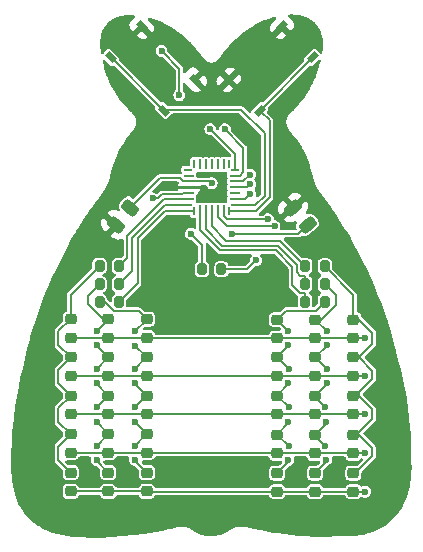
<source format=gbr>
%TF.GenerationSoftware,KiCad,Pcbnew,8.0.3*%
%TF.CreationDate,2024-08-14T20:25:54-04:00*%
%TF.ProjectId,KarmothDiceRoller_V1,4b61726d-6f74-4684-9469-6365526f6c6c,rev?*%
%TF.SameCoordinates,Original*%
%TF.FileFunction,Copper,L1,Top*%
%TF.FilePolarity,Positive*%
%FSLAX46Y46*%
G04 Gerber Fmt 4.6, Leading zero omitted, Abs format (unit mm)*
G04 Created by KiCad (PCBNEW 8.0.3) date 2024-08-14 20:25:54*
%MOMM*%
%LPD*%
G01*
G04 APERTURE LIST*
G04 Aperture macros list*
%AMRoundRect*
0 Rectangle with rounded corners*
0 $1 Rounding radius*
0 $2 $3 $4 $5 $6 $7 $8 $9 X,Y pos of 4 corners*
0 Add a 4 corners polygon primitive as box body*
4,1,4,$2,$3,$4,$5,$6,$7,$8,$9,$2,$3,0*
0 Add four circle primitives for the rounded corners*
1,1,$1+$1,$2,$3*
1,1,$1+$1,$4,$5*
1,1,$1+$1,$6,$7*
1,1,$1+$1,$8,$9*
0 Add four rect primitives between the rounded corners*
20,1,$1+$1,$2,$3,$4,$5,0*
20,1,$1+$1,$4,$5,$6,$7,0*
20,1,$1+$1,$6,$7,$8,$9,0*
20,1,$1+$1,$8,$9,$2,$3,0*%
%AMRotRect*
0 Rectangle, with rotation*
0 The origin of the aperture is its center*
0 $1 length*
0 $2 width*
0 $3 Rotation angle, in degrees counterclockwise*
0 Add horizontal line*
21,1,$1,$2,0,0,$3*%
%AMFreePoly0*
4,1,14,0.230680,0.111820,0.364320,-0.021820,0.377500,-0.053640,0.377500,-0.080000,0.364320,-0.111820,0.332500,-0.125000,-0.332500,-0.125000,-0.364320,-0.111820,-0.377500,-0.080000,-0.377500,0.080000,-0.364320,0.111820,-0.332500,0.125000,0.198860,0.125000,0.230680,0.111820,0.230680,0.111820,$1*%
%AMFreePoly1*
4,1,14,0.364320,0.111820,0.377500,0.080000,0.377500,0.053640,0.364320,0.021820,0.230680,-0.111820,0.198860,-0.125000,-0.332500,-0.125000,-0.364320,-0.111820,-0.377500,-0.080000,-0.377500,0.080000,-0.364320,0.111820,-0.332500,0.125000,0.332500,0.125000,0.364320,0.111820,0.364320,0.111820,$1*%
%AMFreePoly2*
4,1,14,0.111820,0.364320,0.125000,0.332500,0.125000,-0.332500,0.111820,-0.364320,0.080000,-0.377500,-0.080000,-0.377500,-0.111820,-0.364320,-0.125000,-0.332500,-0.125000,0.198860,-0.111820,0.230680,0.021820,0.364320,0.053640,0.377500,0.080000,0.377500,0.111820,0.364320,0.111820,0.364320,$1*%
%AMFreePoly3*
4,1,14,-0.021820,0.364320,0.111820,0.230680,0.125000,0.198860,0.125000,-0.332500,0.111820,-0.364320,0.080000,-0.377500,-0.080000,-0.377500,-0.111820,-0.364320,-0.125000,-0.332500,-0.125000,0.332500,-0.111820,0.364320,-0.080000,0.377500,-0.053640,0.377500,-0.021820,0.364320,-0.021820,0.364320,$1*%
%AMFreePoly4*
4,1,14,0.364320,0.111820,0.377500,0.080000,0.377500,-0.080000,0.364320,-0.111820,0.332500,-0.125000,-0.198860,-0.125000,-0.230680,-0.111820,-0.364320,0.021820,-0.377500,0.053640,-0.377500,0.080000,-0.364320,0.111820,-0.332500,0.125000,0.332500,0.125000,0.364320,0.111820,0.364320,0.111820,$1*%
%AMFreePoly5*
4,1,14,0.364320,0.111820,0.377500,0.080000,0.377500,-0.080000,0.364320,-0.111820,0.332500,-0.125000,-0.332500,-0.125000,-0.364320,-0.111820,-0.377500,-0.080000,-0.377500,-0.053640,-0.364320,-0.021820,-0.230680,0.111820,-0.198860,0.125000,0.332500,0.125000,0.364320,0.111820,0.364320,0.111820,$1*%
%AMFreePoly6*
4,1,14,0.111820,0.364320,0.125000,0.332500,0.125000,-0.198860,0.111820,-0.230680,-0.021820,-0.364320,-0.053640,-0.377500,-0.080000,-0.377500,-0.111820,-0.364320,-0.125000,-0.332500,-0.125000,0.332500,-0.111820,0.364320,-0.080000,0.377500,0.080000,0.377500,0.111820,0.364320,0.111820,0.364320,$1*%
%AMFreePoly7*
4,1,14,0.111820,0.364320,0.125000,0.332500,0.125000,-0.332500,0.111820,-0.364320,0.080000,-0.377500,0.053640,-0.377500,0.021820,-0.364320,-0.111820,-0.230680,-0.125000,-0.198860,-0.125000,0.332500,-0.111820,0.364320,-0.080000,0.377500,0.080000,0.377500,0.111820,0.364320,0.111820,0.364320,$1*%
G04 Aperture macros list end*
%TA.AperFunction,SMDPad,CuDef*%
%ADD10RotRect,0.952500X0.558800X135.000000*%
%TD*%
%TA.AperFunction,SMDPad,CuDef*%
%ADD11RotRect,0.952500X0.558800X225.000000*%
%TD*%
%TA.AperFunction,SMDPad,CuDef*%
%ADD12RoundRect,0.200000X-0.200000X-0.275000X0.200000X-0.275000X0.200000X0.275000X-0.200000X0.275000X0*%
%TD*%
%TA.AperFunction,SMDPad,CuDef*%
%ADD13RoundRect,0.200000X0.200000X0.275000X-0.200000X0.275000X-0.200000X-0.275000X0.200000X-0.275000X0*%
%TD*%
%TA.AperFunction,SMDPad,CuDef*%
%ADD14FreePoly0,0.000000*%
%TD*%
%TA.AperFunction,SMDPad,CuDef*%
%ADD15RoundRect,0.062500X-0.375000X-0.062500X0.375000X-0.062500X0.375000X0.062500X-0.375000X0.062500X0*%
%TD*%
%TA.AperFunction,SMDPad,CuDef*%
%ADD16FreePoly1,0.000000*%
%TD*%
%TA.AperFunction,SMDPad,CuDef*%
%ADD17FreePoly2,0.000000*%
%TD*%
%TA.AperFunction,SMDPad,CuDef*%
%ADD18RoundRect,0.062500X-0.062500X-0.375000X0.062500X-0.375000X0.062500X0.375000X-0.062500X0.375000X0*%
%TD*%
%TA.AperFunction,SMDPad,CuDef*%
%ADD19FreePoly3,0.000000*%
%TD*%
%TA.AperFunction,SMDPad,CuDef*%
%ADD20FreePoly4,0.000000*%
%TD*%
%TA.AperFunction,SMDPad,CuDef*%
%ADD21FreePoly5,0.000000*%
%TD*%
%TA.AperFunction,SMDPad,CuDef*%
%ADD22FreePoly6,0.000000*%
%TD*%
%TA.AperFunction,SMDPad,CuDef*%
%ADD23FreePoly7,0.000000*%
%TD*%
%TA.AperFunction,SMDPad,CuDef*%
%ADD24RoundRect,0.218750X0.256250X-0.218750X0.256250X0.218750X-0.256250X0.218750X-0.256250X-0.218750X0*%
%TD*%
%TA.AperFunction,SMDPad,CuDef*%
%ADD25RoundRect,0.250000X0.524568X0.113813X0.203174X0.496835X-0.524568X-0.113813X-0.203174X-0.496835X0*%
%TD*%
%TA.AperFunction,SMDPad,CuDef*%
%ADD26RoundRect,0.250000X-0.203174X0.496835X-0.524568X0.113813X0.203174X-0.496835X0.524568X-0.113813X0*%
%TD*%
%TA.AperFunction,ViaPad*%
%ADD27C,0.600000*%
%TD*%
%TA.AperFunction,Conductor*%
%ADD28C,0.200000*%
%TD*%
G04 APERTURE END LIST*
D10*
%TO.P,BTN2,1,1*%
%TO.N,Button2*%
X90938437Y-69060672D03*
%TO.P,BTN2,2,2*%
X86439328Y-64561563D03*
%TO.P,BTN2,3,3*%
%TO.N,GND*%
X93560672Y-66438437D03*
%TO.P,BTN2,4,4*%
X89061563Y-61939328D03*
%TD*%
D11*
%TO.P,BTN1,1,1*%
%TO.N,Button1*%
X103560672Y-64561563D03*
%TO.P,BTN1,2,2*%
X99061563Y-69060672D03*
%TO.P,BTN1,3,3*%
%TO.N,GND*%
X100938437Y-61939328D03*
%TO.P,BTN1,4,4*%
X96439328Y-66438437D03*
%TD*%
D12*
%TO.P,R7,1*%
%TO.N,LD_C6*%
X102925000Y-82250000D03*
%TO.P,R7,2*%
%TO.N,Net-(D26-A)*%
X104575000Y-82250000D03*
%TD*%
%TO.P,R6,1*%
%TO.N,LD_C5*%
X102925000Y-83750000D03*
%TO.P,R6,2*%
%TO.N,Net-(D21-A)*%
X104575000Y-83750000D03*
%TD*%
%TO.P,R5,1*%
%TO.N,LD_C4*%
X102925000Y-85250000D03*
%TO.P,R5,2*%
%TO.N,Net-(D16-A)*%
X104575000Y-85250000D03*
%TD*%
D13*
%TO.P,R4,1*%
%TO.N,LD_C3*%
X87150000Y-85250000D03*
%TO.P,R4,2*%
%TO.N,Net-(D11-A)*%
X85500000Y-85250000D03*
%TD*%
%TO.P,R3,1*%
%TO.N,LD_C2*%
X87150000Y-83750000D03*
%TO.P,R3,2*%
%TO.N,Net-(D10-A)*%
X85500000Y-83750000D03*
%TD*%
%TO.P,R2,1*%
%TO.N,LD_C1*%
X87150000Y-82200000D03*
%TO.P,R2,2*%
%TO.N,Net-(D1-A)*%
X85500000Y-82200000D03*
%TD*%
D12*
%TO.P,R1,1*%
%TO.N,RESET*%
X94175000Y-82500000D03*
%TO.P,R1,2*%
%TO.N,3.3V*%
X95825000Y-82500000D03*
%TD*%
D14*
%TO.P,U1,1,PC14*%
%TO.N,unconnected-(U1-PC14-Pad1)*%
X93002500Y-74062500D03*
D15*
%TO.P,U1,2,PC15*%
%TO.N,unconnected-(U1-PC15-Pad2)*%
X93062500Y-74562500D03*
%TO.P,U1,3,VDD*%
%TO.N,3.3V*%
X93062500Y-75062500D03*
%TO.P,U1,4,VSS*%
%TO.N,GND*%
X93062500Y-75562500D03*
%TO.P,U1,5,RESET*%
%TO.N,RESET*%
X93062500Y-76062500D03*
%TO.P,U1,6,PA0*%
%TO.N,LD_C1*%
X93062500Y-76562500D03*
D16*
%TO.P,U1,7,PA1*%
%TO.N,LD_C2*%
X93002500Y-77062500D03*
D17*
%TO.P,U1,8,PA2*%
%TO.N,LD_C3*%
X93500000Y-77560000D03*
D18*
%TO.P,U1,9,PA3*%
%TO.N,LD_C4*%
X94000000Y-77500000D03*
%TO.P,U1,10,PA4*%
%TO.N,LD_C5*%
X94500000Y-77500000D03*
%TO.P,U1,11,PA5*%
%TO.N,LD_C6*%
X95000000Y-77500000D03*
%TO.P,U1,12,PA6*%
%TO.N,LD_R1*%
X95500000Y-77500000D03*
%TO.P,U1,13,PA7*%
%TO.N,LD_R2*%
X96000000Y-77500000D03*
D19*
%TO.P,U1,14,PB0*%
%TO.N,Button1*%
X96500000Y-77560000D03*
D20*
%TO.P,U1,15,PB1*%
%TO.N,Button2*%
X96997500Y-77062500D03*
D15*
%TO.P,U1,16,PA8*%
%TO.N,LD_R3*%
X96937500Y-76562500D03*
%TO.P,U1,17,PC6*%
%TO.N,unconnected-(U1-PC6-Pad17)*%
X96937500Y-76062500D03*
%TO.P,U1,18,PA11/PA9*%
%TO.N,LD_R4*%
X96937500Y-75562500D03*
%TO.P,U1,19,PA12/PA10*%
%TO.N,LD_R5*%
X96937500Y-75062500D03*
%TO.P,U1,20,DEBUG_SWDIO*%
%TO.N,SWDIO*%
X96937500Y-74562500D03*
D21*
%TO.P,U1,21,DEBUG_SWCLK*%
%TO.N,SWCLK*%
X96997500Y-74062500D03*
D22*
%TO.P,U1,22,PA15*%
%TO.N,unconnected-(U1-PA15-Pad22)*%
X96500000Y-73565000D03*
D18*
%TO.P,U1,23,PB3*%
%TO.N,unconnected-(U1-PB3-Pad23)*%
X96000000Y-73625000D03*
%TO.P,U1,24,PB4*%
%TO.N,unconnected-(U1-PB4-Pad24)*%
X95500000Y-73625000D03*
%TO.P,U1,25,PB5*%
%TO.N,unconnected-(U1-PB5-Pad25)*%
X95000000Y-73625000D03*
%TO.P,U1,26,PB6*%
%TO.N,unconnected-(U1-PB6-Pad26)*%
X94500000Y-73625000D03*
%TO.P,U1,27,PB7*%
%TO.N,unconnected-(U1-PB7-Pad27)*%
X94000000Y-73625000D03*
D23*
%TO.P,U1,28,PB8*%
%TO.N,unconnected-(U1-PB8-Pad28)*%
X93500000Y-73565000D03*
%TD*%
D24*
%TO.P,D30,1,K*%
%TO.N,LD_R5*%
X107000000Y-101325000D03*
%TO.P,D30,2,A*%
%TO.N,Net-(D26-A)*%
X107000000Y-99750000D03*
%TD*%
%TO.P,D29,1,K*%
%TO.N,LD_R4*%
X107000000Y-98075000D03*
%TO.P,D29,2,A*%
%TO.N,Net-(D26-A)*%
X107000000Y-96500000D03*
%TD*%
%TO.P,D28,1,K*%
%TO.N,LD_R3*%
X107000000Y-94787500D03*
%TO.P,D28,2,A*%
%TO.N,Net-(D26-A)*%
X107000000Y-93212500D03*
%TD*%
%TO.P,D27,1,K*%
%TO.N,LD_R2*%
X107000000Y-91537500D03*
%TO.P,D27,2,A*%
%TO.N,Net-(D26-A)*%
X107000000Y-89962500D03*
%TD*%
%TO.P,D26,1,K*%
%TO.N,LD_R1*%
X107000000Y-88325000D03*
%TO.P,D26,2,A*%
%TO.N,Net-(D26-A)*%
X107000000Y-86750000D03*
%TD*%
%TO.P,D25,1,K*%
%TO.N,LD_R5*%
X103750000Y-101325000D03*
%TO.P,D25,2,A*%
%TO.N,Net-(D21-A)*%
X103750000Y-99750000D03*
%TD*%
%TO.P,D24,1,K*%
%TO.N,LD_R4*%
X103750000Y-98075000D03*
%TO.P,D24,2,A*%
%TO.N,Net-(D21-A)*%
X103750000Y-96500000D03*
%TD*%
%TO.P,D23,1,K*%
%TO.N,LD_R3*%
X103750000Y-94787500D03*
%TO.P,D23,2,A*%
%TO.N,Net-(D21-A)*%
X103750000Y-93212500D03*
%TD*%
%TO.P,D22,1,K*%
%TO.N,LD_R2*%
X103750000Y-91537500D03*
%TO.P,D22,2,A*%
%TO.N,Net-(D21-A)*%
X103750000Y-89962500D03*
%TD*%
%TO.P,D21,1,K*%
%TO.N,LD_R1*%
X103750000Y-88325000D03*
%TO.P,D21,2,A*%
%TO.N,Net-(D21-A)*%
X103750000Y-86750000D03*
%TD*%
%TO.P,D20,1,K*%
%TO.N,LD_R5*%
X100537500Y-101325000D03*
%TO.P,D20,2,A*%
%TO.N,Net-(D16-A)*%
X100537500Y-99750000D03*
%TD*%
%TO.P,D19,1,K*%
%TO.N,LD_R4*%
X100537500Y-98075000D03*
%TO.P,D19,2,A*%
%TO.N,Net-(D16-A)*%
X100537500Y-96500000D03*
%TD*%
%TO.P,D18,1,K*%
%TO.N,LD_R3*%
X100537500Y-94787500D03*
%TO.P,D18,2,A*%
%TO.N,Net-(D16-A)*%
X100537500Y-93212500D03*
%TD*%
%TO.P,D17,1,K*%
%TO.N,LD_R2*%
X100537500Y-91537500D03*
%TO.P,D17,2,A*%
%TO.N,Net-(D16-A)*%
X100537500Y-89962500D03*
%TD*%
%TO.P,D16,1,K*%
%TO.N,LD_R1*%
X100537500Y-88325000D03*
%TO.P,D16,2,A*%
%TO.N,Net-(D16-A)*%
X100537500Y-86750000D03*
%TD*%
%TO.P,D15,1,K*%
%TO.N,LD_R5*%
X89509176Y-101287500D03*
%TO.P,D15,2,A*%
%TO.N,Net-(D11-A)*%
X89509176Y-99712500D03*
%TD*%
%TO.P,D14,1,K*%
%TO.N,LD_R4*%
X89509176Y-98037500D03*
%TO.P,D14,2,A*%
%TO.N,Net-(D11-A)*%
X89509176Y-96462500D03*
%TD*%
%TO.P,D13,1,K*%
%TO.N,LD_R3*%
X89509176Y-94787500D03*
%TO.P,D13,2,A*%
%TO.N,Net-(D11-A)*%
X89509176Y-93212500D03*
%TD*%
%TO.P,D12,1,K*%
%TO.N,LD_R2*%
X89509176Y-91537500D03*
%TO.P,D12,2,A*%
%TO.N,Net-(D11-A)*%
X89509176Y-89962500D03*
%TD*%
%TO.P,D11,1,K*%
%TO.N,LD_R1*%
X89509176Y-88287500D03*
%TO.P,D11,2,A*%
%TO.N,Net-(D11-A)*%
X89509176Y-86712500D03*
%TD*%
%TO.P,D10,1,K*%
%TO.N,LD_R5*%
X86250000Y-101287500D03*
%TO.P,D10,2,A*%
%TO.N,Net-(D10-A)*%
X86250000Y-99712500D03*
%TD*%
%TO.P,D9,2,A*%
%TO.N,Net-(D10-A)*%
X86250000Y-96462500D03*
%TO.P,D9,1,K*%
%TO.N,LD_R4*%
X86250000Y-98037500D03*
%TD*%
%TO.P,D8,2,A*%
%TO.N,Net-(D10-A)*%
X86250000Y-93212500D03*
%TO.P,D8,1,K*%
%TO.N,LD_R3*%
X86250000Y-94787500D03*
%TD*%
%TO.P,D7,2,A*%
%TO.N,Net-(D10-A)*%
X86250000Y-89962500D03*
%TO.P,D7,1,K*%
%TO.N,LD_R2*%
X86250000Y-91537500D03*
%TD*%
%TO.P,D6,1,K*%
%TO.N,LD_R1*%
X86250000Y-88287500D03*
%TO.P,D6,2,A*%
%TO.N,Net-(D10-A)*%
X86250000Y-86712500D03*
%TD*%
%TO.P,D5,1,K*%
%TO.N,LD_R5*%
X83046676Y-101287500D03*
%TO.P,D5,2,A*%
%TO.N,Net-(D1-A)*%
X83046676Y-99712500D03*
%TD*%
%TO.P,D4,1,K*%
%TO.N,LD_R4*%
X83046676Y-98037500D03*
%TO.P,D4,2,A*%
%TO.N,Net-(D1-A)*%
X83046676Y-96462500D03*
%TD*%
%TO.P,D3,1,K*%
%TO.N,LD_R3*%
X83046676Y-94787500D03*
%TO.P,D3,2,A*%
%TO.N,Net-(D1-A)*%
X83046676Y-93212500D03*
%TD*%
%TO.P,D2,1,K*%
%TO.N,LD_R2*%
X83046676Y-91537500D03*
%TO.P,D2,2,A*%
%TO.N,Net-(D1-A)*%
X83046676Y-89962500D03*
%TD*%
%TO.P,D1,1,K*%
%TO.N,LD_R1*%
X83046676Y-88287500D03*
%TO.P,D1,2,A*%
%TO.N,Net-(D1-A)*%
X83046676Y-86712500D03*
%TD*%
D25*
%TO.P,C2,1*%
%TO.N,RESET*%
X103110648Y-78727742D03*
%TO.P,C2,2*%
%TO.N,GND*%
X101889352Y-77272258D03*
%TD*%
D26*
%TO.P,C1,1*%
%TO.N,3.3V*%
X88110648Y-77272258D03*
%TO.P,C1,2*%
%TO.N,GND*%
X86889352Y-78727742D03*
%TD*%
D27*
%TO.N,GND*%
X95000000Y-67750000D03*
X98750000Y-71500000D03*
X91000000Y-71500000D03*
X103000000Y-62000000D03*
X86750000Y-62250000D03*
X91250000Y-75500000D03*
X101750000Y-75500000D03*
X88250000Y-75500000D03*
%TO.N,3.3V*%
X98750000Y-81750000D03*
X95000000Y-75200000D03*
%TO.N,RESET*%
X93250000Y-79500000D03*
X90000000Y-76500000D03*
X96750000Y-79500000D03*
%TO.N,Net-(D21-A)*%
X104602594Y-97437500D03*
X104659064Y-98637500D03*
X104628033Y-94187500D03*
X104636575Y-95387500D03*
X104750000Y-92137500D03*
X104750000Y-90937500D03*
X104750000Y-87725000D03*
X104750000Y-88925000D03*
%TO.N,Net-(D16-A)*%
X101505119Y-97437500D03*
X101500000Y-98637500D03*
X101500000Y-95387500D03*
X101510172Y-94187500D03*
X101500000Y-92137500D03*
X101512499Y-90937500D03*
X101500000Y-88925000D03*
X101500000Y-87725000D03*
%TO.N,Net-(D11-A)*%
X88500000Y-98637500D03*
X88500000Y-97437500D03*
X88500000Y-94187500D03*
X88500000Y-95387500D03*
X88500000Y-90937500D03*
X88500000Y-92137500D03*
X88500000Y-89000000D03*
X88534176Y-87725000D03*
%TO.N,Net-(D10-A)*%
X85250000Y-97437500D03*
X85250000Y-98637500D03*
X85250000Y-95387500D03*
X85250000Y-94187500D03*
X85250000Y-92137500D03*
X85250000Y-90937500D03*
X85250000Y-88925000D03*
X85304059Y-87725000D03*
%TO.N,LD_R1*%
X108000000Y-88325000D03*
X100315687Y-78850000D03*
%TO.N,LD_R2*%
X108000000Y-91537500D03*
X99750000Y-78250000D03*
%TO.N,LD_R3*%
X108000000Y-94750000D03*
X98250072Y-76117076D03*
%TO.N,LD_R4*%
X108000000Y-98075000D03*
X98275780Y-75307780D03*
%TO.N,LD_R5*%
X108000000Y-101325000D03*
X98253157Y-74481873D03*
%TO.N,SWCLK*%
X90750000Y-64000000D03*
X94875000Y-70625000D03*
X92250000Y-67750000D03*
%TO.N,SWDIO*%
X96112437Y-70637563D03*
%TO.N,GND*%
X91000000Y-81750000D03*
%TD*%
D28*
%TO.N,Net-(D16-A)*%
X103812500Y-86012500D02*
X104575000Y-85250000D01*
X103350148Y-86012500D02*
X103812500Y-86012500D01*
X103337648Y-86025000D02*
X103350148Y-86012500D01*
X101262500Y-86025000D02*
X103337648Y-86025000D01*
X100537500Y-86750000D02*
X101262500Y-86025000D01*
%TO.N,Net-(D10-A)*%
X84500000Y-84750000D02*
X85500000Y-83750000D01*
X85774852Y-86712500D02*
X84500000Y-85437648D01*
X84500000Y-85437648D02*
X84500000Y-84750000D01*
X86250000Y-86712500D02*
X85774852Y-86712500D01*
%TO.N,Net-(D21-A)*%
X105500000Y-84675000D02*
X104575000Y-83750000D01*
X105500000Y-85512648D02*
X105500000Y-84675000D01*
X104262648Y-86750000D02*
X105500000Y-85512648D01*
X103750000Y-86750000D02*
X104262648Y-86750000D01*
%TO.N,RESET*%
X102338390Y-79500000D02*
X103110648Y-78727742D01*
X96750000Y-79500000D02*
X102338390Y-79500000D01*
%TO.N,LD_C6*%
X95000000Y-78848529D02*
X95000000Y-77500000D01*
X96251471Y-80100000D02*
X95000000Y-78848529D01*
X100775000Y-80100000D02*
X96251471Y-80100000D01*
X102925000Y-82250000D02*
X100775000Y-80100000D01*
%TO.N,LD_C5*%
X94500000Y-79124999D02*
X94500000Y-77500000D01*
X95875001Y-80500000D02*
X94500000Y-79124999D01*
X100609314Y-80500000D02*
X95875001Y-80500000D01*
X102775000Y-83025000D02*
X102512352Y-83025000D01*
X102512352Y-83025000D02*
X102225000Y-82737648D01*
X102925000Y-83175000D02*
X102775000Y-83025000D01*
X102225000Y-82737648D02*
X102225000Y-82115686D01*
X102925000Y-83750000D02*
X102925000Y-83175000D01*
X102225000Y-82115686D02*
X100609314Y-80500000D01*
%TO.N,LD_C4*%
X95709315Y-80900000D02*
X94000000Y-79190685D01*
X102512352Y-84525000D02*
X101825000Y-83837648D01*
X101825000Y-82281372D02*
X100443628Y-80900000D01*
X102925000Y-84525000D02*
X102512352Y-84525000D01*
X101825000Y-83837648D02*
X101825000Y-82281372D01*
X102925000Y-85250000D02*
X102925000Y-84525000D01*
X100443628Y-80900000D02*
X95709315Y-80900000D01*
X94000000Y-79190685D02*
X94000000Y-77500000D01*
%TO.N,RESET*%
X94175000Y-80425000D02*
X94175000Y-82500000D01*
X93250000Y-79500000D02*
X94175000Y-80425000D01*
%TO.N,Net-(D1-A)*%
X82000000Y-88915824D02*
X83046676Y-89962500D01*
X82000000Y-87759176D02*
X82000000Y-88915824D01*
X83046676Y-86712500D02*
X82000000Y-87759176D01*
%TO.N,Net-(D26-A)*%
X108600000Y-88837499D02*
X107474999Y-89962500D01*
X108600000Y-87875001D02*
X108600000Y-88837499D01*
X107474999Y-86750000D02*
X108600000Y-87875001D01*
X107000000Y-86750000D02*
X107474999Y-86750000D01*
X107474999Y-92911030D02*
X107474999Y-93212500D01*
X108600000Y-91786029D02*
X107474999Y-92911030D01*
X108600000Y-91087501D02*
X108600000Y-91786029D01*
X107474999Y-89962500D02*
X108600000Y-91087501D01*
X108600000Y-95150000D02*
X107250000Y-96500000D01*
X107250000Y-96500000D02*
X107000000Y-96500000D01*
X108600000Y-94337501D02*
X108600000Y-95150000D01*
X107474999Y-93212500D02*
X108600000Y-94337501D01*
X107173529Y-99750000D02*
X107000000Y-99750000D01*
X108600000Y-98323529D02*
X107173529Y-99750000D01*
X107474999Y-96500000D02*
X108600000Y-97625001D01*
X108600000Y-97625001D02*
X108600000Y-98323529D01*
X107000000Y-96500000D02*
X107474999Y-96500000D01*
%TO.N,Net-(D1-A)*%
X82000000Y-98665824D02*
X83046676Y-99712500D01*
X82000000Y-97509176D02*
X82000000Y-98665824D01*
X83046676Y-96462500D02*
X82000000Y-97509176D01*
X82000000Y-94259176D02*
X82000000Y-95415824D01*
X83046676Y-93212500D02*
X82000000Y-94259176D01*
X82000000Y-95415824D02*
X83046676Y-96462500D01*
X82000000Y-92165824D02*
X83046676Y-93212500D01*
X82000000Y-91009176D02*
X82000000Y-92165824D01*
X83046676Y-89962500D02*
X82000000Y-91009176D01*
%TO.N,SWDIO*%
X97685000Y-74289006D02*
X97411506Y-74562500D01*
X97411506Y-74562500D02*
X96937500Y-74562500D01*
X97685000Y-72210126D02*
X97685000Y-74289006D01*
X96112437Y-70637563D02*
X97685000Y-72210126D01*
%TO.N,SWCLK*%
X94875000Y-70625000D02*
X96997500Y-72747500D01*
X96997500Y-72747500D02*
X96997500Y-74062500D01*
%TO.N,Button2*%
X99500000Y-76250000D02*
X98687500Y-77062500D01*
X99500000Y-71000000D02*
X99500000Y-76250000D01*
X97500000Y-69000000D02*
X99500000Y-71000000D01*
X90999109Y-69000000D02*
X97500000Y-69000000D01*
X98687500Y-77062500D02*
X96997500Y-77062500D01*
X90938437Y-69060672D02*
X90999109Y-69000000D01*
%TO.N,3.3V*%
X98750000Y-81750000D02*
X98000000Y-82500000D01*
X98000000Y-82500000D02*
X95825000Y-82500000D01*
%TO.N,LD_R3*%
X107037500Y-94750000D02*
X107000000Y-94787500D01*
X108000000Y-94750000D02*
X107037500Y-94750000D01*
%TO.N,LD_R1*%
X96310308Y-78850000D02*
X100315687Y-78850000D01*
X95500000Y-78039692D02*
X96310308Y-78850000D01*
X95500000Y-77500000D02*
X95500000Y-78039692D01*
%TO.N,LD_R3*%
X97804648Y-76562500D02*
X96937500Y-76562500D01*
X98250072Y-76117076D02*
X97804648Y-76562500D01*
%TO.N,LD_R4*%
X98021060Y-75562500D02*
X96937500Y-75562500D01*
X98275780Y-75307780D02*
X98021060Y-75562500D01*
%TO.N,LD_R5*%
X98253157Y-74481873D02*
X97672530Y-75062500D01*
X97672530Y-75062500D02*
X96937500Y-75062500D01*
%TO.N,GND*%
X93000000Y-75500000D02*
X93062500Y-75562500D01*
X91250000Y-75500000D02*
X93000000Y-75500000D01*
%TO.N,RESET*%
X92610614Y-76062500D02*
X93062500Y-76062500D01*
X90434315Y-76500000D02*
X90771815Y-76162500D01*
X90000000Y-76500000D02*
X90434315Y-76500000D01*
X90771815Y-76162500D02*
X92510614Y-76162500D01*
X92510614Y-76162500D02*
X92610614Y-76062500D01*
%TO.N,3.3V*%
X92610614Y-75062500D02*
X93062500Y-75062500D01*
X90632906Y-74750000D02*
X92298114Y-74750000D01*
X88110648Y-77272258D02*
X90632906Y-74750000D01*
X92298114Y-74750000D02*
X92610614Y-75062500D01*
X94862500Y-75062500D02*
X95000000Y-75200000D01*
X93062500Y-75062500D02*
X94862500Y-75062500D01*
%TO.N,Net-(D26-A)*%
X107000000Y-84675000D02*
X104575000Y-82250000D01*
X107000000Y-86750000D02*
X107000000Y-84675000D01*
%TO.N,Net-(D11-A)*%
X85962352Y-85250000D02*
X85500000Y-85250000D01*
X86737352Y-86025000D02*
X85962352Y-85250000D01*
X88821676Y-86025000D02*
X86737352Y-86025000D01*
X89509176Y-86712500D02*
X88821676Y-86025000D01*
%TO.N,Net-(D1-A)*%
X83046676Y-86712500D02*
X83046676Y-84653324D01*
X83046676Y-84653324D02*
X85500000Y-82200000D01*
%TO.N,Net-(D26-A)*%
X107474999Y-93212500D02*
X107000000Y-93212500D01*
X107000000Y-89962500D02*
X107474999Y-89962500D01*
%TO.N,LD_R5*%
X108000000Y-101325000D02*
X107000000Y-101325000D01*
%TO.N,LD_R4*%
X107962500Y-98037500D02*
X83046676Y-98037500D01*
X108000000Y-98075000D02*
X107962500Y-98037500D01*
X108000000Y-98075000D02*
X107000000Y-98075000D01*
%TO.N,LD_R2*%
X108000000Y-91537500D02*
X83046676Y-91537500D01*
%TO.N,Net-(D21-A)*%
X104659064Y-98840936D02*
X103750000Y-99750000D01*
X104659064Y-98637500D02*
X104659064Y-98840936D01*
X103750000Y-96584906D02*
X104602594Y-97437500D01*
X103750000Y-96500000D02*
X103750000Y-96584906D01*
X104636575Y-95613425D02*
X103750000Y-96500000D01*
X104636575Y-95387500D02*
X104636575Y-95613425D01*
X103750000Y-93309467D02*
X104628033Y-94187500D01*
X103750000Y-93212500D02*
X103750000Y-93309467D01*
X104750000Y-92212500D02*
X103750000Y-93212500D01*
X104750000Y-92137500D02*
X104750000Y-92212500D01*
X103775000Y-89962500D02*
X104750000Y-90937500D01*
X103750000Y-89962500D02*
X103775000Y-89962500D01*
X104750000Y-88962500D02*
X103750000Y-89962500D01*
X104750000Y-88925000D02*
X104750000Y-88962500D01*
X103775000Y-86750000D02*
X104750000Y-87725000D01*
X103750000Y-86750000D02*
X103775000Y-86750000D01*
%TO.N,LD_R1*%
X83084176Y-88325000D02*
X83046676Y-88287500D01*
X107000000Y-88325000D02*
X108000000Y-88325000D01*
X108000000Y-88325000D02*
X83084176Y-88325000D01*
%TO.N,Net-(D16-A)*%
X101500000Y-98787500D02*
X100537500Y-99750000D01*
X101500000Y-98637500D02*
X101500000Y-98787500D01*
X100567619Y-96500000D02*
X101505119Y-97437500D01*
X100537500Y-96500000D02*
X100567619Y-96500000D01*
X101500000Y-95537500D02*
X100537500Y-96500000D01*
X101500000Y-95387500D02*
X101500000Y-95537500D01*
X100537500Y-93214828D02*
X101510172Y-94187500D01*
X100537500Y-93212500D02*
X100537500Y-93214828D01*
X101500000Y-92250000D02*
X100537500Y-93212500D01*
X101500000Y-92137500D02*
X101500000Y-92250000D01*
X100537500Y-89962501D02*
X101512499Y-90937500D01*
X100537500Y-89962500D02*
X100537500Y-89962501D01*
X100537500Y-86762500D02*
X101500000Y-87725000D01*
X101500000Y-88925000D02*
X101500000Y-89000000D01*
X100537500Y-86750000D02*
X100537500Y-86762500D01*
X101500000Y-89000000D02*
X100537500Y-89962500D01*
%TO.N,Net-(D11-A)*%
X88500000Y-98703324D02*
X89509176Y-99712500D01*
X88500000Y-98637500D02*
X88500000Y-98703324D01*
X89475000Y-96462500D02*
X88500000Y-97437500D01*
X89509176Y-96462500D02*
X89475000Y-96462500D01*
X88500000Y-95453324D02*
X89509176Y-96462500D01*
X88500000Y-95387500D02*
X88500000Y-95453324D01*
X89475000Y-93212500D02*
X88500000Y-94187500D01*
X89509176Y-93212500D02*
X89475000Y-93212500D01*
X88500000Y-92203324D02*
X89509176Y-93212500D01*
X88500000Y-92137500D02*
X88500000Y-92203324D01*
X89475000Y-89962500D02*
X88500000Y-90937500D01*
X89509176Y-89962500D02*
X89475000Y-89962500D01*
X88546676Y-89000000D02*
X89509176Y-89962500D01*
X88500000Y-89000000D02*
X88546676Y-89000000D01*
X89509176Y-86750000D02*
X88534176Y-87725000D01*
X89509176Y-86712500D02*
X89509176Y-86750000D01*
%TO.N,Net-(D10-A)*%
X85250000Y-98712500D02*
X86250000Y-99712500D01*
X85250000Y-98637500D02*
X85250000Y-98712500D01*
X86225000Y-96462500D02*
X85250000Y-97437500D01*
X86250000Y-96462500D02*
X86225000Y-96462500D01*
X85250000Y-95462500D02*
X86250000Y-96462500D01*
X85250000Y-95387500D02*
X85250000Y-95462500D01*
X86250000Y-93212500D02*
X86225000Y-93212500D01*
X86225000Y-93212500D02*
X85250000Y-94187500D01*
X85250000Y-92212500D02*
X86250000Y-93212500D01*
X85250000Y-92137500D02*
X85250000Y-92212500D01*
X86225000Y-89962500D02*
X85250000Y-90937500D01*
X86250000Y-89962500D02*
X86225000Y-89962500D01*
X85250000Y-88962500D02*
X86250000Y-89962500D01*
X85250000Y-88925000D02*
X85250000Y-88962500D01*
X86250000Y-86712500D02*
X86250000Y-86779059D01*
X86250000Y-86779059D02*
X85304059Y-87725000D01*
%TO.N,LD_R2*%
X96275994Y-78250000D02*
X99750000Y-78250000D01*
X96000000Y-77974006D02*
X96275994Y-78250000D01*
X96000000Y-77500000D02*
X96000000Y-77974006D01*
%TO.N,LD_R3*%
X107000000Y-94787500D02*
X83046676Y-94787500D01*
%TO.N,LD_R5*%
X86250000Y-101287500D02*
X83046676Y-101287500D01*
X89509176Y-101287500D02*
X86250000Y-101287500D01*
X100537500Y-101325000D02*
X89546676Y-101325000D01*
X89546676Y-101325000D02*
X89509176Y-101287500D01*
X103750000Y-101325000D02*
X100537500Y-101325000D01*
X107000000Y-101325000D02*
X103750000Y-101325000D01*
%TO.N,Button1*%
X99061563Y-69060672D02*
X103560672Y-64561563D01*
X99900000Y-76415686D02*
X98755686Y-77560000D01*
X98755686Y-77560000D02*
X96500000Y-77560000D01*
X99900000Y-69899109D02*
X99900000Y-76415686D01*
X99061563Y-69060672D02*
X99900000Y-69899109D01*
%TO.N,SWCLK*%
X92250000Y-65500000D02*
X90750000Y-64000000D01*
X92250000Y-67750000D02*
X92250000Y-65500000D01*
%TO.N,Button2*%
X90938437Y-69060672D02*
X86439328Y-64561563D01*
%TO.N,LD_C3*%
X91071372Y-77560000D02*
X93500000Y-77560000D01*
X88750000Y-83650000D02*
X88750000Y-79881372D01*
X87150000Y-85250000D02*
X88750000Y-83650000D01*
X88750000Y-79881372D02*
X91071372Y-77560000D01*
%TO.N,LD_C2*%
X91003186Y-77062500D02*
X93002500Y-77062500D01*
X88250000Y-79815686D02*
X91003186Y-77062500D01*
%TO.N,LD_C1*%
X90937501Y-76562500D02*
X93062500Y-76562500D01*
X87850000Y-79650001D02*
X90937501Y-76562500D01*
X87150000Y-82200000D02*
X87850000Y-81500000D01*
X87850000Y-81500000D02*
X87850000Y-79650001D01*
%TO.N,LD_C2*%
X88250000Y-82650000D02*
X88250000Y-79815686D01*
X87150000Y-83750000D02*
X88250000Y-82650000D01*
%TD*%
%TA.AperFunction,Conductor*%
%TO.N,GND*%
G36*
X104161822Y-64741607D02*
G01*
X104217756Y-64783478D01*
X104242173Y-64848943D01*
X104239110Y-64886540D01*
X104203151Y-65037403D01*
X104201939Y-65042080D01*
X104122857Y-65324569D01*
X104121524Y-65329011D01*
X104031374Y-65610093D01*
X104029932Y-65614325D01*
X103929338Y-65892996D01*
X103927794Y-65897048D01*
X103817407Y-66172310D01*
X103815767Y-66176207D01*
X103696180Y-66447274D01*
X103694441Y-66451043D01*
X103566350Y-66716917D01*
X103564510Y-66720581D01*
X103428597Y-66980354D01*
X103426646Y-66983938D01*
X103283613Y-67236708D01*
X103281539Y-67240236D01*
X103132131Y-67485053D01*
X103129918Y-67488547D01*
X102974149Y-67725626D01*
X102972064Y-67728697D01*
X102863739Y-67883279D01*
X102861966Y-67885745D01*
X102748546Y-68039446D01*
X102746897Y-68041630D01*
X102629250Y-68193907D01*
X102627744Y-68195817D01*
X102506179Y-68346944D01*
X102504833Y-68348589D01*
X102379678Y-68498830D01*
X102378502Y-68500220D01*
X102250065Y-68649878D01*
X102249072Y-68651021D01*
X102117826Y-68800225D01*
X102117023Y-68801129D01*
X101986619Y-68946492D01*
X101984636Y-68948650D01*
X101962562Y-68972116D01*
X101959953Y-68974806D01*
X101952892Y-68981870D01*
X101935749Y-68999015D01*
X101933529Y-69001180D01*
X101861382Y-69069814D01*
X101860960Y-69070213D01*
X101834343Y-69095290D01*
X101832809Y-69096735D01*
X101821830Y-69105941D01*
X101821034Y-69106533D01*
X101785190Y-69141342D01*
X101774836Y-69150339D01*
X101771550Y-69152889D01*
X101750434Y-69174234D01*
X101747313Y-69177280D01*
X101725790Y-69197557D01*
X101720031Y-69202624D01*
X101701620Y-69222303D01*
X101697467Y-69226534D01*
X101679892Y-69243602D01*
X101672095Y-69251842D01*
X101666669Y-69256640D01*
X101652979Y-69272385D01*
X101647567Y-69278220D01*
X101638220Y-69287668D01*
X101634285Y-69292855D01*
X101617835Y-69309142D01*
X101618254Y-69309574D01*
X101612423Y-69315227D01*
X101603076Y-69327027D01*
X101596440Y-69334732D01*
X101590618Y-69340956D01*
X101585890Y-69347562D01*
X101585803Y-69347499D01*
X101580722Y-69355249D01*
X101580386Y-69355673D01*
X101576777Y-69360020D01*
X101571846Y-69365692D01*
X101558002Y-69379259D01*
X101557850Y-69379424D01*
X101552738Y-69386683D01*
X101544950Y-69396622D01*
X101542924Y-69398952D01*
X101539606Y-69403964D01*
X101534569Y-69412487D01*
X101530066Y-69418883D01*
X101525876Y-69424491D01*
X101520878Y-69430801D01*
X101512305Y-69440046D01*
X101509767Y-69443094D01*
X101507852Y-69446123D01*
X101500257Y-69456835D01*
X101495901Y-69462335D01*
X101493638Y-69466119D01*
X101485393Y-69478218D01*
X101483585Y-69480560D01*
X101471918Y-69500636D01*
X101462504Y-69513364D01*
X101462675Y-69513485D01*
X101456475Y-69522233D01*
X101451002Y-69531169D01*
X101450453Y-69531948D01*
X101446681Y-69539148D01*
X101445741Y-69538655D01*
X101436548Y-69554438D01*
X101437565Y-69555093D01*
X101433166Y-69561922D01*
X101432022Y-69564344D01*
X101425128Y-69576887D01*
X101421559Y-69584612D01*
X101420131Y-69583952D01*
X101412575Y-69598509D01*
X101413518Y-69599054D01*
X101409219Y-69606486D01*
X101405327Y-69614346D01*
X101400878Y-69625007D01*
X101400686Y-69624926D01*
X101394891Y-69639646D01*
X101394180Y-69640994D01*
X101387474Y-69652070D01*
X101386108Y-69654741D01*
X101382987Y-69663166D01*
X101381055Y-69669814D01*
X101379630Y-69673821D01*
X101374921Y-69685227D01*
X101371742Y-69691961D01*
X101371385Y-69692716D01*
X101367369Y-69700158D01*
X101366570Y-69701960D01*
X101366431Y-69702432D01*
X101365664Y-69704930D01*
X101364400Y-69708899D01*
X101363877Y-69711095D01*
X101360865Y-69721312D01*
X101356455Y-69733778D01*
X101350462Y-69748219D01*
X101349407Y-69750452D01*
X101348958Y-69751651D01*
X101348249Y-69753445D01*
X101344124Y-69771226D01*
X101340162Y-69784757D01*
X101334392Y-69800977D01*
X101333238Y-69806367D01*
X101327744Y-69824112D01*
X101327126Y-69826448D01*
X101326254Y-69833236D01*
X101322212Y-69852462D01*
X101322143Y-69852698D01*
X101322143Y-69852699D01*
X101322142Y-69852700D01*
X101322087Y-69854951D01*
X101318918Y-69879885D01*
X101312701Y-69906684D01*
X101312215Y-69911681D01*
X101310909Y-69918891D01*
X101310915Y-69918892D01*
X101309858Y-69926945D01*
X101309871Y-69952724D01*
X101308860Y-69968584D01*
X101305574Y-69994153D01*
X101305600Y-70002280D01*
X101305142Y-70002281D01*
X101305053Y-70013614D01*
X101305834Y-70013629D01*
X101305680Y-70021758D01*
X101309149Y-70052598D01*
X101309926Y-70066392D01*
X101309941Y-70097434D01*
X101311006Y-70105490D01*
X101310632Y-70105539D01*
X101319026Y-70145445D01*
X101320904Y-70157106D01*
X101324941Y-70193001D01*
X101325075Y-70193542D01*
X101327969Y-70201963D01*
X101336678Y-70231344D01*
X101339135Y-70241056D01*
X101342521Y-70257151D01*
X101344198Y-70268168D01*
X101346006Y-70276044D01*
X101346866Y-70279016D01*
X101347500Y-70280817D01*
X101349028Y-70283832D01*
X101354619Y-70296599D01*
X101360014Y-70311083D01*
X101362699Y-70319120D01*
X101364717Y-70325927D01*
X101368221Y-70341561D01*
X101368334Y-70341947D01*
X101368641Y-70342645D01*
X101374025Y-70357330D01*
X101375349Y-70361795D01*
X101375350Y-70361799D01*
X101375352Y-70361803D01*
X101375353Y-70361804D01*
X101377057Y-70364584D01*
X101384832Y-70379436D01*
X101387575Y-70385668D01*
X101390303Y-70392393D01*
X101390791Y-70393705D01*
X101395304Y-70409453D01*
X101395825Y-70410960D01*
X101398314Y-70415936D01*
X101403610Y-70428116D01*
X101406957Y-70437100D01*
X101406960Y-70437107D01*
X101406961Y-70437108D01*
X101407942Y-70438487D01*
X101417811Y-70454914D01*
X101418435Y-70456162D01*
X101421024Y-70461675D01*
X101423144Y-70466493D01*
X101429400Y-70484264D01*
X101429783Y-70485690D01*
X101429786Y-70485698D01*
X101433974Y-70492944D01*
X101440103Y-70505029D01*
X101441364Y-70507893D01*
X101443028Y-70510636D01*
X101450575Y-70521661D01*
X101453334Y-70526434D01*
X101456878Y-70533016D01*
X101477930Y-70575102D01*
X101482485Y-70581836D01*
X101481119Y-70582759D01*
X101492558Y-70602509D01*
X101493955Y-70601826D01*
X101497528Y-70609125D01*
X101502164Y-70616107D01*
X101523253Y-70647869D01*
X101527296Y-70654387D01*
X101550589Y-70694682D01*
X101555544Y-70701132D01*
X101555046Y-70701514D01*
X101569031Y-70720157D01*
X101572722Y-70726892D01*
X101603157Y-70768446D01*
X101606419Y-70773121D01*
X101634920Y-70816043D01*
X101640147Y-70822037D01*
X101653174Y-70840049D01*
X101687463Y-70883665D01*
X101689981Y-70886982D01*
X101722645Y-70931576D01*
X101722649Y-70931579D01*
X101723974Y-70932965D01*
X101738854Y-70951909D01*
X101739571Y-70953032D01*
X101775308Y-70995513D01*
X101777900Y-70998700D01*
X101812243Y-71042383D01*
X101818059Y-71048063D01*
X101817689Y-71048441D01*
X101828154Y-71058330D01*
X101897543Y-71140814D01*
X101905813Y-71151835D01*
X101907947Y-71155036D01*
X101947309Y-71200008D01*
X101948888Y-71201849D01*
X101987376Y-71247598D01*
X101990215Y-71250193D01*
X101999866Y-71260054D01*
X102108749Y-71384454D01*
X102109622Y-71385462D01*
X102239521Y-71537132D01*
X102242355Y-71540565D01*
X102282493Y-71591014D01*
X102286214Y-71595940D01*
X102301974Y-71617928D01*
X102312568Y-71632709D01*
X102316422Y-71638414D01*
X102472435Y-71883794D01*
X102474749Y-71887582D01*
X102625912Y-72145260D01*
X102628083Y-72149118D01*
X102770414Y-72412887D01*
X102772458Y-72416843D01*
X102905276Y-72685650D01*
X102907201Y-72689731D01*
X103031054Y-72965205D01*
X103032422Y-72968364D01*
X103088622Y-73103255D01*
X103089476Y-73105360D01*
X103139658Y-73232497D01*
X103144001Y-73243500D01*
X103144849Y-73245712D01*
X103196500Y-73384267D01*
X103197320Y-73386531D01*
X103246064Y-73525475D01*
X103246853Y-73527799D01*
X103292533Y-73666753D01*
X103293291Y-73669138D01*
X103334014Y-73801994D01*
X103335420Y-73806948D01*
X103561900Y-74672575D01*
X103564028Y-74687351D01*
X103564432Y-74687286D01*
X103565734Y-74695309D01*
X103581462Y-74747659D01*
X103582667Y-74751948D01*
X103596504Y-74804834D01*
X103597162Y-74806448D01*
X103600576Y-74818028D01*
X103600778Y-74817962D01*
X103621392Y-74880707D01*
X103622340Y-74883720D01*
X103639000Y-74939171D01*
X103639001Y-74939173D01*
X103641339Y-74946953D01*
X103641081Y-74947030D01*
X103642778Y-74952146D01*
X103663834Y-75010077D01*
X103665097Y-75013728D01*
X103684194Y-75071851D01*
X103690116Y-75088000D01*
X103690582Y-75089792D01*
X103711033Y-75140182D01*
X103712675Y-75144453D01*
X103731240Y-75195529D01*
X103731890Y-75196779D01*
X103740421Y-75217620D01*
X103741991Y-75222739D01*
X103741993Y-75222744D01*
X103741994Y-75222747D01*
X103763804Y-75270506D01*
X103765904Y-75275380D01*
X103785655Y-75324043D01*
X103788139Y-75328416D01*
X103795816Y-75348438D01*
X103797046Y-75347995D01*
X103799805Y-75355641D01*
X103799806Y-75355644D01*
X103799807Y-75355646D01*
X103813788Y-75382685D01*
X103823072Y-75400642D01*
X103825717Y-75406080D01*
X103846757Y-75452152D01*
X103851069Y-75459040D01*
X103849321Y-75460134D01*
X103860235Y-75481087D01*
X103861805Y-75480422D01*
X103864978Y-75487906D01*
X103889716Y-75529939D01*
X103892997Y-75535880D01*
X103915414Y-75579235D01*
X103920057Y-75585905D01*
X103919038Y-75586614D01*
X103934016Y-75611896D01*
X103934819Y-75611497D01*
X103938437Y-75618772D01*
X103964684Y-75657770D01*
X103968677Y-75664109D01*
X103982445Y-75687500D01*
X103992518Y-75704615D01*
X103992520Y-75704617D01*
X103997519Y-75711021D01*
X103996997Y-75711427D01*
X104006391Y-75724013D01*
X104006854Y-75723684D01*
X104011572Y-75730299D01*
X104011573Y-75730301D01*
X104044958Y-75777110D01*
X104046812Y-75779788D01*
X104054258Y-75790849D01*
X104078897Y-75827457D01*
X104084277Y-75833550D01*
X104083681Y-75834075D01*
X104092582Y-75843886D01*
X104842453Y-76895292D01*
X104843338Y-76896548D01*
X104973220Y-77083514D01*
X105198652Y-77408027D01*
X105227816Y-77450008D01*
X105228688Y-77451281D01*
X105585710Y-77979489D01*
X105604668Y-78007536D01*
X105605750Y-78009165D01*
X105809927Y-78322022D01*
X105971183Y-78569111D01*
X105972486Y-78571150D01*
X106325802Y-79136319D01*
X106327243Y-79138683D01*
X106666309Y-79709628D01*
X106666866Y-79710566D01*
X106668477Y-79713361D01*
X106994443Y-80296278D01*
X106995618Y-80298430D01*
X107380949Y-81020672D01*
X107381715Y-81022131D01*
X107757865Y-81750296D01*
X107758765Y-81752073D01*
X108122119Y-82484074D01*
X108123140Y-82486180D01*
X108471609Y-83222780D01*
X108472733Y-83225224D01*
X108804114Y-83966914D01*
X108805321Y-83969707D01*
X109117493Y-84717122D01*
X109118758Y-84720272D01*
X109409614Y-85474027D01*
X109410909Y-85477540D01*
X109680331Y-86243888D01*
X109680892Y-86245521D01*
X109732825Y-86400083D01*
X109779365Y-86538597D01*
X109792486Y-86577646D01*
X109792545Y-86578007D01*
X109792601Y-86577989D01*
X109846166Y-86738958D01*
X109846448Y-86739817D01*
X109899001Y-86901678D01*
X109899536Y-86903366D01*
X110026365Y-87313850D01*
X110026952Y-87315807D01*
X110149637Y-87737392D01*
X110150103Y-87739035D01*
X110267122Y-88162818D01*
X110267510Y-88164257D01*
X110358850Y-88511244D01*
X110359392Y-88514017D01*
X110377743Y-88583022D01*
X110377783Y-88583332D01*
X110377822Y-88583322D01*
X110396059Y-88652599D01*
X110396957Y-88655272D01*
X110402182Y-88674920D01*
X110459495Y-88890433D01*
X110464338Y-88908642D01*
X110466338Y-88918556D01*
X110483691Y-88981436D01*
X110483957Y-88982420D01*
X110493526Y-89018398D01*
X110500779Y-89045671D01*
X110504063Y-89055259D01*
X110593002Y-89377543D01*
X110632105Y-89520185D01*
X110699883Y-89767435D01*
X110700289Y-89768954D01*
X110801839Y-90158710D01*
X110802332Y-90160667D01*
X110999671Y-90971967D01*
X111000106Y-90973819D01*
X111185410Y-91789957D01*
X111185917Y-91792291D01*
X111355358Y-92611340D01*
X111355909Y-92614171D01*
X111505934Y-93435178D01*
X111506498Y-93438519D01*
X111633655Y-94260826D01*
X111634190Y-94264691D01*
X111735021Y-95087415D01*
X111735481Y-95091816D01*
X111806889Y-95917616D01*
X111807150Y-95921257D01*
X111830354Y-96329217D01*
X111830475Y-96331826D01*
X111842771Y-96675523D01*
X111842710Y-96677694D01*
X111845426Y-96749719D01*
X111845430Y-96749957D01*
X111845435Y-96749957D01*
X111848013Y-96822011D01*
X111848234Y-96824159D01*
X111894829Y-98059633D01*
X111894857Y-98060447D01*
X111914819Y-98701638D01*
X111914878Y-98705069D01*
X111917052Y-99335376D01*
X111917003Y-99339329D01*
X111908334Y-99644186D01*
X111908192Y-99647555D01*
X111891261Y-99951624D01*
X111890981Y-99955536D01*
X111864695Y-100256020D01*
X111864226Y-100260459D01*
X111827434Y-100557444D01*
X111826722Y-100562380D01*
X111778277Y-100856079D01*
X111777265Y-100861466D01*
X111716052Y-101151963D01*
X111714690Y-101157740D01*
X111639508Y-101445500D01*
X111637750Y-101451587D01*
X111547066Y-101737975D01*
X111545034Y-101743874D01*
X111475059Y-101931497D01*
X111472898Y-101936900D01*
X111393569Y-102122504D01*
X111391216Y-102127677D01*
X111303085Y-102310243D01*
X111300560Y-102315188D01*
X111203892Y-102494465D01*
X111201210Y-102499189D01*
X111096302Y-102674863D01*
X111093476Y-102679372D01*
X110980675Y-102851073D01*
X110977717Y-102855376D01*
X110857336Y-103022804D01*
X110854253Y-103026910D01*
X110726628Y-103189740D01*
X110723425Y-103193658D01*
X110588949Y-103351513D01*
X110585631Y-103355252D01*
X110444618Y-103507866D01*
X110441186Y-103511436D01*
X110294037Y-103658453D01*
X110290489Y-103661860D01*
X110137610Y-103802938D01*
X110133945Y-103806188D01*
X109975697Y-103941048D01*
X109971909Y-103944149D01*
X109808708Y-104072462D01*
X109804794Y-104075416D01*
X109637067Y-104196872D01*
X109633029Y-104199675D01*
X109585578Y-104231240D01*
X109460389Y-104314514D01*
X109456530Y-104316979D01*
X109352970Y-104380478D01*
X109349416Y-104382577D01*
X109243248Y-104442909D01*
X109239744Y-104444826D01*
X109131609Y-104501748D01*
X109128180Y-104503486D01*
X109017984Y-104557199D01*
X109014646Y-104558765D01*
X108902439Y-104609387D01*
X108899215Y-104610787D01*
X108784880Y-104658516D01*
X108781780Y-104659761D01*
X108665360Y-104704718D01*
X108662403Y-104705817D01*
X108543801Y-104748182D01*
X108540994Y-104749147D01*
X108514308Y-104757965D01*
X108420374Y-104789003D01*
X108417790Y-104789825D01*
X108352986Y-104809640D01*
X108294953Y-104827385D01*
X108292475Y-104828114D01*
X108167737Y-104863431D01*
X108165429Y-104864061D01*
X108041019Y-104896706D01*
X108037914Y-104897478D01*
X107775488Y-104959148D01*
X107771945Y-104959926D01*
X107506437Y-105014178D01*
X107503073Y-105014816D01*
X107419608Y-105029449D01*
X107391930Y-105034301D01*
X107388348Y-105034875D01*
X107276749Y-105051089D01*
X107273481Y-105051519D01*
X107160197Y-105064914D01*
X107157267Y-105065225D01*
X107045020Y-105075800D01*
X107041323Y-105076093D01*
X106801850Y-105091446D01*
X106798117Y-105091629D01*
X106555771Y-105099845D01*
X106553096Y-105099907D01*
X106115847Y-105105290D01*
X106113595Y-105105172D01*
X106041877Y-105106200D01*
X106041636Y-105106203D01*
X106041627Y-105106204D01*
X106037534Y-105106254D01*
X105969313Y-105107094D01*
X105967060Y-105107271D01*
X105855147Y-105108874D01*
X105841054Y-105108274D01*
X105838905Y-105108059D01*
X105778349Y-105109957D01*
X105776241Y-105110005D01*
X105715660Y-105110872D01*
X105713516Y-105111186D01*
X105699479Y-105112427D01*
X105519884Y-105118054D01*
X105512979Y-105118271D01*
X105512942Y-105118272D01*
X105512879Y-105118274D01*
X104886304Y-105137401D01*
X104883090Y-105137458D01*
X104266031Y-105140292D01*
X104262945Y-105140267D01*
X103647213Y-105127768D01*
X103644273Y-105127674D01*
X103028883Y-105100564D01*
X103026103Y-105100410D01*
X102410424Y-105059420D01*
X102407816Y-105059219D01*
X101790905Y-105005059D01*
X101788482Y-105004822D01*
X101169657Y-104938223D01*
X101167423Y-104937962D01*
X100547685Y-104859870D01*
X100544915Y-104859489D01*
X100375194Y-104834204D01*
X100372212Y-104833723D01*
X100200983Y-104803933D01*
X100197679Y-104803312D01*
X99832834Y-104729595D01*
X99829783Y-104728938D01*
X99132987Y-104569798D01*
X99127536Y-104568187D01*
X99060108Y-104553152D01*
X99059489Y-104553012D01*
X98992222Y-104537650D01*
X98986604Y-104536762D01*
X98742068Y-104482238D01*
X98729278Y-104478657D01*
X98722995Y-104476529D01*
X98665610Y-104465154D01*
X98662737Y-104464549D01*
X98605664Y-104451824D01*
X98599033Y-104451235D01*
X98585898Y-104449355D01*
X98345985Y-104401803D01*
X98333165Y-104397668D01*
X98332949Y-104398372D01*
X98325184Y-104395984D01*
X98268893Y-104386473D01*
X98265446Y-104385840D01*
X98209498Y-104374751D01*
X98201392Y-104374225D01*
X98201439Y-104373489D01*
X98187993Y-104372804D01*
X98143747Y-104365328D01*
X98130948Y-104362462D01*
X98123686Y-104360427D01*
X98066174Y-104352182D01*
X98063114Y-104351704D01*
X98005849Y-104342029D01*
X97998316Y-104341754D01*
X97985248Y-104340582D01*
X97943381Y-104334580D01*
X97930018Y-104331053D01*
X97929860Y-104331691D01*
X97921973Y-104329735D01*
X97865882Y-104323413D01*
X97862180Y-104322939D01*
X97806248Y-104314923D01*
X97798121Y-104314830D01*
X97798128Y-104314172D01*
X97784301Y-104314220D01*
X97773032Y-104312951D01*
X97742743Y-104309537D01*
X97728214Y-104306211D01*
X97728130Y-104306614D01*
X97720177Y-104304941D01*
X97665627Y-104300767D01*
X97661207Y-104300349D01*
X97606864Y-104294226D01*
X97598740Y-104294378D01*
X97598732Y-104293966D01*
X97583832Y-104294511D01*
X97540224Y-104291174D01*
X97519247Y-104287293D01*
X97515184Y-104286643D01*
X97472149Y-104285446D01*
X97446990Y-104282149D01*
X97445413Y-104281775D01*
X97445406Y-104281774D01*
X97445405Y-104281774D01*
X97445398Y-104281773D01*
X97431561Y-104282173D01*
X97418534Y-104281864D01*
X97407898Y-104281051D01*
X97407895Y-104281051D01*
X97407893Y-104281051D01*
X97407890Y-104281051D01*
X97399779Y-104281494D01*
X97399681Y-104279699D01*
X97384940Y-104279752D01*
X97384870Y-104281254D01*
X97376757Y-104280875D01*
X97366583Y-104281735D01*
X97352704Y-104282127D01*
X97342036Y-104281830D01*
X97333956Y-104282667D01*
X97333812Y-104281285D01*
X97317721Y-104282171D01*
X97317732Y-104283675D01*
X97309604Y-104283731D01*
X97298381Y-104285287D01*
X97284940Y-104286410D01*
X97274591Y-104286709D01*
X97272911Y-104286758D01*
X97272909Y-104286758D01*
X97264888Y-104288051D01*
X97264770Y-104287324D01*
X97251710Y-104289619D01*
X97244166Y-104290058D01*
X97231661Y-104292451D01*
X97218807Y-104294219D01*
X97205287Y-104295361D01*
X97197949Y-104296965D01*
X97184710Y-104299115D01*
X97180721Y-104299542D01*
X97166858Y-104302901D01*
X97154701Y-104305210D01*
X97139508Y-104307317D01*
X97134663Y-104308651D01*
X97120603Y-104311656D01*
X97119333Y-104311851D01*
X97103972Y-104316325D01*
X97092610Y-104319060D01*
X97075724Y-104322291D01*
X97073593Y-104322998D01*
X97061513Y-104326180D01*
X97043325Y-104332329D01*
X97032815Y-104335372D01*
X97013498Y-104340052D01*
X97001287Y-104343972D01*
X96994339Y-104345766D01*
X96977888Y-104352404D01*
X96966177Y-104356461D01*
X96954822Y-104359769D01*
X96947384Y-104363041D01*
X96947329Y-104362916D01*
X96932650Y-104369748D01*
X96891300Y-104383729D01*
X96890205Y-104384176D01*
X96847880Y-104404579D01*
X96840443Y-104407868D01*
X96798350Y-104424855D01*
X96795079Y-104426704D01*
X96793725Y-104427458D01*
X96748106Y-104452488D01*
X96742313Y-104455471D01*
X96723484Y-104464549D01*
X96697759Y-104476951D01*
X96690970Y-104481400D01*
X96690884Y-104481269D01*
X96685596Y-104485095D01*
X96655986Y-104502920D01*
X96651684Y-104505393D01*
X96622817Y-104521233D01*
X96616812Y-104524319D01*
X96614654Y-104525354D01*
X96607573Y-104529599D01*
X96604885Y-104531074D01*
X96598786Y-104535546D01*
X96593244Y-104539382D01*
X96569290Y-104555017D01*
X96565472Y-104557412D01*
X96518764Y-104585532D01*
X96512414Y-104590593D01*
X96512171Y-104590288D01*
X96500597Y-104599858D01*
X96483308Y-104611143D01*
X96473253Y-104616877D01*
X96420015Y-104652447D01*
X96418909Y-104653177D01*
X96365221Y-104688223D01*
X96356013Y-104695209D01*
X96285271Y-104742475D01*
X96283188Y-104743837D01*
X96227387Y-104779521D01*
X96224332Y-104781413D01*
X96173911Y-104811635D01*
X96169451Y-104814184D01*
X96125844Y-104837924D01*
X96119804Y-104841001D01*
X96079542Y-104860146D01*
X96073394Y-104862868D01*
X95992204Y-104896207D01*
X95987077Y-104898180D01*
X95902804Y-104928497D01*
X95897733Y-104930199D01*
X95812592Y-104956741D01*
X95807638Y-104958173D01*
X95721360Y-104981180D01*
X95716575Y-104982355D01*
X95628780Y-105002067D01*
X95624214Y-105003002D01*
X95534690Y-105019596D01*
X95530384Y-105020316D01*
X95438829Y-105033972D01*
X95434817Y-105034504D01*
X95341045Y-105045376D01*
X95337358Y-105045748D01*
X95241241Y-105053990D01*
X95237884Y-105054232D01*
X95139216Y-105060000D01*
X95136212Y-105060139D01*
X95034953Y-105063598D01*
X95032302Y-105063660D01*
X94930823Y-105064955D01*
X94927551Y-105064953D01*
X94708281Y-105061965D01*
X94705086Y-105061881D01*
X94484031Y-105053166D01*
X94479769Y-105052924D01*
X94427137Y-105049031D01*
X94421078Y-105048433D01*
X94396339Y-105045376D01*
X94373126Y-105042507D01*
X94367396Y-105041662D01*
X94318770Y-105033331D01*
X94313397Y-105032288D01*
X94263772Y-105021512D01*
X94258776Y-105020318D01*
X94208115Y-105007098D01*
X94203523Y-105005805D01*
X94151705Y-104990131D01*
X94147555Y-104988795D01*
X94094532Y-104970678D01*
X94090749Y-104969316D01*
X94036525Y-104948797D01*
X94033168Y-104947469D01*
X94023617Y-104943529D01*
X93977833Y-104924641D01*
X93974814Y-104923349D01*
X93921216Y-104899558D01*
X93917415Y-104897794D01*
X93797384Y-104839583D01*
X93793471Y-104837599D01*
X93672850Y-104773736D01*
X93670233Y-104772309D01*
X93556495Y-104708543D01*
X93550870Y-104705192D01*
X93338031Y-104570628D01*
X93237739Y-104507220D01*
X93218859Y-104492555D01*
X93214934Y-104488848D01*
X93214931Y-104488846D01*
X93175816Y-104467724D01*
X93168468Y-104463424D01*
X93158708Y-104457253D01*
X93153823Y-104453638D01*
X93146616Y-104448920D01*
X93137764Y-104444012D01*
X93130913Y-104439680D01*
X93130910Y-104439678D01*
X93128170Y-104438825D01*
X93111268Y-104432165D01*
X93105640Y-104429455D01*
X93101833Y-104427622D01*
X93096713Y-104425009D01*
X93092613Y-104422795D01*
X93076057Y-104412072D01*
X93075739Y-104411828D01*
X93075733Y-104411824D01*
X93066884Y-104408161D01*
X93055403Y-104402703D01*
X93051479Y-104400584D01*
X93051478Y-104400583D01*
X93051475Y-104400582D01*
X93047323Y-104398999D01*
X93035574Y-104395197D01*
X93033144Y-104394191D01*
X93031083Y-104393338D01*
X93024714Y-104390490D01*
X93021170Y-104388784D01*
X93012845Y-104384775D01*
X92997808Y-104376193D01*
X92997226Y-104375804D01*
X92995520Y-104375226D01*
X92994204Y-104374780D01*
X92982013Y-104369801D01*
X92981165Y-104369522D01*
X92981159Y-104369519D01*
X92981152Y-104369517D01*
X92977923Y-104368455D01*
X92967328Y-104365672D01*
X92954281Y-104361251D01*
X92946656Y-104358385D01*
X92934569Y-104353380D01*
X92924956Y-104348580D01*
X92920905Y-104346855D01*
X92908349Y-104342525D01*
X92907938Y-104342355D01*
X92904760Y-104341039D01*
X92896911Y-104338937D01*
X92897082Y-104338296D01*
X92883579Y-104334887D01*
X92877500Y-104332576D01*
X92857200Y-104327770D01*
X92845965Y-104324544D01*
X92841610Y-104323068D01*
X92836530Y-104320981D01*
X92825756Y-104317385D01*
X92822567Y-104316540D01*
X92822023Y-104316432D01*
X92822020Y-104316431D01*
X92822016Y-104316430D01*
X92814050Y-104314850D01*
X92814144Y-104314375D01*
X92792852Y-104309218D01*
X92792587Y-104310143D01*
X92784779Y-104307903D01*
X92784775Y-104307901D01*
X92784769Y-104307900D01*
X92783628Y-104307729D01*
X92769224Y-104304656D01*
X92760936Y-104303481D01*
X92761138Y-104302051D01*
X92744575Y-104298896D01*
X92744284Y-104300113D01*
X92735769Y-104298070D01*
X92724904Y-104296222D01*
X92715107Y-104295224D01*
X92715209Y-104294222D01*
X92694968Y-104291243D01*
X92694806Y-104292087D01*
X92686832Y-104290549D01*
X92686827Y-104290548D01*
X92686821Y-104290547D01*
X92684546Y-104290109D01*
X92679156Y-104289428D01*
X92673102Y-104289063D01*
X92662874Y-104289119D01*
X92662420Y-104289092D01*
X92651429Y-104287945D01*
X92648780Y-104287548D01*
X92638986Y-104285440D01*
X92632385Y-104284478D01*
X92632042Y-104284450D01*
X92624179Y-104284311D01*
X92615326Y-104284751D01*
X92612533Y-104284712D01*
X92601331Y-104284048D01*
X92596401Y-104283531D01*
X92588370Y-104282177D01*
X92581570Y-104281502D01*
X92574204Y-104281697D01*
X92566628Y-104282416D01*
X92564728Y-104282477D01*
X92561783Y-104282571D01*
X92550413Y-104282416D01*
X92545465Y-104282121D01*
X92539397Y-104281368D01*
X92530222Y-104280849D01*
X92524324Y-104281271D01*
X92515024Y-104282566D01*
X92511496Y-104282830D01*
X92500531Y-104283164D01*
X92480620Y-104282888D01*
X92476137Y-104282827D01*
X92476136Y-104282827D01*
X92476134Y-104282827D01*
X92468062Y-104283776D01*
X92467970Y-104282993D01*
X92459949Y-104283905D01*
X92460002Y-104284386D01*
X92445995Y-104285926D01*
X92436440Y-104286605D01*
X92426647Y-104286920D01*
X92424274Y-104286997D01*
X92424271Y-104286997D01*
X92416258Y-104288316D01*
X92416244Y-104288236D01*
X92406039Y-104290322D01*
X92397334Y-104291280D01*
X92393001Y-104291680D01*
X92387134Y-104292118D01*
X92378567Y-104291922D01*
X92378572Y-104292408D01*
X92370453Y-104292478D01*
X92360950Y-104293813D01*
X92352944Y-104294673D01*
X92338189Y-104295775D01*
X92330229Y-104297434D01*
X92330162Y-104297116D01*
X92320148Y-104299543D01*
X92314448Y-104300343D01*
X92310781Y-104300802D01*
X92305912Y-104301338D01*
X92296578Y-104302011D01*
X92290144Y-104302230D01*
X92278583Y-104304155D01*
X92271793Y-104305093D01*
X92268558Y-104305449D01*
X92254581Y-104306987D01*
X92254579Y-104306987D01*
X92254576Y-104306988D01*
X92246689Y-104308922D01*
X92246565Y-104308417D01*
X92236698Y-104311127D01*
X92232980Y-104311746D01*
X92229856Y-104312226D01*
X92224692Y-104312951D01*
X92214590Y-104313321D01*
X92214624Y-104313847D01*
X92206515Y-104314368D01*
X92190027Y-104317627D01*
X92183249Y-104318772D01*
X92172467Y-104320287D01*
X92172465Y-104320287D01*
X92172462Y-104320288D01*
X92166771Y-104321865D01*
X92157707Y-104324013D01*
X92151100Y-104325319D01*
X92147420Y-104325989D01*
X92091724Y-104335262D01*
X92084375Y-104337502D01*
X92059697Y-104342355D01*
X92053323Y-104342946D01*
X91997700Y-104355586D01*
X91994270Y-104356314D01*
X91938296Y-104367378D01*
X91930789Y-104369916D01*
X91904728Y-104375693D01*
X91903997Y-104375773D01*
X91845361Y-104390186D01*
X91843245Y-104390686D01*
X91784304Y-104404081D01*
X91781935Y-104404958D01*
X91768525Y-104409072D01*
X91562031Y-104459829D01*
X91561267Y-104460014D01*
X91433197Y-104490635D01*
X91430603Y-104491226D01*
X91311450Y-104517026D01*
X91308859Y-104517558D01*
X90803692Y-104615709D01*
X90802177Y-104615993D01*
X90294150Y-104708160D01*
X90292351Y-104708473D01*
X89784236Y-104792947D01*
X89782152Y-104793275D01*
X89273483Y-104868974D01*
X89271372Y-104869270D01*
X88368661Y-104987786D01*
X88366159Y-104988089D01*
X87446758Y-105089830D01*
X87443382Y-105090157D01*
X86515629Y-105167207D01*
X86511329Y-105167489D01*
X85578623Y-105212394D01*
X85574778Y-105212519D01*
X85115061Y-105220371D01*
X85112144Y-105220386D01*
X84651958Y-105217420D01*
X84648759Y-105217359D01*
X84191802Y-105202620D01*
X84188309Y-105202458D01*
X83735671Y-105175065D01*
X83731872Y-105174776D01*
X83284420Y-105133866D01*
X83280302Y-105133420D01*
X82839025Y-105078158D01*
X82834582Y-105077520D01*
X82400263Y-105007081D01*
X82395489Y-105006210D01*
X81965730Y-104919130D01*
X81961931Y-104918298D01*
X81890542Y-104901486D01*
X81888061Y-104900875D01*
X81814739Y-104882005D01*
X81812502Y-104881407D01*
X81739356Y-104861119D01*
X81737415Y-104860564D01*
X81721586Y-104855894D01*
X81663711Y-104838822D01*
X81662167Y-104838355D01*
X81587152Y-104815110D01*
X81585990Y-104814743D01*
X81509852Y-104790252D01*
X81508840Y-104789921D01*
X81354911Y-104738704D01*
X81351147Y-104737384D01*
X81143464Y-104660779D01*
X81137078Y-104658220D01*
X80984671Y-104592186D01*
X80937931Y-104571934D01*
X80931970Y-104569162D01*
X80929148Y-104567757D01*
X80734583Y-104470887D01*
X80728996Y-104467925D01*
X80534205Y-104358208D01*
X80528968Y-104355087D01*
X80337607Y-104234520D01*
X80332668Y-104231240D01*
X80145594Y-104100479D01*
X80140927Y-104097052D01*
X79958954Y-103956769D01*
X79954528Y-103953192D01*
X79778425Y-103804066D01*
X79774213Y-103800333D01*
X79604800Y-103643129D01*
X79600804Y-103639248D01*
X79438859Y-103474739D01*
X79435007Y-103470644D01*
X79331282Y-103355252D01*
X79281267Y-103299612D01*
X79277578Y-103295314D01*
X79132756Y-103118561D01*
X79129204Y-103114014D01*
X79031669Y-102982984D01*
X78993988Y-102932364D01*
X78990580Y-102927550D01*
X78865668Y-102741903D01*
X78862398Y-102736776D01*
X78748380Y-102547945D01*
X78745266Y-102542479D01*
X78743720Y-102539597D01*
X78640885Y-102347908D01*
X78638632Y-102343497D01*
X78599568Y-102263051D01*
X78598146Y-102260017D01*
X78596441Y-102256247D01*
X78559344Y-102174201D01*
X78558054Y-102171246D01*
X78521053Y-102083396D01*
X78519903Y-102080569D01*
X78484645Y-101990740D01*
X78483622Y-101988042D01*
X78450100Y-101896422D01*
X78449191Y-101893851D01*
X78446906Y-101887153D01*
X78418338Y-101803410D01*
X78417220Y-101799962D01*
X78357414Y-101605443D01*
X78356174Y-101601127D01*
X78352660Y-101588000D01*
X78303662Y-101404966D01*
X78302708Y-101401159D01*
X78255993Y-101201034D01*
X78255266Y-101197706D01*
X78222230Y-101035748D01*
X82371176Y-101035748D01*
X82371176Y-101539251D01*
X82386723Y-101637417D01*
X82399639Y-101662765D01*
X82447018Y-101755751D01*
X82447020Y-101755753D01*
X82447022Y-101755756D01*
X82540919Y-101849653D01*
X82540921Y-101849654D01*
X82540925Y-101849658D01*
X82659256Y-101909951D01*
X82659257Y-101909951D01*
X82659259Y-101909952D01*
X82659258Y-101909952D01*
X82757425Y-101925500D01*
X82757430Y-101925500D01*
X83335927Y-101925500D01*
X83434093Y-101909952D01*
X83434094Y-101909951D01*
X83434096Y-101909951D01*
X83552427Y-101849658D01*
X83646334Y-101755751D01*
X83697311Y-101655702D01*
X83745283Y-101604909D01*
X83807794Y-101588000D01*
X85488882Y-101588000D01*
X85555921Y-101607685D01*
X85599364Y-101655701D01*
X85647579Y-101750328D01*
X85650343Y-101755752D01*
X85650346Y-101755756D01*
X85744243Y-101849653D01*
X85744245Y-101849654D01*
X85744249Y-101849658D01*
X85862580Y-101909951D01*
X85862581Y-101909951D01*
X85862583Y-101909952D01*
X85862582Y-101909952D01*
X85960749Y-101925500D01*
X85960754Y-101925500D01*
X86539251Y-101925500D01*
X86637417Y-101909952D01*
X86637418Y-101909951D01*
X86637420Y-101909951D01*
X86755751Y-101849658D01*
X86849658Y-101755751D01*
X86900635Y-101655702D01*
X86948607Y-101604909D01*
X87011118Y-101588000D01*
X88748058Y-101588000D01*
X88815097Y-101607685D01*
X88858540Y-101655701D01*
X88906755Y-101750328D01*
X88909519Y-101755752D01*
X88909522Y-101755756D01*
X89003419Y-101849653D01*
X89003421Y-101849654D01*
X89003425Y-101849658D01*
X89121756Y-101909951D01*
X89121757Y-101909951D01*
X89121759Y-101909952D01*
X89121758Y-101909952D01*
X89219925Y-101925500D01*
X89219930Y-101925500D01*
X89798427Y-101925500D01*
X89896593Y-101909952D01*
X89896594Y-101909951D01*
X89896596Y-101909951D01*
X90014927Y-101849658D01*
X90108834Y-101755751D01*
X90140704Y-101693202D01*
X90188676Y-101642409D01*
X90251187Y-101625500D01*
X99776382Y-101625500D01*
X99843421Y-101645185D01*
X99886864Y-101693201D01*
X99937842Y-101793251D01*
X99937843Y-101793252D01*
X99937846Y-101793256D01*
X100031743Y-101887153D01*
X100031745Y-101887154D01*
X100031749Y-101887158D01*
X100150080Y-101947451D01*
X100150081Y-101947451D01*
X100150083Y-101947452D01*
X100150082Y-101947452D01*
X100248249Y-101963000D01*
X100248254Y-101963000D01*
X100826751Y-101963000D01*
X100924917Y-101947452D01*
X100924918Y-101947451D01*
X100924920Y-101947451D01*
X101043251Y-101887158D01*
X101137158Y-101793251D01*
X101188135Y-101693202D01*
X101236107Y-101642409D01*
X101298618Y-101625500D01*
X102988882Y-101625500D01*
X103055921Y-101645185D01*
X103099364Y-101693201D01*
X103150342Y-101793251D01*
X103150343Y-101793252D01*
X103150346Y-101793256D01*
X103244243Y-101887153D01*
X103244245Y-101887154D01*
X103244249Y-101887158D01*
X103362580Y-101947451D01*
X103362581Y-101947451D01*
X103362583Y-101947452D01*
X103362582Y-101947452D01*
X103460749Y-101963000D01*
X103460754Y-101963000D01*
X104039251Y-101963000D01*
X104137417Y-101947452D01*
X104137418Y-101947451D01*
X104137420Y-101947451D01*
X104255751Y-101887158D01*
X104349658Y-101793251D01*
X104400635Y-101693202D01*
X104448607Y-101642409D01*
X104511118Y-101625500D01*
X106238882Y-101625500D01*
X106305921Y-101645185D01*
X106349364Y-101693201D01*
X106400342Y-101793251D01*
X106400343Y-101793252D01*
X106400346Y-101793256D01*
X106494243Y-101887153D01*
X106494245Y-101887154D01*
X106494249Y-101887158D01*
X106612580Y-101947451D01*
X106612581Y-101947451D01*
X106612583Y-101947452D01*
X106612582Y-101947452D01*
X106710749Y-101963000D01*
X106710754Y-101963000D01*
X107289251Y-101963000D01*
X107387417Y-101947452D01*
X107387418Y-101947451D01*
X107387420Y-101947451D01*
X107505751Y-101887158D01*
X107599658Y-101793251D01*
X107599659Y-101793248D01*
X107606558Y-101786350D01*
X107608871Y-101788663D01*
X107650828Y-101756309D01*
X107720441Y-101750328D01*
X107762858Y-101767544D01*
X107789948Y-101784954D01*
X107928036Y-101825499D01*
X107928038Y-101825500D01*
X107928039Y-101825500D01*
X108071962Y-101825500D01*
X108071962Y-101825499D01*
X108197418Y-101788663D01*
X108210050Y-101784954D01*
X108210050Y-101784953D01*
X108210053Y-101784953D01*
X108331128Y-101707143D01*
X108425377Y-101598373D01*
X108485165Y-101467457D01*
X108505647Y-101325000D01*
X108485165Y-101182543D01*
X108425377Y-101051627D01*
X108331128Y-100942857D01*
X108210053Y-100865047D01*
X108210051Y-100865046D01*
X108210049Y-100865045D01*
X108210050Y-100865045D01*
X108071963Y-100824500D01*
X108071961Y-100824500D01*
X107928039Y-100824500D01*
X107928036Y-100824500D01*
X107789949Y-100865045D01*
X107789947Y-100865046D01*
X107762855Y-100882457D01*
X107695816Y-100902140D01*
X107628777Y-100882454D01*
X107607679Y-100862528D01*
X107606559Y-100863649D01*
X107505756Y-100762846D01*
X107505753Y-100762844D01*
X107505751Y-100762842D01*
X107387420Y-100702549D01*
X107387419Y-100702548D01*
X107387416Y-100702547D01*
X107387417Y-100702547D01*
X107289251Y-100687000D01*
X107289246Y-100687000D01*
X106710754Y-100687000D01*
X106710749Y-100687000D01*
X106612582Y-100702547D01*
X106533692Y-100742744D01*
X106494249Y-100762842D01*
X106494248Y-100762843D01*
X106494243Y-100762846D01*
X106400346Y-100856743D01*
X106400343Y-100856747D01*
X106400342Y-100856749D01*
X106349364Y-100956797D01*
X106301393Y-101007591D01*
X106238882Y-101024500D01*
X104511118Y-101024500D01*
X104444079Y-101004815D01*
X104400635Y-100956798D01*
X104349658Y-100856749D01*
X104349656Y-100856747D01*
X104349653Y-100856743D01*
X104255756Y-100762846D01*
X104255753Y-100762844D01*
X104255751Y-100762842D01*
X104137420Y-100702549D01*
X104137419Y-100702548D01*
X104137416Y-100702547D01*
X104137417Y-100702547D01*
X104039251Y-100687000D01*
X104039246Y-100687000D01*
X103460754Y-100687000D01*
X103460749Y-100687000D01*
X103362582Y-100702547D01*
X103283692Y-100742744D01*
X103244249Y-100762842D01*
X103244248Y-100762843D01*
X103244243Y-100762846D01*
X103150346Y-100856743D01*
X103150343Y-100856747D01*
X103150342Y-100856749D01*
X103099364Y-100956797D01*
X103051393Y-101007591D01*
X102988882Y-101024500D01*
X101298618Y-101024500D01*
X101231579Y-101004815D01*
X101188135Y-100956798D01*
X101137158Y-100856749D01*
X101137156Y-100856747D01*
X101137153Y-100856743D01*
X101043256Y-100762846D01*
X101043253Y-100762844D01*
X101043251Y-100762842D01*
X100924920Y-100702549D01*
X100924919Y-100702548D01*
X100924916Y-100702547D01*
X100924917Y-100702547D01*
X100826751Y-100687000D01*
X100826746Y-100687000D01*
X100248254Y-100687000D01*
X100248249Y-100687000D01*
X100150082Y-100702547D01*
X100071192Y-100742744D01*
X100031749Y-100762842D01*
X100031748Y-100762843D01*
X100031743Y-100762846D01*
X99937846Y-100856743D01*
X99937843Y-100856747D01*
X99937842Y-100856749D01*
X99886864Y-100956797D01*
X99838893Y-101007591D01*
X99776382Y-101024500D01*
X90287460Y-101024500D01*
X90220421Y-101004815D01*
X90174666Y-100952011D01*
X90169528Y-100938817D01*
X90169127Y-100937582D01*
X90169127Y-100937580D01*
X90108834Y-100819249D01*
X90108830Y-100819245D01*
X90108829Y-100819243D01*
X90014932Y-100725346D01*
X90014929Y-100725344D01*
X90014927Y-100725342D01*
X89896596Y-100665049D01*
X89896595Y-100665048D01*
X89896592Y-100665047D01*
X89896593Y-100665047D01*
X89798427Y-100649500D01*
X89798422Y-100649500D01*
X89219930Y-100649500D01*
X89219925Y-100649500D01*
X89121758Y-100665047D01*
X89047297Y-100702988D01*
X89003425Y-100725342D01*
X89003424Y-100725343D01*
X89003419Y-100725346D01*
X88909522Y-100819243D01*
X88909519Y-100819247D01*
X88909518Y-100819249D01*
X88858540Y-100919297D01*
X88810569Y-100970091D01*
X88748058Y-100987000D01*
X87011118Y-100987000D01*
X86944079Y-100967315D01*
X86900635Y-100919298D01*
X86849658Y-100819249D01*
X86849656Y-100819247D01*
X86849653Y-100819243D01*
X86755756Y-100725346D01*
X86755753Y-100725344D01*
X86755751Y-100725342D01*
X86637420Y-100665049D01*
X86637419Y-100665048D01*
X86637416Y-100665047D01*
X86637417Y-100665047D01*
X86539251Y-100649500D01*
X86539246Y-100649500D01*
X85960754Y-100649500D01*
X85960749Y-100649500D01*
X85862582Y-100665047D01*
X85788121Y-100702988D01*
X85744249Y-100725342D01*
X85744248Y-100725343D01*
X85744243Y-100725346D01*
X85650346Y-100819243D01*
X85650343Y-100819247D01*
X85650342Y-100819249D01*
X85599364Y-100919297D01*
X85551393Y-100970091D01*
X85488882Y-100987000D01*
X83807794Y-100987000D01*
X83740755Y-100967315D01*
X83697311Y-100919298D01*
X83646334Y-100819249D01*
X83646332Y-100819247D01*
X83646329Y-100819243D01*
X83552432Y-100725346D01*
X83552429Y-100725344D01*
X83552427Y-100725342D01*
X83434096Y-100665049D01*
X83434095Y-100665048D01*
X83434092Y-100665047D01*
X83434093Y-100665047D01*
X83335927Y-100649500D01*
X83335922Y-100649500D01*
X82757430Y-100649500D01*
X82757425Y-100649500D01*
X82659258Y-100665047D01*
X82584797Y-100702988D01*
X82540925Y-100725342D01*
X82540924Y-100725343D01*
X82540919Y-100725346D01*
X82447022Y-100819243D01*
X82447020Y-100819247D01*
X82447018Y-100819249D01*
X82428252Y-100856079D01*
X82386723Y-100937582D01*
X82371176Y-101035748D01*
X78222230Y-101035748D01*
X78213899Y-100994907D01*
X78213352Y-100992052D01*
X78176690Y-100787150D01*
X78176301Y-100784842D01*
X78163185Y-100702549D01*
X78122973Y-100450257D01*
X78122666Y-100448215D01*
X78099532Y-100284564D01*
X78099286Y-100282718D01*
X78078929Y-100119221D01*
X78078656Y-100116838D01*
X78061816Y-99955027D01*
X78061548Y-99952109D01*
X78048730Y-99792064D01*
X78048505Y-99788675D01*
X78045083Y-99723583D01*
X78040179Y-99630299D01*
X78040038Y-99626479D01*
X78039628Y-99607413D01*
X78036454Y-99459825D01*
X78027521Y-98984710D01*
X78027517Y-98980386D01*
X78035294Y-98517511D01*
X78035717Y-98512241D01*
X78035776Y-98507248D01*
X78035778Y-98507245D01*
X78036554Y-98442565D01*
X78037641Y-98377879D01*
X78037640Y-98377876D01*
X78037724Y-98372894D01*
X78037453Y-98367585D01*
X78043076Y-97898981D01*
X78043133Y-97896445D01*
X78043824Y-97875332D01*
X78060737Y-97358652D01*
X78060840Y-97356265D01*
X78062495Y-97324663D01*
X78089066Y-96817286D01*
X78089198Y-96815147D01*
X78127508Y-96275638D01*
X78127667Y-96273644D01*
X78175481Y-95734830D01*
X78175671Y-95732881D01*
X78232428Y-95195629D01*
X78232631Y-95193849D01*
X78297744Y-94659249D01*
X78297981Y-94657421D01*
X78314683Y-94535754D01*
X78370711Y-94127589D01*
X78371040Y-94125355D01*
X78372350Y-94116965D01*
X78498325Y-93309937D01*
X78498742Y-93307431D01*
X78643177Y-92496316D01*
X78643636Y-92493887D01*
X78645187Y-92486096D01*
X78804465Y-91685989D01*
X78804916Y-91683835D01*
X78981223Y-90879120D01*
X78981713Y-90876981D01*
X79172548Y-90075549D01*
X79173017Y-90073647D01*
X79377480Y-89275397D01*
X79377978Y-89273517D01*
X79378018Y-89273373D01*
X79595038Y-88478826D01*
X79595528Y-88477083D01*
X79655247Y-88270516D01*
X79824665Y-87684496D01*
X79825008Y-87683336D01*
X79961152Y-87230129D01*
X79961376Y-87229394D01*
X80030452Y-87006239D01*
X80030753Y-87005285D01*
X80035483Y-86990460D01*
X80101405Y-86783826D01*
X80101593Y-86783243D01*
X80268987Y-86270981D01*
X80269200Y-86270337D01*
X80441472Y-85758044D01*
X80442063Y-85756333D01*
X80622320Y-85247026D01*
X80622929Y-85245348D01*
X80715905Y-84995720D01*
X80716381Y-84994470D01*
X80812827Y-84745751D01*
X80813424Y-84744242D01*
X80891543Y-84551272D01*
X80892101Y-84549921D01*
X80972543Y-84358700D01*
X80973259Y-84357034D01*
X81143225Y-83970174D01*
X81143952Y-83968551D01*
X81501395Y-83187880D01*
X81813223Y-82516605D01*
X81813720Y-82515553D01*
X82134772Y-81844859D01*
X82135574Y-81843216D01*
X82465652Y-81180979D01*
X82466413Y-81179480D01*
X82633012Y-80857458D01*
X82633554Y-80856424D01*
X82802628Y-80538926D01*
X82803154Y-80537953D01*
X83029828Y-80123458D01*
X83030206Y-80122776D01*
X83261355Y-79710126D01*
X83261905Y-79709157D01*
X83497431Y-79299716D01*
X83498208Y-79298386D01*
X83513279Y-79272936D01*
X83738670Y-78892324D01*
X83739398Y-78891113D01*
X83922192Y-78591972D01*
X85609996Y-78591972D01*
X85625277Y-78766622D01*
X85680425Y-78933047D01*
X85680427Y-78933052D01*
X85772465Y-79082269D01*
X85844398Y-79156327D01*
X85844415Y-79156342D01*
X86055052Y-79333089D01*
X86537144Y-78758556D01*
X85790250Y-78131838D01*
X85758130Y-78170118D01*
X85700137Y-78255556D01*
X85700134Y-78255563D01*
X85635408Y-78418490D01*
X85609996Y-78591972D01*
X83922192Y-78591972D01*
X83985379Y-78488566D01*
X83986206Y-78487233D01*
X84238220Y-78088451D01*
X84239177Y-78086965D01*
X84497536Y-77692518D01*
X84498627Y-77690884D01*
X84763424Y-77301626D01*
X84764832Y-77299602D01*
X84840648Y-77193109D01*
X84842161Y-77191032D01*
X84911708Y-77097600D01*
X84920571Y-77085693D01*
X84922178Y-77083583D01*
X85095069Y-76861848D01*
X85095911Y-76860783D01*
X85414833Y-76462697D01*
X85423824Y-76452649D01*
X85427757Y-76448706D01*
X85427762Y-76448703D01*
X85463617Y-76401852D01*
X85465257Y-76399757D01*
X85502159Y-76353698D01*
X85502163Y-76353687D01*
X85505060Y-76348906D01*
X85512652Y-76337781D01*
X85600835Y-76222561D01*
X85610038Y-76213096D01*
X85609448Y-76212538D01*
X85615028Y-76206632D01*
X85615033Y-76206629D01*
X85648768Y-76160001D01*
X85650685Y-76157425D01*
X85685669Y-76111717D01*
X85685670Y-76111714D01*
X85689409Y-76105219D01*
X85704740Y-76084092D01*
X85708498Y-76079917D01*
X85708503Y-76079914D01*
X85741610Y-76031741D01*
X85743217Y-76029463D01*
X85777470Y-75982124D01*
X85777474Y-75982112D01*
X85779990Y-75977457D01*
X85796058Y-75957045D01*
X85794769Y-75955950D01*
X85800023Y-75949761D01*
X85800026Y-75949759D01*
X85817914Y-75922037D01*
X85830837Y-75902010D01*
X85832799Y-75899063D01*
X85865003Y-75852209D01*
X85865005Y-75852202D01*
X85868695Y-75844962D01*
X85870982Y-75846127D01*
X85885493Y-75823486D01*
X85883777Y-75822127D01*
X85888824Y-75815754D01*
X85888825Y-75815751D01*
X85888827Y-75815750D01*
X85917191Y-75768318D01*
X85919419Y-75764734D01*
X85949367Y-75718325D01*
X85949369Y-75718318D01*
X85952847Y-75710974D01*
X85953290Y-75711184D01*
X85959302Y-75697899D01*
X85960118Y-75696535D01*
X85969518Y-75684181D01*
X85969297Y-75684020D01*
X85974084Y-75677461D01*
X85974092Y-75677454D01*
X85999825Y-75630321D01*
X86002195Y-75626175D01*
X86029748Y-75580104D01*
X86029750Y-75580094D01*
X86032973Y-75572643D01*
X86033225Y-75572752D01*
X86039114Y-75558362D01*
X86041057Y-75554802D01*
X86050497Y-75541255D01*
X86050443Y-75541219D01*
X86054938Y-75534451D01*
X86054937Y-75534451D01*
X86054939Y-75534450D01*
X86077832Y-75487699D01*
X86080319Y-75482893D01*
X86105288Y-75437164D01*
X86105290Y-75437153D01*
X86108219Y-75429580D01*
X86108280Y-75429603D01*
X86113892Y-75414062D01*
X86115129Y-75411536D01*
X86123305Y-75398716D01*
X86123005Y-75398533D01*
X86127242Y-75391605D01*
X86127245Y-75391602D01*
X86149046Y-75342522D01*
X86149270Y-75342017D01*
X86151228Y-75337823D01*
X86156534Y-75326987D01*
X86160489Y-75319561D01*
X86162320Y-75316384D01*
X86162329Y-75316374D01*
X86164092Y-75312112D01*
X86167298Y-75305007D01*
X86175063Y-75289153D01*
X86175063Y-75289148D01*
X86177654Y-75281449D01*
X86177928Y-75281541D01*
X86181113Y-75270982D01*
X86181310Y-75270506D01*
X86184484Y-75262835D01*
X86185692Y-75260018D01*
X86187562Y-75255810D01*
X86192032Y-75246760D01*
X86194713Y-75241844D01*
X86194718Y-75241839D01*
X86199948Y-75228295D01*
X86202265Y-75222710D01*
X86209216Y-75207063D01*
X86209217Y-75207053D01*
X86211243Y-75200192D01*
X86214494Y-75190632D01*
X86215802Y-75187244D01*
X86216856Y-75184610D01*
X86218013Y-75181816D01*
X86222462Y-75172246D01*
X86224622Y-75168070D01*
X86224627Y-75168065D01*
X86230019Y-75153139D01*
X86232040Y-75147920D01*
X86239229Y-75130552D01*
X86239230Y-75130541D01*
X86240852Y-75124483D01*
X86244015Y-75114403D01*
X86244702Y-75112501D01*
X86245621Y-75110037D01*
X86246325Y-75108214D01*
X86251180Y-75098775D01*
X86250646Y-75098518D01*
X86254173Y-75091201D01*
X86254172Y-75091201D01*
X86254175Y-75091198D01*
X86260616Y-75071648D01*
X86262702Y-75065814D01*
X86266928Y-75054874D01*
X86266928Y-75054866D01*
X86267927Y-75050747D01*
X86270661Y-75041161D01*
X86272032Y-75036998D01*
X86273145Y-75033775D01*
X86292544Y-74980089D01*
X86292544Y-74980080D01*
X86293212Y-74977037D01*
X86301072Y-74953112D01*
X86302806Y-74949218D01*
X86302810Y-74949213D01*
X86318877Y-74895004D01*
X86319963Y-74891535D01*
X86337654Y-74837848D01*
X86337654Y-74837845D01*
X86338368Y-74834080D01*
X86345723Y-74809515D01*
X86345831Y-74809252D01*
X86345838Y-74809241D01*
X86361001Y-74753020D01*
X86361790Y-74750228D01*
X86378356Y-74694347D01*
X86378356Y-74694343D01*
X86378357Y-74694340D01*
X86379504Y-74687106D01*
X86382249Y-74674241D01*
X86501764Y-74231139D01*
X86502555Y-74228343D01*
X86504683Y-74221139D01*
X86570477Y-73998334D01*
X86571180Y-73996042D01*
X86643668Y-73767197D01*
X86644458Y-73764792D01*
X86721346Y-73538584D01*
X86722210Y-73536129D01*
X86803774Y-73312543D01*
X86804765Y-73309923D01*
X86891303Y-73088878D01*
X86892393Y-73086192D01*
X86984150Y-72867738D01*
X86985381Y-72864909D01*
X87082638Y-72649000D01*
X87084011Y-72646060D01*
X87188144Y-72430386D01*
X87189189Y-72428272D01*
X87273118Y-72262960D01*
X87273870Y-72261507D01*
X87293482Y-72224254D01*
X87360416Y-72097113D01*
X87361353Y-72095371D01*
X87449738Y-71934488D01*
X87450911Y-71932404D01*
X87541616Y-71775127D01*
X87543027Y-71772745D01*
X87636450Y-71619280D01*
X87638137Y-71616591D01*
X87734737Y-71467018D01*
X87736693Y-71464088D01*
X87836830Y-71318624D01*
X87839080Y-71315465D01*
X87943533Y-71173719D01*
X87945980Y-71170511D01*
X87967918Y-71142736D01*
X87969993Y-71140182D01*
X87994936Y-71110329D01*
X87997044Y-71107875D01*
X88016291Y-71086039D01*
X88064833Y-71030967D01*
X88065787Y-71029899D01*
X88092809Y-71000054D01*
X88101006Y-70992031D01*
X88102911Y-70989881D01*
X88143688Y-70943869D01*
X88144305Y-70943180D01*
X88180611Y-70903082D01*
X88189149Y-70894532D01*
X88189621Y-70894102D01*
X88189632Y-70894095D01*
X88222870Y-70854822D01*
X88232020Y-70845124D01*
X88236638Y-70840726D01*
X88236644Y-70840723D01*
X88250557Y-70823483D01*
X88254257Y-70819108D01*
X88256968Y-70816049D01*
X88268445Y-70803100D01*
X88268446Y-70803097D01*
X88270741Y-70800508D01*
X88282248Y-70786484D01*
X88284507Y-70784199D01*
X88284516Y-70784193D01*
X88298651Y-70765560D01*
X88302760Y-70760433D01*
X88313142Y-70748169D01*
X88313145Y-70748161D01*
X88313595Y-70747463D01*
X88317119Y-70743470D01*
X88318400Y-70741957D01*
X88318431Y-70741983D01*
X88328175Y-70730943D01*
X88327240Y-70730084D01*
X88332737Y-70724098D01*
X88332736Y-70724098D01*
X88332741Y-70724095D01*
X88343536Y-70708712D01*
X88348517Y-70702100D01*
X88356474Y-70692243D01*
X88356477Y-70692235D01*
X88360713Y-70685300D01*
X88362537Y-70686414D01*
X88376538Y-70666915D01*
X88375574Y-70666106D01*
X88380794Y-70659885D01*
X88380800Y-70659880D01*
X88388429Y-70647906D01*
X88394192Y-70639628D01*
X88399500Y-70632633D01*
X88399503Y-70632624D01*
X88403530Y-70625563D01*
X88403623Y-70625616D01*
X88407873Y-70617391D01*
X88408733Y-70616042D01*
X88411773Y-70611498D01*
X88415740Y-70605846D01*
X88426911Y-70592428D01*
X88427996Y-70590988D01*
X88427998Y-70590983D01*
X88428003Y-70590979D01*
X88432588Y-70582866D01*
X88439030Y-70572665D01*
X88441634Y-70568958D01*
X88441637Y-70568948D01*
X88444696Y-70563089D01*
X88448819Y-70554152D01*
X88452323Y-70547954D01*
X88455665Y-70542391D01*
X88462875Y-70531076D01*
X88473270Y-70517145D01*
X88473542Y-70516735D01*
X88473541Y-70516735D01*
X88473544Y-70516733D01*
X88475365Y-70512988D01*
X88482178Y-70500813D01*
X88484250Y-70496371D01*
X88487860Y-70487312D01*
X88488645Y-70485699D01*
X88493964Y-70474768D01*
X88497506Y-70468027D01*
X88498374Y-70466493D01*
X88503578Y-70457286D01*
X88509263Y-70448771D01*
X88511607Y-70444788D01*
X88511609Y-70444786D01*
X88511745Y-70444463D01*
X88517976Y-70431816D01*
X88520462Y-70427419D01*
X88523504Y-70419883D01*
X88524296Y-70420202D01*
X88529420Y-70407111D01*
X88531630Y-70403007D01*
X88531634Y-70403002D01*
X88539456Y-70382416D01*
X88543860Y-70372229D01*
X88549354Y-70360941D01*
X88553120Y-70354212D01*
X88554443Y-70351379D01*
X88555388Y-70348541D01*
X88555392Y-70348535D01*
X88555393Y-70348527D01*
X88556986Y-70343750D01*
X88557687Y-70340976D01*
X88561957Y-70327446D01*
X88566036Y-70316388D01*
X88566743Y-70314722D01*
X88572622Y-70300852D01*
X88576913Y-70291876D01*
X88577054Y-70291498D01*
X88577057Y-70291494D01*
X88579983Y-70278932D01*
X88584842Y-70263004D01*
X88584935Y-70262758D01*
X88588117Y-70254388D01*
X88588117Y-70254380D01*
X88589828Y-70247152D01*
X88592833Y-70238175D01*
X88592720Y-70238142D01*
X88594983Y-70230347D01*
X88594988Y-70230338D01*
X88595788Y-70225104D01*
X88600108Y-70206552D01*
X88601691Y-70201537D01*
X88601691Y-70201526D01*
X88603105Y-70193529D01*
X88603456Y-70193591D01*
X88606673Y-70176927D01*
X88606329Y-70176855D01*
X88607993Y-70168911D01*
X88607996Y-70168904D01*
X88608423Y-70163261D01*
X88611305Y-70144493D01*
X88612614Y-70138876D01*
X88612614Y-70138873D01*
X88613409Y-70130792D01*
X88613921Y-70130842D01*
X88615636Y-70116008D01*
X88615079Y-70115934D01*
X88616148Y-70107880D01*
X88616147Y-70107880D01*
X88616149Y-70107877D01*
X88616156Y-70101323D01*
X88617585Y-70082695D01*
X88618618Y-70075949D01*
X88618617Y-70075941D01*
X88618788Y-70067823D01*
X88619594Y-70067839D01*
X88620071Y-70056097D01*
X88619174Y-70056044D01*
X88619661Y-70047931D01*
X88619660Y-70047930D01*
X88619662Y-70047925D01*
X88619100Y-70040005D01*
X88619145Y-70021852D01*
X88619776Y-70013533D01*
X88619328Y-70005418D01*
X88620568Y-70005349D01*
X88620330Y-69997800D01*
X88618951Y-69997812D01*
X88618881Y-69989683D01*
X88617523Y-69980004D01*
X88616319Y-69962621D01*
X88616332Y-69952295D01*
X88616331Y-69952290D01*
X88615281Y-69944238D01*
X88615724Y-69944180D01*
X88614510Y-69937058D01*
X88614246Y-69933479D01*
X88614247Y-69933468D01*
X88611825Y-69921789D01*
X88609554Y-69905385D01*
X88608666Y-69892849D01*
X88608665Y-69892846D01*
X88608665Y-69892844D01*
X88607605Y-69887659D01*
X88606269Y-69879786D01*
X88606244Y-69879694D01*
X88606244Y-69879689D01*
X88602501Y-69865911D01*
X88599373Y-69850660D01*
X88597280Y-69835736D01*
X88597279Y-69835734D01*
X88597279Y-69835731D01*
X88596903Y-69834374D01*
X88595866Y-69829959D01*
X88595355Y-69828426D01*
X88595355Y-69828425D01*
X88590042Y-69812491D01*
X88586261Y-69798455D01*
X88582680Y-69781179D01*
X88582678Y-69781176D01*
X88582669Y-69781129D01*
X88582549Y-69780805D01*
X88581810Y-69778686D01*
X88580212Y-69775109D01*
X88574988Y-69761809D01*
X88570745Y-69748990D01*
X88568654Y-69741291D01*
X88567733Y-69737027D01*
X88566737Y-69733708D01*
X88566737Y-69733705D01*
X88566735Y-69733701D01*
X88565694Y-69730230D01*
X88565546Y-69729713D01*
X88565147Y-69728760D01*
X88560099Y-69718936D01*
X88558152Y-69714604D01*
X88557797Y-69713814D01*
X88553281Y-69702249D01*
X88553043Y-69701536D01*
X88550528Y-69692205D01*
X88547641Y-69683931D01*
X88547373Y-69683286D01*
X88546053Y-69680572D01*
X88546052Y-69680569D01*
X88546050Y-69680566D01*
X88542495Y-69673257D01*
X88543079Y-69672972D01*
X88535630Y-69656033D01*
X88534543Y-69656462D01*
X88530875Y-69647167D01*
X88525437Y-69635632D01*
X88524990Y-69634493D01*
X88524987Y-69634489D01*
X88524986Y-69634486D01*
X88521058Y-69627382D01*
X88521799Y-69626971D01*
X88512890Y-69609308D01*
X88512230Y-69609611D01*
X88508594Y-69601666D01*
X88504872Y-69594708D01*
X88502649Y-69591109D01*
X88502648Y-69591106D01*
X88502645Y-69591102D01*
X88501490Y-69589232D01*
X88495199Y-69580453D01*
X88495073Y-69580252D01*
X88489416Y-69570211D01*
X88486461Y-69564344D01*
X88479366Y-69550254D01*
X88479365Y-69550252D01*
X88477466Y-69547461D01*
X88470538Y-69535991D01*
X88468370Y-69531921D01*
X88468369Y-69531920D01*
X88468368Y-69531916D01*
X88464596Y-69526636D01*
X88457093Y-69514760D01*
X88455430Y-69511764D01*
X88455426Y-69511760D01*
X88454497Y-69510506D01*
X88444498Y-69498500D01*
X88440981Y-69493576D01*
X88436844Y-69487400D01*
X88434191Y-69483169D01*
X88428007Y-69471392D01*
X88426303Y-69468537D01*
X88426303Y-69468536D01*
X88424252Y-69465941D01*
X88416487Y-69454938D01*
X88411816Y-69447488D01*
X88410667Y-69446420D01*
X88397828Y-69432511D01*
X88396569Y-69430918D01*
X88388416Y-69417834D01*
X88388160Y-69418001D01*
X88383733Y-69411192D01*
X88383732Y-69411191D01*
X88383731Y-69411188D01*
X88377501Y-69403901D01*
X88370856Y-69395404D01*
X88361761Y-69382671D01*
X88356213Y-69376730D01*
X88356793Y-69376188D01*
X88342744Y-69360923D01*
X88341570Y-69359228D01*
X88341568Y-69359226D01*
X88341568Y-69359225D01*
X88331402Y-69348016D01*
X88325997Y-69341634D01*
X88312276Y-69324276D01*
X88312271Y-69324272D01*
X88310019Y-69322084D01*
X88299858Y-69310452D01*
X88289273Y-69299476D01*
X88282637Y-69292594D01*
X88277651Y-69287102D01*
X88264188Y-69271352D01*
X88258146Y-69265917D01*
X88258611Y-69265399D01*
X88248314Y-69256408D01*
X88218212Y-69223218D01*
X88212015Y-69217965D01*
X88212430Y-69217475D01*
X88201687Y-69208646D01*
X88200793Y-69207719D01*
X88119643Y-69123563D01*
X88118879Y-69122762D01*
X87952841Y-68947057D01*
X87951863Y-68946011D01*
X87929218Y-68921477D01*
X87790018Y-68770663D01*
X87788818Y-68769342D01*
X87631966Y-68593994D01*
X87630379Y-68592184D01*
X87478899Y-68416073D01*
X87477050Y-68413873D01*
X87331221Y-68236163D01*
X87329149Y-68233569D01*
X87187615Y-68051354D01*
X87186004Y-68049230D01*
X87119587Y-67959684D01*
X87118423Y-67958089D01*
X87079802Y-67904247D01*
X87052161Y-67865712D01*
X87051108Y-67864219D01*
X86986374Y-67770719D01*
X86985204Y-67768997D01*
X86923405Y-67676328D01*
X86921711Y-67673715D01*
X86776257Y-67443017D01*
X86774118Y-67439496D01*
X86695774Y-67305525D01*
X86639040Y-67208507D01*
X86637019Y-67204913D01*
X86616153Y-67166332D01*
X86510858Y-66971640D01*
X86508958Y-66967984D01*
X86391385Y-66732169D01*
X86389618Y-66728473D01*
X86341259Y-66622882D01*
X86280467Y-66490145D01*
X86278846Y-66486445D01*
X86258732Y-66438437D01*
X86177922Y-66245556D01*
X86176435Y-66241840D01*
X86159826Y-66198304D01*
X86083468Y-65998156D01*
X86082154Y-65994539D01*
X85997008Y-65748109D01*
X85995829Y-65744518D01*
X85918294Y-65495209D01*
X85917235Y-65491608D01*
X85847167Y-65239450D01*
X85846233Y-65235885D01*
X85843980Y-65226732D01*
X85783439Y-64980735D01*
X85782648Y-64977308D01*
X85763119Y-64886751D01*
X85768228Y-64817069D01*
X85810200Y-64761211D01*
X85875708Y-64736911D01*
X85943954Y-64751886D01*
X85972013Y-64772930D01*
X86450705Y-65251622D01*
X86450709Y-65251625D01*
X86450711Y-65251627D01*
X86475323Y-65268072D01*
X86500291Y-65284755D01*
X86578520Y-65300316D01*
X86578522Y-65300316D01*
X86578524Y-65300316D01*
X86659139Y-65284281D01*
X86728731Y-65290508D01*
X86771011Y-65318217D01*
X90181783Y-68728989D01*
X90215268Y-68790312D01*
X90215719Y-68840861D01*
X90199684Y-68921475D01*
X90199684Y-68921480D01*
X90215244Y-68999708D01*
X90215244Y-68999709D01*
X90248374Y-69049290D01*
X90248377Y-69049294D01*
X90949814Y-69750731D01*
X90949818Y-69750734D01*
X90949820Y-69750736D01*
X90976785Y-69768753D01*
X90999400Y-69783864D01*
X91077629Y-69799425D01*
X91077631Y-69799425D01*
X91077633Y-69799425D01*
X91129785Y-69789051D01*
X91155862Y-69783864D01*
X91205442Y-69750736D01*
X91408717Y-69547461D01*
X91619360Y-69336819D01*
X91680683Y-69303334D01*
X91707041Y-69300500D01*
X97324167Y-69300500D01*
X97391206Y-69320185D01*
X97411848Y-69336819D01*
X99163181Y-71088152D01*
X99196666Y-71149475D01*
X99199500Y-71175833D01*
X99199500Y-76074167D01*
X99179815Y-76141206D01*
X99163181Y-76161848D01*
X98941485Y-76383543D01*
X98880162Y-76417028D01*
X98810470Y-76412044D01*
X98754537Y-76370172D01*
X98730120Y-76304708D01*
X98734033Y-76268319D01*
X98733975Y-76268311D01*
X98734212Y-76266661D01*
X98734830Y-76260917D01*
X98735233Y-76259540D01*
X98735237Y-76259533D01*
X98755719Y-76117076D01*
X98735237Y-75974619D01*
X98675449Y-75843703D01*
X98644914Y-75808464D01*
X98615890Y-75744909D01*
X98625834Y-75675750D01*
X98644911Y-75646063D01*
X98701157Y-75581153D01*
X98760945Y-75450237D01*
X98781427Y-75307780D01*
X98760945Y-75165323D01*
X98701157Y-75034407D01*
X98700574Y-75033734D01*
X98639261Y-74962974D01*
X98610236Y-74899419D01*
X98620180Y-74830260D01*
X98639258Y-74800572D01*
X98678534Y-74755246D01*
X98738322Y-74624330D01*
X98758804Y-74481873D01*
X98738322Y-74339416D01*
X98678534Y-74208500D01*
X98584285Y-74099730D01*
X98463210Y-74021920D01*
X98463208Y-74021919D01*
X98463206Y-74021918D01*
X98463207Y-74021918D01*
X98325120Y-73981373D01*
X98325118Y-73981373D01*
X98181196Y-73981373D01*
X98144433Y-73992167D01*
X98074563Y-73992166D01*
X98015786Y-73954390D01*
X97986762Y-73890834D01*
X97985500Y-73873189D01*
X97985500Y-72170565D01*
X97979228Y-72147157D01*
X97965021Y-72094137D01*
X97965017Y-72094130D01*
X97925464Y-72025621D01*
X97925458Y-72025613D01*
X96651832Y-70751987D01*
X96618347Y-70690664D01*
X96616776Y-70646657D01*
X96618084Y-70637563D01*
X96597602Y-70495106D01*
X96537814Y-70364190D01*
X96443565Y-70255420D01*
X96322490Y-70177610D01*
X96322488Y-70177609D01*
X96322486Y-70177608D01*
X96322487Y-70177608D01*
X96184400Y-70137063D01*
X96184398Y-70137063D01*
X96040476Y-70137063D01*
X96040473Y-70137063D01*
X95902386Y-70177608D01*
X95781310Y-70255419D01*
X95781309Y-70255419D01*
X95781309Y-70255420D01*
X95773887Y-70263985D01*
X95687060Y-70364189D01*
X95687059Y-70364191D01*
X95627271Y-70495106D01*
X95617359Y-70564050D01*
X95588334Y-70627605D01*
X95529555Y-70665379D01*
X95459686Y-70665379D01*
X95400908Y-70627604D01*
X95371883Y-70564049D01*
X95360165Y-70482543D01*
X95300377Y-70351627D01*
X95206128Y-70242857D01*
X95085053Y-70165047D01*
X95085051Y-70165046D01*
X95085049Y-70165045D01*
X95085050Y-70165045D01*
X94946963Y-70124500D01*
X94946961Y-70124500D01*
X94803039Y-70124500D01*
X94803036Y-70124500D01*
X94664949Y-70165045D01*
X94543873Y-70242856D01*
X94449623Y-70351626D01*
X94449622Y-70351628D01*
X94389834Y-70482543D01*
X94369353Y-70625000D01*
X94389834Y-70767456D01*
X94444442Y-70887028D01*
X94449623Y-70898373D01*
X94543872Y-71007143D01*
X94664947Y-71084953D01*
X94664950Y-71084954D01*
X94664949Y-71084954D01*
X94751483Y-71110362D01*
X94800280Y-71124690D01*
X94803036Y-71125499D01*
X94803038Y-71125500D01*
X94899167Y-71125500D01*
X94966206Y-71145185D01*
X94986848Y-71161819D01*
X96590348Y-72765319D01*
X96623833Y-72826642D01*
X96618849Y-72896334D01*
X96576977Y-72952267D01*
X96511513Y-72976684D01*
X96502667Y-72977000D01*
X96419998Y-72977000D01*
X96341360Y-72992642D01*
X96341358Y-72992643D01*
X96306000Y-73007289D01*
X96305312Y-73007722D01*
X96304982Y-73007815D01*
X96301367Y-73009683D01*
X96300985Y-73008944D01*
X96238074Y-73026717D01*
X96171240Y-73006346D01*
X96170456Y-73005827D01*
X96165116Y-73002259D01*
X96088404Y-72987000D01*
X95911601Y-72987000D01*
X95834880Y-73002260D01*
X95818889Y-73012946D01*
X95752212Y-73033823D01*
X95684832Y-73015337D01*
X95681111Y-73012946D01*
X95665117Y-73002259D01*
X95588403Y-72987000D01*
X95411601Y-72987000D01*
X95334880Y-73002260D01*
X95318889Y-73012946D01*
X95252212Y-73033823D01*
X95184832Y-73015337D01*
X95181111Y-73012946D01*
X95165117Y-73002259D01*
X95088403Y-72987000D01*
X94911601Y-72987000D01*
X94834880Y-73002260D01*
X94818889Y-73012946D01*
X94752212Y-73033823D01*
X94684832Y-73015337D01*
X94681111Y-73012946D01*
X94665117Y-73002259D01*
X94588403Y-72987000D01*
X94411601Y-72987000D01*
X94334880Y-73002260D01*
X94318889Y-73012946D01*
X94252212Y-73033823D01*
X94184832Y-73015337D01*
X94181111Y-73012946D01*
X94165117Y-73002259D01*
X94088403Y-72987000D01*
X93911601Y-72987000D01*
X93834881Y-73002260D01*
X93829674Y-73005740D01*
X93762995Y-73026615D01*
X93700721Y-73009528D01*
X93700097Y-73010659D01*
X93694001Y-73007290D01*
X93690469Y-73005827D01*
X93681856Y-73002259D01*
X93658645Y-72992644D01*
X93658639Y-72992642D01*
X93580002Y-72977000D01*
X93580000Y-72977000D01*
X93420000Y-72977000D01*
X93419998Y-72977000D01*
X93341360Y-72992642D01*
X93341358Y-72992643D01*
X93306001Y-73007289D01*
X93247713Y-73043913D01*
X93247712Y-73043915D01*
X93221251Y-73081207D01*
X93204072Y-73105419D01*
X93194790Y-73118500D01*
X93194784Y-73118509D01*
X93180144Y-73153854D01*
X93180142Y-73153860D01*
X93164500Y-73232497D01*
X93164500Y-73603000D01*
X93144815Y-73670039D01*
X93092011Y-73715794D01*
X93040500Y-73727000D01*
X92669998Y-73727000D01*
X92591360Y-73742642D01*
X92591358Y-73742643D01*
X92556001Y-73757289D01*
X92497713Y-73793913D01*
X92497712Y-73793915D01*
X92444790Y-73868500D01*
X92444784Y-73868509D01*
X92430144Y-73903854D01*
X92430142Y-73903860D01*
X92414500Y-73982497D01*
X92414500Y-73982500D01*
X92414500Y-74142500D01*
X92414500Y-74142502D01*
X92414499Y-74142502D01*
X92430142Y-74221139D01*
X92430143Y-74221141D01*
X92430144Y-74221144D01*
X92441160Y-74247738D01*
X92444789Y-74256499D01*
X92445222Y-74257188D01*
X92445315Y-74257517D01*
X92447183Y-74261133D01*
X92446444Y-74261514D01*
X92464217Y-74324426D01*
X92443846Y-74391260D01*
X92443337Y-74392028D01*
X92441770Y-74394374D01*
X92388165Y-74439188D01*
X92338657Y-74449500D01*
X92337676Y-74449500D01*
X90593344Y-74449500D01*
X90555130Y-74459739D01*
X90516915Y-74469979D01*
X90516914Y-74469980D01*
X90466663Y-74498993D01*
X90461235Y-74502126D01*
X90448395Y-74509539D01*
X90448393Y-74509541D01*
X88457137Y-76500796D01*
X88395814Y-76534281D01*
X88326122Y-76529297D01*
X88289750Y-76508105D01*
X88155479Y-76395438D01*
X88130332Y-76378063D01*
X88003307Y-76330028D01*
X87867768Y-76321568D01*
X87867767Y-76321568D01*
X87801760Y-76337501D01*
X87735753Y-76353435D01*
X87618999Y-76422799D01*
X87597254Y-76444273D01*
X87597246Y-76444283D01*
X87206100Y-76910432D01*
X87188719Y-76935588D01*
X87188718Y-76935590D01*
X87140685Y-77062611D01*
X87132606Y-77192053D01*
X87132225Y-77198152D01*
X87164093Y-77330164D01*
X87164093Y-77330165D01*
X87164094Y-77330166D01*
X87198678Y-77388380D01*
X87215995Y-77456069D01*
X87193968Y-77522376D01*
X87139589Y-77566247D01*
X87070124Y-77573755D01*
X87046290Y-77566952D01*
X86881616Y-77501530D01*
X86708133Y-77476119D01*
X86533483Y-77491399D01*
X86367059Y-77546547D01*
X86367054Y-77546549D01*
X86217836Y-77638588D01*
X86143770Y-77710529D01*
X86111643Y-77748815D01*
X86858537Y-78375533D01*
X86858538Y-78375533D01*
X87146571Y-78617221D01*
X87185273Y-78675393D01*
X87186381Y-78745254D01*
X87161854Y-78791917D01*
X86438075Y-79654481D01*
X86648727Y-79831238D01*
X86734152Y-79889221D01*
X86897088Y-79953953D01*
X87070569Y-79979363D01*
X87245220Y-79964084D01*
X87386496Y-79917270D01*
X87456324Y-79914868D01*
X87516366Y-79950600D01*
X87547559Y-80013120D01*
X87549500Y-80034976D01*
X87549500Y-81324165D01*
X87529815Y-81391204D01*
X87513181Y-81411846D01*
X87436846Y-81488181D01*
X87375523Y-81521666D01*
X87349165Y-81524500D01*
X86918482Y-81524500D01*
X86837519Y-81537323D01*
X86824696Y-81539354D01*
X86711658Y-81596950D01*
X86711657Y-81596951D01*
X86711652Y-81596954D01*
X86621954Y-81686652D01*
X86621951Y-81686657D01*
X86564352Y-81799698D01*
X86549500Y-81893475D01*
X86549500Y-82506517D01*
X86560292Y-82574657D01*
X86564354Y-82600304D01*
X86621950Y-82713342D01*
X86621952Y-82713344D01*
X86621954Y-82713347D01*
X86711652Y-82803045D01*
X86711654Y-82803046D01*
X86711658Y-82803050D01*
X86824696Y-82860646D01*
X86824697Y-82860646D01*
X86832290Y-82864515D01*
X86883086Y-82912490D01*
X86899881Y-82980311D01*
X86877343Y-83046446D01*
X86832290Y-83085485D01*
X86824697Y-83089353D01*
X86824696Y-83089354D01*
X86711658Y-83146950D01*
X86711657Y-83146951D01*
X86711652Y-83146954D01*
X86621954Y-83236652D01*
X86621951Y-83236657D01*
X86564352Y-83349698D01*
X86549500Y-83443475D01*
X86549500Y-84056517D01*
X86557658Y-84108026D01*
X86564354Y-84150304D01*
X86621950Y-84263342D01*
X86621952Y-84263344D01*
X86621954Y-84263347D01*
X86711652Y-84353045D01*
X86711654Y-84353046D01*
X86711658Y-84353050D01*
X86783225Y-84389515D01*
X86834021Y-84437490D01*
X86850816Y-84505311D01*
X86828278Y-84571446D01*
X86783226Y-84610484D01*
X86711658Y-84646950D01*
X86711657Y-84646951D01*
X86711652Y-84646954D01*
X86621954Y-84736652D01*
X86621951Y-84736657D01*
X86621950Y-84736658D01*
X86608978Y-84762117D01*
X86564352Y-84849698D01*
X86549500Y-84943475D01*
X86549500Y-85112814D01*
X86529815Y-85179853D01*
X86477011Y-85225608D01*
X86407853Y-85235552D01*
X86344297Y-85206527D01*
X86337819Y-85200495D01*
X86146866Y-85009542D01*
X86145247Y-85008300D01*
X86144226Y-85006902D01*
X86141117Y-85003793D01*
X86141601Y-85003308D01*
X86104042Y-84951874D01*
X86098256Y-84929323D01*
X86085646Y-84849696D01*
X86028050Y-84736658D01*
X86028046Y-84736654D01*
X86028045Y-84736652D01*
X85938347Y-84646954D01*
X85938343Y-84646951D01*
X85938342Y-84646950D01*
X85923583Y-84639430D01*
X85866773Y-84610483D01*
X85815978Y-84562508D01*
X85799183Y-84494687D01*
X85821721Y-84428553D01*
X85866771Y-84389517D01*
X85938342Y-84353050D01*
X86028050Y-84263342D01*
X86085646Y-84150304D01*
X86085646Y-84150302D01*
X86085647Y-84150301D01*
X86100499Y-84056524D01*
X86100500Y-84056519D01*
X86100499Y-83443482D01*
X86085646Y-83349696D01*
X86028050Y-83236658D01*
X86028046Y-83236654D01*
X86028045Y-83236652D01*
X85938347Y-83146954D01*
X85938343Y-83146951D01*
X85938342Y-83146950D01*
X85866776Y-83110485D01*
X85817708Y-83085483D01*
X85766913Y-83037509D01*
X85750118Y-82969688D01*
X85772656Y-82903553D01*
X85817710Y-82864514D01*
X85825300Y-82860646D01*
X85825304Y-82860646D01*
X85938342Y-82803050D01*
X86028050Y-82713342D01*
X86085646Y-82600304D01*
X86085646Y-82600302D01*
X86085647Y-82600301D01*
X86098978Y-82516128D01*
X86100500Y-82506519D01*
X86100499Y-81893482D01*
X86085646Y-81799696D01*
X86028050Y-81686658D01*
X86028046Y-81686654D01*
X86028045Y-81686652D01*
X85938347Y-81596954D01*
X85938344Y-81596952D01*
X85938342Y-81596950D01*
X85855648Y-81554815D01*
X85825301Y-81539352D01*
X85731524Y-81524500D01*
X85268482Y-81524500D01*
X85187519Y-81537323D01*
X85174696Y-81539354D01*
X85061658Y-81596950D01*
X85061657Y-81596951D01*
X85061652Y-81596954D01*
X84971954Y-81686652D01*
X84971951Y-81686657D01*
X84914352Y-81799698D01*
X84899500Y-81893475D01*
X84899500Y-82324166D01*
X84879815Y-82391205D01*
X84863181Y-82411847D01*
X82862165Y-84412864D01*
X82806217Y-84468811D01*
X82806211Y-84468819D01*
X82766658Y-84537328D01*
X82766655Y-84537333D01*
X82759111Y-84565489D01*
X82746860Y-84611212D01*
X82746176Y-84613763D01*
X82746176Y-85971715D01*
X82726491Y-86038754D01*
X82673687Y-86084509D01*
X82660503Y-86089643D01*
X82659261Y-86090046D01*
X82602484Y-86118975D01*
X82540925Y-86150342D01*
X82540924Y-86150343D01*
X82540919Y-86150346D01*
X82447022Y-86244243D01*
X82447019Y-86244248D01*
X82447018Y-86244249D01*
X82433821Y-86270150D01*
X82386723Y-86362582D01*
X82371176Y-86460748D01*
X82371176Y-86911667D01*
X82351491Y-86978706D01*
X82334857Y-86999348D01*
X81759541Y-87574663D01*
X81759535Y-87574671D01*
X81719982Y-87643180D01*
X81719979Y-87643185D01*
X81714121Y-87665049D01*
X81699500Y-87719614D01*
X81699500Y-88955386D01*
X81706780Y-88982554D01*
X81719979Y-89031814D01*
X81719980Y-89031815D01*
X81740558Y-89067457D01*
X81740559Y-89067458D01*
X81759539Y-89100334D01*
X82334857Y-89675652D01*
X82368342Y-89736975D01*
X82371176Y-89763333D01*
X82371176Y-90161667D01*
X82351491Y-90228706D01*
X82334857Y-90249348D01*
X81759541Y-90824663D01*
X81759535Y-90824671D01*
X81719982Y-90893180D01*
X81719979Y-90893185D01*
X81714121Y-90915049D01*
X81699500Y-90969614D01*
X81699500Y-92205386D01*
X81705667Y-92228400D01*
X81719979Y-92281814D01*
X81727679Y-92295150D01*
X81741629Y-92319312D01*
X81741630Y-92319313D01*
X81759539Y-92350334D01*
X82334857Y-92925652D01*
X82368342Y-92986975D01*
X82371176Y-93013333D01*
X82371176Y-93411667D01*
X82351491Y-93478706D01*
X82334857Y-93499348D01*
X81759541Y-94074663D01*
X81759535Y-94074671D01*
X81719982Y-94143180D01*
X81719979Y-94143185D01*
X81714121Y-94165049D01*
X81699500Y-94219614D01*
X81699500Y-95455386D01*
X81704039Y-95472326D01*
X81719979Y-95531815D01*
X81719981Y-95531818D01*
X81746545Y-95577827D01*
X81746547Y-95577829D01*
X81759540Y-95600335D01*
X82334857Y-96175652D01*
X82368342Y-96236975D01*
X82371176Y-96263333D01*
X82371176Y-96661667D01*
X82351491Y-96728706D01*
X82334857Y-96749348D01*
X81759541Y-97324663D01*
X81759535Y-97324671D01*
X81719982Y-97393180D01*
X81719979Y-97393185D01*
X81714121Y-97415049D01*
X81699500Y-97469614D01*
X81699500Y-98705386D01*
X81719979Y-98781813D01*
X81753291Y-98839511D01*
X81759540Y-98850335D01*
X81759543Y-98850339D01*
X82334857Y-99425652D01*
X82368342Y-99486975D01*
X82371176Y-99513333D01*
X82371176Y-99964251D01*
X82386723Y-100062417D01*
X82386725Y-100062420D01*
X82447018Y-100180751D01*
X82447020Y-100180753D01*
X82447022Y-100180756D01*
X82540919Y-100274653D01*
X82540921Y-100274654D01*
X82540925Y-100274658D01*
X82659256Y-100334951D01*
X82659257Y-100334951D01*
X82659259Y-100334952D01*
X82659258Y-100334952D01*
X82757425Y-100350500D01*
X82757430Y-100350500D01*
X83335927Y-100350500D01*
X83434093Y-100334952D01*
X83434094Y-100334951D01*
X83434096Y-100334951D01*
X83552427Y-100274658D01*
X83646334Y-100180751D01*
X83706627Y-100062420D01*
X83706627Y-100062418D01*
X83706628Y-100062417D01*
X83722176Y-99964251D01*
X83722176Y-99460748D01*
X83706628Y-99362582D01*
X83706627Y-99362580D01*
X83646334Y-99244249D01*
X83646330Y-99244245D01*
X83646329Y-99244243D01*
X83552432Y-99150346D01*
X83552429Y-99150344D01*
X83552427Y-99150342D01*
X83434096Y-99090049D01*
X83434095Y-99090048D01*
X83434092Y-99090047D01*
X83434093Y-99090047D01*
X83335927Y-99074500D01*
X83335922Y-99074500D01*
X82885009Y-99074500D01*
X82817970Y-99054815D01*
X82797328Y-99038181D01*
X82643757Y-98884610D01*
X82610272Y-98823287D01*
X82615256Y-98753595D01*
X82657128Y-98697662D01*
X82722592Y-98673245D01*
X82750837Y-98674455D01*
X82757430Y-98675500D01*
X82757431Y-98675500D01*
X83335927Y-98675500D01*
X83434093Y-98659952D01*
X83434094Y-98659951D01*
X83434096Y-98659951D01*
X83552427Y-98599658D01*
X83646334Y-98505751D01*
X83697311Y-98405702D01*
X83745283Y-98354909D01*
X83807794Y-98338000D01*
X84645302Y-98338000D01*
X84712341Y-98357685D01*
X84758096Y-98410489D01*
X84768040Y-98479647D01*
X84765116Y-98493087D01*
X84744353Y-98637500D01*
X84764834Y-98779956D01*
X84798632Y-98853961D01*
X84824623Y-98910873D01*
X84918872Y-99019643D01*
X85039947Y-99097453D01*
X85039950Y-99097454D01*
X85039949Y-99097454D01*
X85134803Y-99125305D01*
X85174483Y-99136956D01*
X85178036Y-99137999D01*
X85178038Y-99138000D01*
X85178039Y-99138000D01*
X85199167Y-99138000D01*
X85266206Y-99157685D01*
X85286848Y-99174319D01*
X85538181Y-99425652D01*
X85571666Y-99486975D01*
X85574500Y-99513333D01*
X85574500Y-99964251D01*
X85590047Y-100062417D01*
X85590049Y-100062420D01*
X85650342Y-100180751D01*
X85650344Y-100180753D01*
X85650346Y-100180756D01*
X85744243Y-100274653D01*
X85744245Y-100274654D01*
X85744249Y-100274658D01*
X85862580Y-100334951D01*
X85862581Y-100334951D01*
X85862583Y-100334952D01*
X85862582Y-100334952D01*
X85960749Y-100350500D01*
X85960754Y-100350500D01*
X86539251Y-100350500D01*
X86637417Y-100334952D01*
X86637418Y-100334951D01*
X86637420Y-100334951D01*
X86755751Y-100274658D01*
X86849658Y-100180751D01*
X86909951Y-100062420D01*
X86909951Y-100062418D01*
X86909952Y-100062417D01*
X86925500Y-99964251D01*
X86925500Y-99460748D01*
X86909952Y-99362582D01*
X86909951Y-99362580D01*
X86849658Y-99244249D01*
X86849654Y-99244245D01*
X86849653Y-99244243D01*
X86755756Y-99150346D01*
X86755753Y-99150344D01*
X86755751Y-99150342D01*
X86637420Y-99090049D01*
X86637419Y-99090048D01*
X86637416Y-99090047D01*
X86637417Y-99090047D01*
X86539251Y-99074500D01*
X86539246Y-99074500D01*
X86088333Y-99074500D01*
X86021294Y-99054815D01*
X86000652Y-99038181D01*
X85847081Y-98884610D01*
X85813596Y-98823287D01*
X85818580Y-98753595D01*
X85860452Y-98697662D01*
X85925916Y-98673245D01*
X85954161Y-98674455D01*
X85960754Y-98675500D01*
X85960755Y-98675500D01*
X86539251Y-98675500D01*
X86637417Y-98659952D01*
X86637418Y-98659951D01*
X86637420Y-98659951D01*
X86755751Y-98599658D01*
X86849658Y-98505751D01*
X86900635Y-98405702D01*
X86948607Y-98354909D01*
X87011118Y-98338000D01*
X87895302Y-98338000D01*
X87962341Y-98357685D01*
X88008096Y-98410489D01*
X88018040Y-98479647D01*
X88015116Y-98493087D01*
X87994353Y-98637500D01*
X88014834Y-98779956D01*
X88048632Y-98853961D01*
X88074623Y-98910873D01*
X88168872Y-99019643D01*
X88289947Y-99097453D01*
X88289950Y-99097454D01*
X88289949Y-99097454D01*
X88384803Y-99125305D01*
X88424483Y-99136956D01*
X88428036Y-99137999D01*
X88428038Y-99138000D01*
X88428039Y-99138000D01*
X88458343Y-99138000D01*
X88525382Y-99157685D01*
X88546024Y-99174319D01*
X88797357Y-99425652D01*
X88830842Y-99486975D01*
X88833676Y-99513333D01*
X88833676Y-99964251D01*
X88849223Y-100062417D01*
X88849225Y-100062420D01*
X88909518Y-100180751D01*
X88909520Y-100180753D01*
X88909522Y-100180756D01*
X89003419Y-100274653D01*
X89003421Y-100274654D01*
X89003425Y-100274658D01*
X89121756Y-100334951D01*
X89121757Y-100334951D01*
X89121759Y-100334952D01*
X89121758Y-100334952D01*
X89219925Y-100350500D01*
X89219930Y-100350500D01*
X89798427Y-100350500D01*
X89896593Y-100334952D01*
X89896594Y-100334951D01*
X89896596Y-100334951D01*
X90014927Y-100274658D01*
X90108834Y-100180751D01*
X90169127Y-100062420D01*
X90169127Y-100062418D01*
X90169128Y-100062417D01*
X90184676Y-99964251D01*
X90184676Y-99460748D01*
X90169128Y-99362582D01*
X90169127Y-99362580D01*
X90108834Y-99244249D01*
X90108830Y-99244245D01*
X90108829Y-99244243D01*
X90014932Y-99150346D01*
X90014929Y-99150344D01*
X90014927Y-99150342D01*
X89896596Y-99090049D01*
X89896595Y-99090048D01*
X89896592Y-99090047D01*
X89896593Y-99090047D01*
X89798427Y-99074500D01*
X89798422Y-99074500D01*
X89347509Y-99074500D01*
X89280470Y-99054815D01*
X89259828Y-99038181D01*
X89106257Y-98884610D01*
X89072772Y-98823287D01*
X89077756Y-98753595D01*
X89119628Y-98697662D01*
X89185092Y-98673245D01*
X89213337Y-98674455D01*
X89219930Y-98675500D01*
X89219931Y-98675500D01*
X89798427Y-98675500D01*
X89896593Y-98659952D01*
X89896594Y-98659951D01*
X89896596Y-98659951D01*
X90014927Y-98599658D01*
X90108834Y-98505751D01*
X90159811Y-98405702D01*
X90207783Y-98354909D01*
X90270294Y-98338000D01*
X99759216Y-98338000D01*
X99826255Y-98357685D01*
X99872010Y-98410489D01*
X99877148Y-98423683D01*
X99877548Y-98424917D01*
X99877549Y-98424920D01*
X99937842Y-98543251D01*
X99937844Y-98543253D01*
X99937846Y-98543256D01*
X100031743Y-98637153D01*
X100031745Y-98637154D01*
X100031749Y-98637158D01*
X100150080Y-98697451D01*
X100150081Y-98697451D01*
X100150083Y-98697452D01*
X100150082Y-98697452D01*
X100248249Y-98713000D01*
X100248254Y-98713000D01*
X100826748Y-98713000D01*
X100830743Y-98712367D01*
X100833330Y-98711957D01*
X100902624Y-98720907D01*
X100956079Y-98765900D01*
X100976723Y-98832650D01*
X100958002Y-98899965D01*
X100940418Y-98922110D01*
X100786846Y-99075682D01*
X100725526Y-99109166D01*
X100699167Y-99112000D01*
X100248249Y-99112000D01*
X100150082Y-99127547D01*
X100071192Y-99167744D01*
X100031749Y-99187842D01*
X100031748Y-99187843D01*
X100031743Y-99187846D01*
X99937846Y-99281743D01*
X99937843Y-99281748D01*
X99877547Y-99400082D01*
X99862000Y-99498248D01*
X99862000Y-100001751D01*
X99877547Y-100099917D01*
X99886143Y-100116787D01*
X99937842Y-100218251D01*
X99937844Y-100218253D01*
X99937846Y-100218256D01*
X100031743Y-100312153D01*
X100031745Y-100312154D01*
X100031749Y-100312158D01*
X100150080Y-100372451D01*
X100150081Y-100372451D01*
X100150083Y-100372452D01*
X100150082Y-100372452D01*
X100248249Y-100388000D01*
X100248254Y-100388000D01*
X100826751Y-100388000D01*
X100924917Y-100372452D01*
X100924918Y-100372451D01*
X100924920Y-100372451D01*
X101043251Y-100312158D01*
X101137158Y-100218251D01*
X101197451Y-100099920D01*
X101197451Y-100099918D01*
X101197452Y-100099917D01*
X101213000Y-100001751D01*
X101213000Y-99550832D01*
X101232685Y-99483793D01*
X101249315Y-99463155D01*
X101553136Y-99159333D01*
X101605877Y-99128040D01*
X101710053Y-99097453D01*
X101831128Y-99019643D01*
X101925377Y-98910873D01*
X101985165Y-98779957D01*
X102005647Y-98637500D01*
X101985165Y-98495043D01*
X101983903Y-98486265D01*
X101985720Y-98486003D01*
X101985722Y-98427062D01*
X102023498Y-98368285D01*
X102087055Y-98339262D01*
X102104698Y-98338000D01*
X102971716Y-98338000D01*
X103038755Y-98357685D01*
X103084510Y-98410489D01*
X103089648Y-98423683D01*
X103090048Y-98424917D01*
X103090049Y-98424920D01*
X103150342Y-98543251D01*
X103150344Y-98543253D01*
X103150346Y-98543256D01*
X103244243Y-98637153D01*
X103244245Y-98637154D01*
X103244249Y-98637158D01*
X103362580Y-98697451D01*
X103362581Y-98697451D01*
X103362583Y-98697452D01*
X103362582Y-98697452D01*
X103460749Y-98713000D01*
X103460754Y-98713000D01*
X104039246Y-98713000D01*
X104043242Y-98712367D01*
X104112536Y-98721320D01*
X104165989Y-98766314D01*
X104175429Y-98783307D01*
X104176113Y-98784804D01*
X104186069Y-98853961D01*
X104157056Y-98917522D01*
X104151010Y-98924018D01*
X103999346Y-99075682D01*
X103938026Y-99109166D01*
X103911667Y-99112000D01*
X103460749Y-99112000D01*
X103362582Y-99127547D01*
X103283692Y-99167744D01*
X103244249Y-99187842D01*
X103244248Y-99187843D01*
X103244243Y-99187846D01*
X103150346Y-99281743D01*
X103150343Y-99281748D01*
X103090047Y-99400082D01*
X103074500Y-99498248D01*
X103074500Y-100001751D01*
X103090047Y-100099917D01*
X103098643Y-100116787D01*
X103150342Y-100218251D01*
X103150344Y-100218253D01*
X103150346Y-100218256D01*
X103244243Y-100312153D01*
X103244245Y-100312154D01*
X103244249Y-100312158D01*
X103362580Y-100372451D01*
X103362581Y-100372451D01*
X103362583Y-100372452D01*
X103362582Y-100372452D01*
X103460749Y-100388000D01*
X103460754Y-100388000D01*
X104039251Y-100388000D01*
X104137417Y-100372452D01*
X104137418Y-100372451D01*
X104137420Y-100372451D01*
X104255751Y-100312158D01*
X104349658Y-100218251D01*
X104409951Y-100099920D01*
X104409951Y-100099918D01*
X104409952Y-100099917D01*
X104425500Y-100001751D01*
X104425500Y-99550832D01*
X104445185Y-99483793D01*
X104461815Y-99463155D01*
X104787847Y-99137122D01*
X104840593Y-99105827D01*
X104869117Y-99097453D01*
X104990192Y-99019643D01*
X105084441Y-98910873D01*
X105144229Y-98779957D01*
X105164711Y-98637500D01*
X105144229Y-98495043D01*
X105142967Y-98486265D01*
X105144784Y-98486003D01*
X105144786Y-98427062D01*
X105182562Y-98368285D01*
X105246119Y-98339262D01*
X105263762Y-98338000D01*
X106221716Y-98338000D01*
X106288755Y-98357685D01*
X106334510Y-98410489D01*
X106339648Y-98423683D01*
X106340048Y-98424917D01*
X106340049Y-98424920D01*
X106400342Y-98543251D01*
X106400344Y-98543253D01*
X106400346Y-98543256D01*
X106494243Y-98637153D01*
X106494245Y-98637154D01*
X106494249Y-98637158D01*
X106612580Y-98697451D01*
X106612581Y-98697451D01*
X106612583Y-98697452D01*
X106612582Y-98697452D01*
X106710749Y-98713000D01*
X106710754Y-98713000D01*
X107289251Y-98713000D01*
X107387417Y-98697452D01*
X107387418Y-98697451D01*
X107387420Y-98697451D01*
X107505751Y-98637158D01*
X107599658Y-98543251D01*
X107599659Y-98543248D01*
X107606558Y-98536350D01*
X107608873Y-98538665D01*
X107650803Y-98506317D01*
X107720415Y-98500322D01*
X107762860Y-98517545D01*
X107766224Y-98519707D01*
X107811975Y-98572513D01*
X107821914Y-98641672D01*
X107792885Y-98705226D01*
X107786858Y-98711698D01*
X107417928Y-99080628D01*
X107356605Y-99114113D01*
X107310852Y-99115421D01*
X107289249Y-99112000D01*
X107289246Y-99112000D01*
X106710754Y-99112000D01*
X106710749Y-99112000D01*
X106612582Y-99127547D01*
X106533692Y-99167744D01*
X106494249Y-99187842D01*
X106494248Y-99187843D01*
X106494243Y-99187846D01*
X106400346Y-99281743D01*
X106400343Y-99281748D01*
X106340047Y-99400082D01*
X106324500Y-99498248D01*
X106324500Y-100001751D01*
X106340047Y-100099917D01*
X106348643Y-100116787D01*
X106400342Y-100218251D01*
X106400344Y-100218253D01*
X106400346Y-100218256D01*
X106494243Y-100312153D01*
X106494245Y-100312154D01*
X106494249Y-100312158D01*
X106612580Y-100372451D01*
X106612581Y-100372451D01*
X106612583Y-100372452D01*
X106612582Y-100372452D01*
X106710749Y-100388000D01*
X106710754Y-100388000D01*
X107289251Y-100388000D01*
X107387417Y-100372452D01*
X107387418Y-100372451D01*
X107387420Y-100372451D01*
X107505751Y-100312158D01*
X107599658Y-100218251D01*
X107659951Y-100099920D01*
X107659951Y-100099918D01*
X107659952Y-100099917D01*
X107675500Y-100001751D01*
X107675500Y-99724362D01*
X107695185Y-99657323D01*
X107711819Y-99636681D01*
X108274000Y-99074500D01*
X108840460Y-98508040D01*
X108880022Y-98439517D01*
X108900500Y-98363091D01*
X108900500Y-98283967D01*
X108900500Y-97585439D01*
X108897555Y-97574447D01*
X108880022Y-97509013D01*
X108840460Y-97440490D01*
X107875151Y-96475181D01*
X107841666Y-96413858D01*
X107846650Y-96344166D01*
X107875151Y-96299819D01*
X108312970Y-95862000D01*
X108840460Y-95334511D01*
X108845258Y-95326201D01*
X108852489Y-95313677D01*
X108852492Y-95313669D01*
X108852501Y-95313655D01*
X108880021Y-95265989D01*
X108900500Y-95189562D01*
X108900500Y-94297939D01*
X108887521Y-94249500D01*
X108880022Y-94221513D01*
X108840460Y-94152990D01*
X107836916Y-93149446D01*
X107803431Y-93088123D01*
X107808415Y-93018431D01*
X107836916Y-92974084D01*
X108330807Y-92480193D01*
X108840460Y-91970540D01*
X108880022Y-91902017D01*
X108900500Y-91825591D01*
X108900500Y-91746467D01*
X108900500Y-91047939D01*
X108897569Y-91037000D01*
X108880022Y-90971513D01*
X108840460Y-90902990D01*
X107987651Y-90050181D01*
X107954166Y-89988858D01*
X107959150Y-89919166D01*
X107987651Y-89874819D01*
X108413503Y-89448967D01*
X108840460Y-89022010D01*
X108880022Y-88953487D01*
X108900500Y-88877061D01*
X108900500Y-88797937D01*
X108900500Y-87835439D01*
X108896162Y-87819249D01*
X108880022Y-87759013D01*
X108840460Y-87690490D01*
X107709123Y-86559153D01*
X107675638Y-86497830D01*
X107674331Y-86490869D01*
X107659952Y-86400083D01*
X107659951Y-86400081D01*
X107659951Y-86400080D01*
X107599658Y-86281749D01*
X107599654Y-86281745D01*
X107599653Y-86281743D01*
X107505756Y-86187846D01*
X107505753Y-86187844D01*
X107505751Y-86187842D01*
X107387420Y-86127549D01*
X107387419Y-86127548D01*
X107387414Y-86127546D01*
X107386173Y-86127143D01*
X107384859Y-86126244D01*
X107378725Y-86123119D01*
X107379129Y-86122325D01*
X107328501Y-86087702D01*
X107301307Y-86023341D01*
X107300500Y-86009215D01*
X107300500Y-84635439D01*
X107300499Y-84635436D01*
X107280021Y-84559011D01*
X107275609Y-84551369D01*
X107240464Y-84490495D01*
X107240458Y-84490487D01*
X105211818Y-82461847D01*
X105178333Y-82400524D01*
X105175499Y-82374166D01*
X105175499Y-81943482D01*
X105168130Y-81896954D01*
X105160646Y-81849696D01*
X105103050Y-81736658D01*
X105103046Y-81736654D01*
X105103045Y-81736652D01*
X105013347Y-81646954D01*
X105013344Y-81646952D01*
X105013342Y-81646950D01*
X104915212Y-81596950D01*
X104900301Y-81589352D01*
X104806524Y-81574500D01*
X104343482Y-81574500D01*
X104262519Y-81587323D01*
X104249696Y-81589354D01*
X104136658Y-81646950D01*
X104136657Y-81646951D01*
X104136652Y-81646954D01*
X104046954Y-81736652D01*
X104046951Y-81736657D01*
X104046950Y-81736658D01*
X104040001Y-81750296D01*
X103989352Y-81849698D01*
X103974500Y-81943475D01*
X103974500Y-82556517D01*
X103981435Y-82600301D01*
X103989354Y-82650304D01*
X104046950Y-82763342D01*
X104046952Y-82763344D01*
X104046954Y-82763347D01*
X104136652Y-82853045D01*
X104136654Y-82853046D01*
X104136658Y-82853050D01*
X104208225Y-82889515D01*
X104259021Y-82937490D01*
X104275816Y-83005311D01*
X104253278Y-83071446D01*
X104208226Y-83110484D01*
X104136658Y-83146950D01*
X104136657Y-83146951D01*
X104136652Y-83146954D01*
X104046954Y-83236652D01*
X104046951Y-83236657D01*
X103989352Y-83349698D01*
X103974500Y-83443475D01*
X103974500Y-84056517D01*
X103982658Y-84108026D01*
X103989354Y-84150304D01*
X104046950Y-84263342D01*
X104046952Y-84263344D01*
X104046954Y-84263347D01*
X104136652Y-84353045D01*
X104136654Y-84353046D01*
X104136658Y-84353050D01*
X104208225Y-84389515D01*
X104259021Y-84437490D01*
X104275816Y-84505311D01*
X104253278Y-84571446D01*
X104208226Y-84610484D01*
X104136658Y-84646950D01*
X104136657Y-84646951D01*
X104136652Y-84646954D01*
X104046954Y-84736652D01*
X104046951Y-84736657D01*
X104046950Y-84736658D01*
X104033978Y-84762117D01*
X103989352Y-84849698D01*
X103974500Y-84943475D01*
X103974500Y-85374166D01*
X103954815Y-85441205D01*
X103938181Y-85461847D01*
X103735508Y-85664520D01*
X103674185Y-85698005D01*
X103604493Y-85693021D01*
X103548560Y-85651149D01*
X103524143Y-85585685D01*
X103525185Y-85561388D01*
X103525118Y-85561383D01*
X103525267Y-85559477D01*
X103525355Y-85557429D01*
X103525500Y-85556519D01*
X103525499Y-84943482D01*
X103510646Y-84849696D01*
X103453050Y-84736658D01*
X103453046Y-84736654D01*
X103453045Y-84736652D01*
X103363347Y-84646954D01*
X103363343Y-84646951D01*
X103363342Y-84646950D01*
X103361582Y-84646053D01*
X103293204Y-84611212D01*
X103242408Y-84563237D01*
X103225500Y-84500728D01*
X103225500Y-84499270D01*
X103245185Y-84432231D01*
X103293202Y-84388787D01*
X103363342Y-84353050D01*
X103453050Y-84263342D01*
X103510646Y-84150304D01*
X103510646Y-84150302D01*
X103510647Y-84150301D01*
X103525499Y-84056524D01*
X103525500Y-84056519D01*
X103525499Y-83443482D01*
X103510646Y-83349696D01*
X103453050Y-83236658D01*
X103453046Y-83236654D01*
X103453045Y-83236652D01*
X103363347Y-83146954D01*
X103363343Y-83146951D01*
X103363342Y-83146950D01*
X103361161Y-83145839D01*
X103291773Y-83110483D01*
X103240978Y-83062508D01*
X103224183Y-82994687D01*
X103246721Y-82928553D01*
X103291771Y-82889517D01*
X103363342Y-82853050D01*
X103453050Y-82763342D01*
X103510646Y-82650304D01*
X103510646Y-82650302D01*
X103510647Y-82650301D01*
X103525499Y-82556524D01*
X103525500Y-82556519D01*
X103525499Y-81943482D01*
X103510646Y-81849696D01*
X103453050Y-81736658D01*
X103453046Y-81736654D01*
X103453045Y-81736652D01*
X103363347Y-81646954D01*
X103363344Y-81646952D01*
X103363342Y-81646950D01*
X103265212Y-81596950D01*
X103250301Y-81589352D01*
X103156524Y-81574500D01*
X102725833Y-81574500D01*
X102658794Y-81554815D01*
X102638152Y-81538181D01*
X101112152Y-80012181D01*
X101078667Y-79950858D01*
X101083651Y-79881166D01*
X101125523Y-79825233D01*
X101190987Y-79800816D01*
X101199833Y-79800500D01*
X102377950Y-79800500D01*
X102377952Y-79800500D01*
X102454379Y-79780021D01*
X102522901Y-79740460D01*
X102578850Y-79684511D01*
X102593007Y-79670354D01*
X102654329Y-79636867D01*
X102724020Y-79641849D01*
X102727428Y-79643177D01*
X102735753Y-79646564D01*
X102735754Y-79646565D01*
X102867767Y-79678432D01*
X103003307Y-79669972D01*
X103130332Y-79621937D01*
X103155479Y-79604562D01*
X103966362Y-78924151D01*
X103987841Y-78902402D01*
X103994193Y-78891711D01*
X104019867Y-78848494D01*
X104057203Y-78785648D01*
X104089071Y-78653636D01*
X104080611Y-78518096D01*
X104032576Y-78391071D01*
X104015201Y-78365923D01*
X103624044Y-77899761D01*
X103624041Y-77899757D01*
X103602296Y-77878283D01*
X103602295Y-77878282D01*
X103485542Y-77808919D01*
X103353529Y-77777052D01*
X103353527Y-77777052D01*
X103217987Y-77785512D01*
X103217986Y-77785512D01*
X103154650Y-77809463D01*
X103084982Y-77814763D01*
X103023508Y-77781556D01*
X102989745Y-77720386D01*
X102994414Y-77650672D01*
X103005253Y-77628382D01*
X103098273Y-77477574D01*
X103098278Y-77477563D01*
X103153426Y-77311138D01*
X103168707Y-77136488D01*
X103143295Y-76963006D01*
X103078567Y-76800075D01*
X103020578Y-76714638D01*
X102988452Y-76676353D01*
X101858538Y-77624465D01*
X101858538Y-77624466D01*
X101111644Y-78251183D01*
X101143764Y-78289462D01*
X101143768Y-78289466D01*
X101217833Y-78361409D01*
X101367048Y-78453447D01*
X101367059Y-78453452D01*
X101533483Y-78508600D01*
X101708135Y-78523880D01*
X101881615Y-78498469D01*
X102046289Y-78433048D01*
X102115860Y-78426590D01*
X102177877Y-78458770D01*
X102212652Y-78519371D01*
X102209144Y-78589153D01*
X102198678Y-78611619D01*
X102164093Y-78669834D01*
X102151616Y-78721522D01*
X102134623Y-78791917D01*
X102132225Y-78801850D01*
X102140685Y-78937388D01*
X102176327Y-79031640D01*
X102181628Y-79101308D01*
X102148421Y-79162783D01*
X102087250Y-79196545D01*
X102060343Y-79199500D01*
X100899246Y-79199500D01*
X100832207Y-79179815D01*
X100786452Y-79127011D01*
X100776508Y-79057853D01*
X100786452Y-79023988D01*
X100800852Y-78992457D01*
X100821334Y-78850000D01*
X100800852Y-78707543D01*
X100741064Y-78576627D01*
X100646815Y-78467857D01*
X100525740Y-78390047D01*
X100525738Y-78390046D01*
X100525736Y-78390045D01*
X100525737Y-78390045D01*
X100387650Y-78349500D01*
X100387648Y-78349500D01*
X100377400Y-78349500D01*
X100310361Y-78329815D01*
X100264606Y-78277011D01*
X100254662Y-78243147D01*
X100235165Y-78107543D01*
X100189861Y-78008343D01*
X100175377Y-77976627D01*
X100081128Y-77867857D01*
X99960053Y-77790047D01*
X99960051Y-77790046D01*
X99960049Y-77790045D01*
X99960050Y-77790045D01*
X99821963Y-77749500D01*
X99821961Y-77749500D01*
X99678039Y-77749500D01*
X99678036Y-77749500D01*
X99539949Y-77790045D01*
X99418873Y-77867856D01*
X99418872Y-77867856D01*
X99418872Y-77867857D01*
X99393777Y-77896819D01*
X99385212Y-77906703D01*
X99326433Y-77944477D01*
X99291499Y-77949500D01*
X99090519Y-77949500D01*
X99023480Y-77929815D01*
X98977725Y-77877011D01*
X98967781Y-77807853D01*
X98996806Y-77744297D01*
X99002838Y-77737819D01*
X99332630Y-77408027D01*
X100609996Y-77408027D01*
X100635408Y-77581509D01*
X100700136Y-77744440D01*
X100758126Y-77829878D01*
X100790249Y-77868160D01*
X101537144Y-77241442D01*
X101055053Y-76666910D01*
X100844408Y-76843664D01*
X100772469Y-76917726D01*
X100772462Y-76917734D01*
X100680430Y-77066941D01*
X100680425Y-77066952D01*
X100625277Y-77233377D01*
X100609996Y-77408027D01*
X99332630Y-77408027D01*
X99559128Y-77181529D01*
X100140460Y-76600197D01*
X100166611Y-76554902D01*
X100180021Y-76531675D01*
X100200500Y-76455248D01*
X100200500Y-76345517D01*
X101438075Y-76345517D01*
X101920165Y-76920048D01*
X102667058Y-76293331D01*
X102634939Y-76255053D01*
X102634935Y-76255049D01*
X102560870Y-76183106D01*
X102411655Y-76091068D01*
X102411644Y-76091063D01*
X102245220Y-76035915D01*
X102070568Y-76020635D01*
X101897087Y-76046046D01*
X101734157Y-76110774D01*
X101734153Y-76110776D01*
X101648712Y-76168771D01*
X101648708Y-76168773D01*
X101438075Y-76345517D01*
X100200500Y-76345517D01*
X100200500Y-69859547D01*
X100180021Y-69783120D01*
X100177461Y-69778686D01*
X100140464Y-69714604D01*
X100140458Y-69714596D01*
X99701070Y-69275208D01*
X99667585Y-69213885D01*
X99672569Y-69144193D01*
X99701071Y-69099845D01*
X99751622Y-69049294D01*
X99751627Y-69049289D01*
X99784755Y-68999709D01*
X99795122Y-68947591D01*
X99800316Y-68921480D01*
X99800316Y-68921477D01*
X99784280Y-68840861D01*
X99790507Y-68771269D01*
X99818214Y-68728990D01*
X103228990Y-65318214D01*
X103290311Y-65284731D01*
X103340861Y-65284280D01*
X103343246Y-65284754D01*
X103343247Y-65284755D01*
X103394637Y-65294977D01*
X103421477Y-65300316D01*
X103421478Y-65300316D01*
X103421480Y-65300316D01*
X103473632Y-65289942D01*
X103499709Y-65284755D01*
X103549289Y-65251627D01*
X104030808Y-64770108D01*
X104092131Y-64736623D01*
X104161822Y-64741607D01*
G37*
%TD.AperFunction*%
%TA.AperFunction,Conductor*%
G36*
X93123410Y-77880185D02*
G01*
X93169165Y-77932989D01*
X93177988Y-77960308D01*
X93180142Y-77971139D01*
X93180143Y-77971141D01*
X93180144Y-77971144D01*
X93194789Y-78006499D01*
X93231414Y-78064787D01*
X93306001Y-78117711D01*
X93306006Y-78117713D01*
X93306009Y-78117715D01*
X93334285Y-78129427D01*
X93341356Y-78132356D01*
X93341358Y-78132356D01*
X93341360Y-78132357D01*
X93419997Y-78148000D01*
X93575500Y-78148000D01*
X93642539Y-78167685D01*
X93688294Y-78220489D01*
X93699500Y-78272000D01*
X93699500Y-78966841D01*
X93679815Y-79033880D01*
X93627011Y-79079635D01*
X93557853Y-79089579D01*
X93508461Y-79071157D01*
X93497967Y-79064413D01*
X93460053Y-79040047D01*
X93460051Y-79040046D01*
X93460049Y-79040045D01*
X93460050Y-79040045D01*
X93321963Y-78999500D01*
X93321961Y-78999500D01*
X93178039Y-78999500D01*
X93178036Y-78999500D01*
X93039949Y-79040045D01*
X92918873Y-79117856D01*
X92824623Y-79226626D01*
X92824622Y-79226628D01*
X92764834Y-79357543D01*
X92744353Y-79500000D01*
X92764834Y-79642456D01*
X92824622Y-79773371D01*
X92824623Y-79773373D01*
X92918872Y-79882143D01*
X93039947Y-79959953D01*
X93039950Y-79959954D01*
X93039949Y-79959954D01*
X93106052Y-79979363D01*
X93175280Y-79999690D01*
X93178036Y-80000499D01*
X93178038Y-80000500D01*
X93274167Y-80000500D01*
X93341206Y-80020185D01*
X93361848Y-80036819D01*
X93838181Y-80513152D01*
X93871666Y-80574475D01*
X93874500Y-80600833D01*
X93874500Y-81750728D01*
X93854815Y-81817767D01*
X93806796Y-81861212D01*
X93736659Y-81896949D01*
X93736652Y-81896954D01*
X93646954Y-81986652D01*
X93646951Y-81986657D01*
X93589352Y-82099698D01*
X93574500Y-82193475D01*
X93574500Y-82806517D01*
X93581870Y-82853048D01*
X93589354Y-82900304D01*
X93646950Y-83013342D01*
X93646952Y-83013344D01*
X93646954Y-83013347D01*
X93736652Y-83103045D01*
X93736654Y-83103046D01*
X93736658Y-83103050D01*
X93849694Y-83160645D01*
X93849698Y-83160647D01*
X93943475Y-83175499D01*
X93943481Y-83175500D01*
X94406518Y-83175499D01*
X94500304Y-83160646D01*
X94613342Y-83103050D01*
X94703050Y-83013342D01*
X94760646Y-82900304D01*
X94760646Y-82900302D01*
X94760647Y-82900301D01*
X94775499Y-82806524D01*
X94775500Y-82806519D01*
X94775499Y-82193482D01*
X94760646Y-82099696D01*
X94703050Y-81986658D01*
X94703046Y-81986654D01*
X94703045Y-81986652D01*
X94613347Y-81896954D01*
X94613343Y-81896951D01*
X94613342Y-81896950D01*
X94604522Y-81892456D01*
X94543204Y-81861212D01*
X94492408Y-81813237D01*
X94475500Y-81750728D01*
X94475500Y-80390518D01*
X94495185Y-80323479D01*
X94547989Y-80277724D01*
X94617147Y-80267780D01*
X94680703Y-80296805D01*
X94687181Y-80302837D01*
X95468855Y-81084511D01*
X95524804Y-81140460D01*
X95524806Y-81140461D01*
X95524810Y-81140464D01*
X95592243Y-81179396D01*
X95593326Y-81180021D01*
X95669753Y-81200500D01*
X98292366Y-81200500D01*
X98359405Y-81220185D01*
X98405160Y-81272989D01*
X98415104Y-81342147D01*
X98386079Y-81405703D01*
X98324623Y-81476626D01*
X98324622Y-81476628D01*
X98264834Y-81607543D01*
X98244353Y-81750000D01*
X98244353Y-81750001D01*
X98245661Y-81759103D01*
X98235713Y-81828261D01*
X98210603Y-81864424D01*
X97911846Y-82163182D01*
X97850526Y-82196666D01*
X97824167Y-82199500D01*
X96532360Y-82199500D01*
X96465321Y-82179815D01*
X96419566Y-82127011D01*
X96414088Y-82108842D01*
X96413663Y-82108981D01*
X96410647Y-82099699D01*
X96410646Y-82099697D01*
X96410646Y-82099696D01*
X96353050Y-81986658D01*
X96353046Y-81986654D01*
X96353045Y-81986652D01*
X96263347Y-81896954D01*
X96263344Y-81896952D01*
X96263342Y-81896950D01*
X96186517Y-81857805D01*
X96150301Y-81839352D01*
X96056524Y-81824500D01*
X95593482Y-81824500D01*
X95512519Y-81837323D01*
X95499696Y-81839354D01*
X95386658Y-81896950D01*
X95386657Y-81896951D01*
X95386652Y-81896954D01*
X95296954Y-81986652D01*
X95296951Y-81986657D01*
X95239352Y-82099698D01*
X95224500Y-82193475D01*
X95224500Y-82806517D01*
X95231870Y-82853048D01*
X95239354Y-82900304D01*
X95296950Y-83013342D01*
X95296952Y-83013344D01*
X95296954Y-83013347D01*
X95386652Y-83103045D01*
X95386654Y-83103046D01*
X95386658Y-83103050D01*
X95499694Y-83160645D01*
X95499698Y-83160647D01*
X95593475Y-83175499D01*
X95593481Y-83175500D01*
X96056518Y-83175499D01*
X96150304Y-83160646D01*
X96263342Y-83103050D01*
X96353050Y-83013342D01*
X96410646Y-82900304D01*
X96410646Y-82900302D01*
X96410647Y-82900301D01*
X96413663Y-82891020D01*
X96416174Y-82891836D01*
X96439820Y-82841963D01*
X96499134Y-82805034D01*
X96532360Y-82800500D01*
X98039560Y-82800500D01*
X98039562Y-82800500D01*
X98115989Y-82780021D01*
X98184511Y-82740460D01*
X98240460Y-82684511D01*
X98638151Y-82286818D01*
X98699474Y-82253334D01*
X98725832Y-82250500D01*
X98821962Y-82250500D01*
X98821962Y-82250499D01*
X98960053Y-82209953D01*
X99081128Y-82132143D01*
X99175377Y-82023373D01*
X99235165Y-81892457D01*
X99255647Y-81750000D01*
X99235165Y-81607543D01*
X99175377Y-81476627D01*
X99113920Y-81405701D01*
X99084896Y-81342147D01*
X99094840Y-81272988D01*
X99140595Y-81220184D01*
X99207634Y-81200500D01*
X100267795Y-81200500D01*
X100334834Y-81220185D01*
X100355476Y-81236819D01*
X101488181Y-82369524D01*
X101521666Y-82430847D01*
X101524500Y-82457205D01*
X101524500Y-83877210D01*
X101530747Y-83900524D01*
X101544979Y-83953639D01*
X101544980Y-83953640D01*
X101566239Y-83990461D01*
X101584537Y-84022155D01*
X101584541Y-84022160D01*
X102304621Y-84742240D01*
X102338106Y-84803563D01*
X102339413Y-84849319D01*
X102324500Y-84943475D01*
X102324500Y-85556522D01*
X102328394Y-85581102D01*
X102319439Y-85650396D01*
X102274443Y-85703848D01*
X102207692Y-85724487D01*
X102205921Y-85724500D01*
X101222938Y-85724500D01*
X101192367Y-85732691D01*
X101146508Y-85744979D01*
X101146507Y-85744980D01*
X101099641Y-85772039D01*
X101099640Y-85772039D01*
X101077995Y-85784535D01*
X101077987Y-85784541D01*
X100786848Y-86075681D01*
X100725525Y-86109166D01*
X100699167Y-86112000D01*
X100248249Y-86112000D01*
X100150082Y-86127547D01*
X100071192Y-86167744D01*
X100031749Y-86187842D01*
X100031748Y-86187843D01*
X100031743Y-86187846D01*
X99937846Y-86281743D01*
X99937843Y-86281748D01*
X99877547Y-86400082D01*
X99862000Y-86498248D01*
X99862000Y-87001751D01*
X99877547Y-87099917D01*
X99877549Y-87099920D01*
X99937842Y-87218251D01*
X99937844Y-87218253D01*
X99937846Y-87218256D01*
X100031743Y-87312153D01*
X100031745Y-87312154D01*
X100031749Y-87312158D01*
X100150080Y-87372451D01*
X100150081Y-87372451D01*
X100150083Y-87372452D01*
X100150082Y-87372452D01*
X100248249Y-87388000D01*
X100248254Y-87388000D01*
X100686667Y-87388000D01*
X100753706Y-87407685D01*
X100774348Y-87424319D01*
X100825348Y-87475319D01*
X100858833Y-87536642D01*
X100853849Y-87606334D01*
X100811977Y-87662267D01*
X100746513Y-87686684D01*
X100737667Y-87687000D01*
X100248249Y-87687000D01*
X100150082Y-87702547D01*
X100071192Y-87742744D01*
X100031749Y-87762842D01*
X100031748Y-87762843D01*
X100031743Y-87762846D01*
X99937846Y-87856743D01*
X99937843Y-87856747D01*
X99937842Y-87856749D01*
X99886864Y-87956797D01*
X99838893Y-88007591D01*
X99776382Y-88024500D01*
X90287460Y-88024500D01*
X90220421Y-88004815D01*
X90174666Y-87952011D01*
X90169528Y-87938817D01*
X90169127Y-87937586D01*
X90169127Y-87937580D01*
X90108834Y-87819249D01*
X90108832Y-87819247D01*
X90108829Y-87819243D01*
X90014932Y-87725346D01*
X90014929Y-87725344D01*
X90014927Y-87725342D01*
X89896596Y-87665049D01*
X89896595Y-87665048D01*
X89896592Y-87665047D01*
X89896593Y-87665047D01*
X89798427Y-87649500D01*
X89798422Y-87649500D01*
X89334009Y-87649500D01*
X89266970Y-87629815D01*
X89221215Y-87577011D01*
X89211271Y-87507853D01*
X89240296Y-87444297D01*
X89246328Y-87437819D01*
X89297328Y-87386819D01*
X89358651Y-87353334D01*
X89385009Y-87350500D01*
X89798427Y-87350500D01*
X89896593Y-87334952D01*
X89896594Y-87334951D01*
X89896596Y-87334951D01*
X90014927Y-87274658D01*
X90108834Y-87180751D01*
X90169127Y-87062420D01*
X90169127Y-87062418D01*
X90169128Y-87062417D01*
X90184676Y-86964251D01*
X90184676Y-86460748D01*
X90169128Y-86362582D01*
X90158178Y-86341092D01*
X90108834Y-86244249D01*
X90108830Y-86244245D01*
X90108829Y-86244243D01*
X90014932Y-86150346D01*
X90014929Y-86150344D01*
X90014927Y-86150342D01*
X89896596Y-86090049D01*
X89896595Y-86090048D01*
X89896592Y-86090047D01*
X89896593Y-86090047D01*
X89798427Y-86074500D01*
X89798422Y-86074500D01*
X89347509Y-86074500D01*
X89280470Y-86054815D01*
X89259828Y-86038181D01*
X89006188Y-85784541D01*
X89006180Y-85784535D01*
X88984536Y-85772039D01*
X88984536Y-85772038D01*
X88984533Y-85772038D01*
X88937670Y-85744981D01*
X88937667Y-85744979D01*
X88899451Y-85734739D01*
X88861238Y-85724500D01*
X88861236Y-85724500D01*
X87869080Y-85724500D01*
X87802041Y-85704815D01*
X87756286Y-85652011D01*
X87746342Y-85582853D01*
X87746607Y-85581101D01*
X87749729Y-85561388D01*
X87750500Y-85556519D01*
X87750499Y-85125831D01*
X87770183Y-85058793D01*
X87786813Y-85038156D01*
X88990460Y-83834511D01*
X89030022Y-83765988D01*
X89050500Y-83689562D01*
X89050500Y-83610438D01*
X89050500Y-80057205D01*
X89070185Y-79990166D01*
X89086819Y-79969524D01*
X91159524Y-77896819D01*
X91220847Y-77863334D01*
X91247205Y-77860500D01*
X93056371Y-77860500D01*
X93123410Y-77880185D01*
G37*
%TD.AperFunction*%
%TA.AperFunction,Conductor*%
G36*
X95815164Y-74234659D02*
G01*
X95818871Y-74237041D01*
X95830158Y-74244583D01*
X95834883Y-74247740D01*
X95834887Y-74247741D01*
X95873241Y-74255370D01*
X95911599Y-74263000D01*
X96088400Y-74262999D01*
X96165117Y-74247740D01*
X96165117Y-74247739D01*
X96169903Y-74246788D01*
X96239495Y-74253015D01*
X96294672Y-74295879D01*
X96317916Y-74361769D01*
X96315711Y-74392596D01*
X96299500Y-74474094D01*
X96299500Y-74650898D01*
X96314760Y-74727619D01*
X96325446Y-74743611D01*
X96346323Y-74810288D01*
X96327837Y-74877668D01*
X96325446Y-74881389D01*
X96314759Y-74897382D01*
X96299500Y-74974096D01*
X96299500Y-75150898D01*
X96314760Y-75227619D01*
X96325446Y-75243611D01*
X96346323Y-75310288D01*
X96327837Y-75377668D01*
X96325446Y-75381389D01*
X96314759Y-75397382D01*
X96299500Y-75474096D01*
X96299500Y-75650898D01*
X96314760Y-75727619D01*
X96325446Y-75743611D01*
X96346323Y-75810288D01*
X96327837Y-75877668D01*
X96325446Y-75881389D01*
X96314759Y-75897382D01*
X96299500Y-75974096D01*
X96299500Y-76150898D01*
X96314760Y-76227619D01*
X96325446Y-76243611D01*
X96346323Y-76310288D01*
X96327837Y-76377668D01*
X96325446Y-76381389D01*
X96314759Y-76397382D01*
X96299500Y-76474096D01*
X96299500Y-76650899D01*
X96315712Y-76732405D01*
X96309483Y-76801996D01*
X96266619Y-76857173D01*
X96200729Y-76880416D01*
X96169903Y-76878211D01*
X96088404Y-76862000D01*
X95911601Y-76862000D01*
X95834880Y-76877260D01*
X95818889Y-76887946D01*
X95752212Y-76908823D01*
X95684832Y-76890337D01*
X95681111Y-76887946D01*
X95665117Y-76877259D01*
X95588403Y-76862000D01*
X95411601Y-76862000D01*
X95334880Y-76877260D01*
X95318889Y-76887946D01*
X95252212Y-76908823D01*
X95184832Y-76890337D01*
X95181111Y-76887946D01*
X95165117Y-76877259D01*
X95088403Y-76862000D01*
X94911601Y-76862000D01*
X94834880Y-76877260D01*
X94818889Y-76887946D01*
X94752212Y-76908823D01*
X94684832Y-76890337D01*
X94681111Y-76887946D01*
X94665117Y-76877259D01*
X94588403Y-76862000D01*
X94411601Y-76862000D01*
X94334880Y-76877260D01*
X94318889Y-76887946D01*
X94252212Y-76908823D01*
X94184832Y-76890337D01*
X94181111Y-76887946D01*
X94165117Y-76877259D01*
X94088403Y-76862000D01*
X93911600Y-76862000D01*
X93830094Y-76878212D01*
X93760503Y-76871983D01*
X93705326Y-76829119D01*
X93682083Y-76763229D01*
X93684288Y-76732402D01*
X93685240Y-76727617D01*
X93700500Y-76650901D01*
X93700499Y-76474100D01*
X93685240Y-76397383D01*
X93685239Y-76397381D01*
X93685238Y-76397378D01*
X93674555Y-76381391D01*
X93653676Y-76314714D01*
X93672160Y-76247333D01*
X93674517Y-76243664D01*
X93685240Y-76227617D01*
X93695783Y-76174613D01*
X93728167Y-76112704D01*
X93741914Y-76100430D01*
X93838678Y-76026181D01*
X93928843Y-75908675D01*
X93985521Y-75771842D01*
X93985521Y-75771840D01*
X93996626Y-75687500D01*
X92128374Y-75687500D01*
X92132892Y-75721814D01*
X92122127Y-75790849D01*
X92075747Y-75843105D01*
X92009953Y-75862000D01*
X90732253Y-75862000D01*
X90673781Y-75877668D01*
X90655822Y-75882480D01*
X90601205Y-75914014D01*
X90601204Y-75914014D01*
X90587306Y-75922037D01*
X90438529Y-76070814D01*
X90377206Y-76104298D01*
X90307514Y-76099314D01*
X90283812Y-76087449D01*
X90210053Y-76040047D01*
X90210052Y-76040046D01*
X90210051Y-76040046D01*
X90068729Y-75998550D01*
X90009951Y-75960776D01*
X89980926Y-75897220D01*
X89990870Y-75828061D01*
X90015980Y-75791896D01*
X90721058Y-75086819D01*
X90782381Y-75053334D01*
X90808739Y-75050500D01*
X92079264Y-75050500D01*
X92146303Y-75070185D01*
X92192058Y-75122989D01*
X92202002Y-75192147D01*
X92193825Y-75221953D01*
X92139478Y-75353157D01*
X92139478Y-75353159D01*
X92128373Y-75437500D01*
X93996627Y-75437500D01*
X94024917Y-75405241D01*
X94083919Y-75367817D01*
X94118145Y-75363000D01*
X94444527Y-75363000D01*
X94511566Y-75382685D01*
X94557321Y-75435488D01*
X94565616Y-75453651D01*
X94574623Y-75473373D01*
X94668872Y-75582143D01*
X94789947Y-75659953D01*
X94789950Y-75659954D01*
X94789949Y-75659954D01*
X94892017Y-75689923D01*
X94919143Y-75697888D01*
X94928036Y-75700499D01*
X94928038Y-75700500D01*
X94928039Y-75700500D01*
X95071962Y-75700500D01*
X95071962Y-75700499D01*
X95210053Y-75659953D01*
X95331128Y-75582143D01*
X95425377Y-75473373D01*
X95485165Y-75342457D01*
X95505647Y-75200000D01*
X95485165Y-75057543D01*
X95425377Y-74926627D01*
X95331128Y-74817857D01*
X95210053Y-74740047D01*
X95210051Y-74740046D01*
X95210049Y-74740045D01*
X95210050Y-74740045D01*
X95071963Y-74699500D01*
X95071961Y-74699500D01*
X94928039Y-74699500D01*
X94928036Y-74699500D01*
X94789951Y-74740044D01*
X94789945Y-74740047D01*
X94786416Y-74742316D01*
X94782389Y-74743498D01*
X94781880Y-74743731D01*
X94781846Y-74743657D01*
X94719377Y-74762000D01*
X93824500Y-74762000D01*
X93757461Y-74742315D01*
X93711706Y-74689511D01*
X93700500Y-74638001D01*
X93700499Y-74474101D01*
X93700498Y-74474094D01*
X93685240Y-74397383D01*
X93685239Y-74397381D01*
X93684287Y-74392595D01*
X93690516Y-74323004D01*
X93733379Y-74267827D01*
X93799269Y-74244583D01*
X93830097Y-74246788D01*
X93834882Y-74247739D01*
X93834883Y-74247740D01*
X93911599Y-74263000D01*
X94088400Y-74262999D01*
X94165117Y-74247740D01*
X94181107Y-74237055D01*
X94247783Y-74216176D01*
X94315164Y-74234659D01*
X94318871Y-74237041D01*
X94330158Y-74244583D01*
X94334883Y-74247740D01*
X94334887Y-74247741D01*
X94373241Y-74255370D01*
X94411599Y-74263000D01*
X94588400Y-74262999D01*
X94665117Y-74247740D01*
X94681107Y-74237055D01*
X94747783Y-74216176D01*
X94815164Y-74234659D01*
X94818871Y-74237041D01*
X94830158Y-74244583D01*
X94834883Y-74247740D01*
X94834887Y-74247741D01*
X94873241Y-74255370D01*
X94911599Y-74263000D01*
X95088400Y-74262999D01*
X95165117Y-74247740D01*
X95181107Y-74237055D01*
X95247783Y-74216176D01*
X95315164Y-74234659D01*
X95318871Y-74237041D01*
X95330158Y-74244583D01*
X95334883Y-74247740D01*
X95334887Y-74247741D01*
X95373241Y-74255370D01*
X95411599Y-74263000D01*
X95588400Y-74262999D01*
X95665117Y-74247740D01*
X95681107Y-74237055D01*
X95747783Y-74216176D01*
X95815164Y-74234659D01*
G37*
%TD.AperFunction*%
%TA.AperFunction,Conductor*%
G36*
X101814141Y-60918004D02*
G01*
X101819439Y-60918138D01*
X101988082Y-60926053D01*
X101993541Y-60926432D01*
X102159470Y-60941681D01*
X102165178Y-60942341D01*
X102328169Y-60965038D01*
X102334060Y-60966005D01*
X102494026Y-60996276D01*
X102500132Y-60997592D01*
X102660168Y-61036345D01*
X102665098Y-61037648D01*
X102739266Y-61058916D01*
X102742926Y-61060029D01*
X102818622Y-61084338D01*
X102822205Y-61085549D01*
X102830815Y-61088611D01*
X102896940Y-61112124D01*
X102900411Y-61113417D01*
X102974563Y-61142321D01*
X102977800Y-61143636D01*
X103051751Y-61174955D01*
X103054824Y-61176307D01*
X103128844Y-61210088D01*
X103131743Y-61211457D01*
X103157287Y-61223927D01*
X103206313Y-61247860D01*
X103208944Y-61249185D01*
X103236450Y-61263450D01*
X103281775Y-61286956D01*
X103285169Y-61288784D01*
X103349814Y-61324903D01*
X103353997Y-61327349D01*
X103414455Y-61364300D01*
X103418524Y-61366896D01*
X103477027Y-61405858D01*
X103480944Y-61408577D01*
X103537565Y-61449533D01*
X103541339Y-61452375D01*
X103588507Y-61489333D01*
X103596094Y-61495277D01*
X103599722Y-61498232D01*
X103652665Y-61543072D01*
X103656160Y-61546148D01*
X103707270Y-61592856D01*
X103710625Y-61596039D01*
X103759959Y-61644622D01*
X103763155Y-61647887D01*
X103810708Y-61698299D01*
X103813743Y-61701636D01*
X103859552Y-61753882D01*
X103862419Y-61757273D01*
X103866296Y-61762029D01*
X103906449Y-61811281D01*
X103909151Y-61814718D01*
X103927375Y-61838759D01*
X103951418Y-61870476D01*
X103953969Y-61873966D01*
X103994439Y-61931409D01*
X103996829Y-61934929D01*
X104035524Y-61994062D01*
X104037759Y-61997607D01*
X104074594Y-62058278D01*
X104076678Y-62061842D01*
X104111718Y-62124141D01*
X104113651Y-62127715D01*
X104146809Y-62191471D01*
X104148598Y-62195050D01*
X104176223Y-62252634D01*
X104177753Y-62255822D01*
X104180174Y-62261192D01*
X104238916Y-62400209D01*
X104241681Y-62407362D01*
X104290636Y-62546665D01*
X104292900Y-62553784D01*
X104333831Y-62697373D01*
X104335625Y-62704453D01*
X104368347Y-62851626D01*
X104369700Y-62858664D01*
X104394081Y-63008807D01*
X104395013Y-63015803D01*
X104410918Y-63168104D01*
X104411448Y-63175068D01*
X104418819Y-63329407D01*
X104418957Y-63336152D01*
X104417140Y-63607692D01*
X104416939Y-63613964D01*
X104401118Y-63889748D01*
X104400638Y-63895654D01*
X104375529Y-64133680D01*
X104348920Y-64198285D01*
X104291607Y-64238248D01*
X104221787Y-64240881D01*
X104164532Y-64208353D01*
X103827682Y-63871503D01*
X103827678Y-63871500D01*
X103778096Y-63838370D01*
X103699868Y-63822810D01*
X103699864Y-63822810D01*
X103621635Y-63838370D01*
X103621634Y-63838370D01*
X103572053Y-63871500D01*
X103572049Y-63871503D01*
X102870612Y-64572940D01*
X102870609Y-64572944D01*
X102837479Y-64622525D01*
X102837479Y-64622526D01*
X102821919Y-64700754D01*
X102821919Y-64700755D01*
X102821919Y-64700757D01*
X102825676Y-64719643D01*
X102837954Y-64781374D01*
X102831725Y-64850966D01*
X102804017Y-64893245D01*
X99393245Y-68304017D01*
X99331922Y-68337502D01*
X99281374Y-68337954D01*
X99220791Y-68325904D01*
X99200757Y-68321919D01*
X99200756Y-68321919D01*
X99200755Y-68321919D01*
X99122526Y-68337479D01*
X99122525Y-68337479D01*
X99072944Y-68370609D01*
X99072940Y-68370612D01*
X98371503Y-69072049D01*
X98371500Y-69072053D01*
X98338370Y-69121634D01*
X98338370Y-69121635D01*
X98335222Y-69137463D01*
X98302837Y-69199374D01*
X98242121Y-69233948D01*
X98172352Y-69230209D01*
X98125924Y-69200953D01*
X97684513Y-68759542D01*
X97684511Y-68759540D01*
X97667679Y-68749822D01*
X97615991Y-68719980D01*
X97615990Y-68719979D01*
X97590513Y-68713152D01*
X97539562Y-68699500D01*
X97539560Y-68699500D01*
X91307308Y-68699500D01*
X91240269Y-68679815D01*
X91219627Y-68663181D01*
X90927059Y-68370612D01*
X90927055Y-68370609D01*
X90925907Y-68369842D01*
X90878498Y-68338164D01*
X90877473Y-68337479D01*
X90799245Y-68321919D01*
X90799241Y-68321919D01*
X90718626Y-68337954D01*
X90649034Y-68331727D01*
X90606754Y-68304018D01*
X87195982Y-64893246D01*
X87162497Y-64831923D01*
X87162046Y-64781374D01*
X87178081Y-64700759D01*
X87178081Y-64700754D01*
X87162520Y-64622526D01*
X87162520Y-64622525D01*
X87143538Y-64594117D01*
X87129392Y-64572946D01*
X87129390Y-64572944D01*
X87129387Y-64572940D01*
X86556447Y-64000000D01*
X90244353Y-64000000D01*
X90264834Y-64142456D01*
X90308582Y-64238248D01*
X90324623Y-64273373D01*
X90418872Y-64382143D01*
X90539947Y-64459953D01*
X90539950Y-64459954D01*
X90539949Y-64459954D01*
X90621221Y-64483817D01*
X90675280Y-64499690D01*
X90678036Y-64500499D01*
X90678038Y-64500500D01*
X90774167Y-64500500D01*
X90841206Y-64520185D01*
X90861848Y-64536819D01*
X91913181Y-65588152D01*
X91946666Y-65649475D01*
X91949500Y-65675833D01*
X91949500Y-67286260D01*
X91929815Y-67353299D01*
X91919213Y-67367462D01*
X91824625Y-67476622D01*
X91824622Y-67476628D01*
X91764834Y-67607543D01*
X91744353Y-67750000D01*
X91764834Y-67892456D01*
X91802278Y-67974445D01*
X91824623Y-68023373D01*
X91918872Y-68132143D01*
X92039947Y-68209953D01*
X92039950Y-68209954D01*
X92039949Y-68209954D01*
X92178036Y-68250499D01*
X92178038Y-68250500D01*
X92178039Y-68250500D01*
X92321962Y-68250500D01*
X92321962Y-68250499D01*
X92460053Y-68209953D01*
X92581128Y-68132143D01*
X92675377Y-68023373D01*
X92735165Y-67892457D01*
X92755647Y-67750000D01*
X92735165Y-67607543D01*
X92675377Y-67476627D01*
X92675375Y-67476625D01*
X92675374Y-67476622D01*
X92580787Y-67367462D01*
X92551762Y-67303906D01*
X92550500Y-67286260D01*
X92550500Y-66829865D01*
X92570185Y-66762826D01*
X92622989Y-66717071D01*
X92692147Y-66707127D01*
X92755703Y-66736152D01*
X92762181Y-66742184D01*
X93380133Y-67360136D01*
X93426768Y-67397716D01*
X93557547Y-67457442D01*
X93557552Y-67457443D01*
X93699866Y-67477903D01*
X93842179Y-67457443D01*
X93842184Y-67457442D01*
X93972963Y-67397716D01*
X94019604Y-67360131D01*
X94019606Y-67360129D01*
X94074208Y-67305526D01*
X94074208Y-67305525D01*
X95925791Y-67305525D01*
X95925791Y-67305526D01*
X95980401Y-67360136D01*
X96027036Y-67397716D01*
X96157815Y-67457442D01*
X96157820Y-67457443D01*
X96300134Y-67477903D01*
X96442447Y-67457443D01*
X96442452Y-67457442D01*
X96573231Y-67397716D01*
X96619866Y-67360136D01*
X96813670Y-67166332D01*
X96813670Y-67166331D01*
X96439329Y-66791990D01*
X96439328Y-66791990D01*
X95925791Y-67305525D01*
X94074208Y-67305525D01*
X93294800Y-66526117D01*
X93261315Y-66464794D01*
X93263200Y-66438436D01*
X93914225Y-66438436D01*
X93914225Y-66438438D01*
X94427760Y-66951973D01*
X94427762Y-66951973D01*
X94482366Y-66897369D01*
X94519951Y-66850728D01*
X94579677Y-66719949D01*
X94579678Y-66719944D01*
X94600138Y-66577631D01*
X95399861Y-66577631D01*
X95420321Y-66719944D01*
X95420322Y-66719949D01*
X95480048Y-66850728D01*
X95517626Y-66897360D01*
X95572238Y-66951972D01*
X96085775Y-66438437D01*
X96085775Y-66438436D01*
X96792881Y-66438436D01*
X96792881Y-66438437D01*
X97167222Y-66812779D01*
X97167223Y-66812779D01*
X97361027Y-66618975D01*
X97398607Y-66572340D01*
X97458333Y-66441561D01*
X97458334Y-66441556D01*
X97478794Y-66299243D01*
X97458334Y-66156929D01*
X97458333Y-66156924D01*
X97398607Y-66026145D01*
X97361027Y-65979510D01*
X97306417Y-65924900D01*
X97306416Y-65924900D01*
X96792881Y-66438436D01*
X96085775Y-66438436D01*
X95711432Y-66064094D01*
X95711431Y-66064094D01*
X95517632Y-66257893D01*
X95480048Y-66304533D01*
X95420322Y-66435312D01*
X95420321Y-66435317D01*
X95399861Y-66577631D01*
X94600138Y-66577631D01*
X94579678Y-66435317D01*
X94579677Y-66435312D01*
X94519951Y-66304533D01*
X94482371Y-66257898D01*
X94288567Y-66064094D01*
X94288566Y-66064094D01*
X93914225Y-66438436D01*
X93263200Y-66438436D01*
X93266299Y-66395102D01*
X93294800Y-66350755D01*
X93560672Y-66084884D01*
X93935014Y-65710541D01*
X93935014Y-65710540D01*
X96064985Y-65710540D01*
X96064985Y-65710541D01*
X96439328Y-66084884D01*
X96439329Y-66084884D01*
X96952864Y-65571347D01*
X96898254Y-65516737D01*
X96851619Y-65479157D01*
X96720840Y-65419431D01*
X96720835Y-65419430D01*
X96578522Y-65398970D01*
X96436208Y-65419430D01*
X96436203Y-65419431D01*
X96305424Y-65479157D01*
X96258784Y-65516741D01*
X96064985Y-65710540D01*
X93935014Y-65710540D01*
X93741214Y-65516741D01*
X93741210Y-65516737D01*
X93694575Y-65479157D01*
X93563796Y-65419431D01*
X93563791Y-65419430D01*
X93421478Y-65398970D01*
X93279164Y-65419430D01*
X93279159Y-65419431D01*
X93148380Y-65479157D01*
X93101745Y-65516737D01*
X93101741Y-65516741D01*
X92762181Y-65856302D01*
X92700858Y-65889787D01*
X92631166Y-65884803D01*
X92575233Y-65842931D01*
X92550816Y-65777467D01*
X92550500Y-65768621D01*
X92550500Y-65460439D01*
X92539512Y-65419431D01*
X92530021Y-65384011D01*
X92496997Y-65326811D01*
X92490464Y-65315495D01*
X92490458Y-65315487D01*
X91289395Y-64114424D01*
X91255910Y-64053101D01*
X91254339Y-64009094D01*
X91255647Y-64000000D01*
X91235165Y-63857543D01*
X91175377Y-63726627D01*
X91081128Y-63617857D01*
X90960053Y-63540047D01*
X90960051Y-63540046D01*
X90960049Y-63540045D01*
X90960050Y-63540045D01*
X90821963Y-63499500D01*
X90821961Y-63499500D01*
X90678039Y-63499500D01*
X90678036Y-63499500D01*
X90539949Y-63540045D01*
X90418873Y-63617856D01*
X90324623Y-63726626D01*
X90324622Y-63726628D01*
X90264834Y-63857543D01*
X90244353Y-64000000D01*
X86556447Y-64000000D01*
X86427950Y-63871503D01*
X86427946Y-63871500D01*
X86378364Y-63838370D01*
X86300136Y-63822810D01*
X86300132Y-63822810D01*
X86221903Y-63838370D01*
X86221902Y-63838370D01*
X86172321Y-63871500D01*
X86172317Y-63871503D01*
X85838641Y-64205179D01*
X85777318Y-64238664D01*
X85707626Y-64233680D01*
X85651693Y-64191808D01*
X85628024Y-64133708D01*
X85599313Y-63915972D01*
X85598949Y-63912908D01*
X85570540Y-63645700D01*
X85570159Y-63641385D01*
X85559618Y-63491821D01*
X85559347Y-63486048D01*
X85559250Y-63481922D01*
X85555856Y-63338274D01*
X85555856Y-63332425D01*
X85555928Y-63329407D01*
X85559374Y-63184045D01*
X85559658Y-63178116D01*
X85570350Y-63030060D01*
X85570941Y-63023981D01*
X85588912Y-62877316D01*
X85589842Y-62871074D01*
X85615146Y-62726815D01*
X85616476Y-62720279D01*
X85620142Y-62704453D01*
X85628765Y-62667222D01*
X88687220Y-62667222D01*
X88687220Y-62667223D01*
X88881024Y-62861027D01*
X88927659Y-62898607D01*
X89058438Y-62958333D01*
X89058443Y-62958334D01*
X89200757Y-62978794D01*
X89343070Y-62958334D01*
X89343075Y-62958333D01*
X89473854Y-62898607D01*
X89520495Y-62861022D01*
X89520497Y-62861020D01*
X89575099Y-62806417D01*
X89575099Y-62806416D01*
X89061564Y-62292881D01*
X89061563Y-62292881D01*
X88687220Y-62667222D01*
X85628765Y-62667222D01*
X85649111Y-62579375D01*
X85650885Y-62572598D01*
X85656395Y-62553736D01*
X85690825Y-62435875D01*
X85693091Y-62428899D01*
X85740256Y-62297170D01*
X85743093Y-62289965D01*
X85797378Y-62163950D01*
X85800882Y-62156511D01*
X85804069Y-62150287D01*
X85862118Y-62036916D01*
X85866351Y-62029321D01*
X85880859Y-62005307D01*
X85934468Y-61916566D01*
X85939492Y-61908905D01*
X86014444Y-61803334D01*
X86020308Y-61795719D01*
X86101532Y-61698299D01*
X86102184Y-61697516D01*
X86108908Y-61690086D01*
X86140572Y-61657815D01*
X86176619Y-61621076D01*
X86197922Y-61599364D01*
X86205483Y-61592276D01*
X86307580Y-61504309D01*
X86313632Y-61499419D01*
X86319100Y-61495277D01*
X86375246Y-61452743D01*
X86379213Y-61449863D01*
X86447586Y-61402331D01*
X86451630Y-61399640D01*
X86521270Y-61355290D01*
X86525373Y-61352790D01*
X86596508Y-61311366D01*
X86600683Y-61309043D01*
X86673388Y-61270411D01*
X86677537Y-61268307D01*
X86752002Y-61232287D01*
X86756104Y-61230395D01*
X86832393Y-61196889D01*
X86836420Y-61195205D01*
X86865323Y-61183711D01*
X86914758Y-61164054D01*
X86918621Y-61162593D01*
X86999040Y-61133732D01*
X87002780Y-61132458D01*
X87085433Y-61105784D01*
X87088965Y-61104704D01*
X87173750Y-61080195D01*
X87177137Y-61079268D01*
X87264247Y-61056811D01*
X87267441Y-61056035D01*
X87356719Y-61035610D01*
X87359788Y-61034949D01*
X87451408Y-61016452D01*
X87454273Y-61015909D01*
X87548198Y-60999282D01*
X87550830Y-60998846D01*
X87636725Y-60985607D01*
X87643312Y-60984773D01*
X87991124Y-60950228D01*
X88001396Y-60949637D01*
X88344122Y-60944219D01*
X88353754Y-60944441D01*
X88382593Y-60946232D01*
X88448282Y-60970033D01*
X88490677Y-61025571D01*
X88496317Y-61095212D01*
X88463409Y-61156847D01*
X88462589Y-61157675D01*
X88139863Y-61480401D01*
X88102283Y-61527036D01*
X88042557Y-61657815D01*
X88042556Y-61657820D01*
X88022096Y-61800134D01*
X88042556Y-61942447D01*
X88042557Y-61942452D01*
X88102283Y-62073231D01*
X88139863Y-62119866D01*
X88333666Y-62313669D01*
X88973881Y-61673455D01*
X89035204Y-61639970D01*
X89104895Y-61644954D01*
X89149243Y-61673455D01*
X89928651Y-62452864D01*
X89928653Y-62452864D01*
X89983257Y-62398260D01*
X90020842Y-62351619D01*
X90080568Y-62220840D01*
X90080569Y-62220835D01*
X90101029Y-62078522D01*
X90080569Y-61936208D01*
X90080568Y-61936203D01*
X90020842Y-61805424D01*
X89983262Y-61758789D01*
X89600207Y-61375734D01*
X89566722Y-61314411D01*
X89571706Y-61244719D01*
X89613578Y-61188786D01*
X89679042Y-61164369D01*
X89720252Y-61168351D01*
X89782167Y-61185093D01*
X89789019Y-61187160D01*
X90090763Y-61287840D01*
X90140856Y-61304554D01*
X90147151Y-61306845D01*
X90496018Y-61444598D01*
X90501777Y-61447042D01*
X90840249Y-61600905D01*
X90846002Y-61603520D01*
X90851317Y-61606090D01*
X91150867Y-61759885D01*
X91189218Y-61779575D01*
X91194145Y-61782248D01*
X91523970Y-61970906D01*
X91528528Y-61973646D01*
X91841303Y-62171004D01*
X91848617Y-62175619D01*
X91852943Y-62178476D01*
X92161670Y-62391866D01*
X92165783Y-62394835D01*
X92440700Y-62601991D01*
X92461418Y-62617602D01*
X92465367Y-62620705D01*
X92719168Y-62828602D01*
X92746395Y-62850904D01*
X92750230Y-62854178D01*
X92772735Y-62874197D01*
X93017237Y-63091689D01*
X93020120Y-63094336D01*
X93084062Y-63154935D01*
X93085868Y-63156682D01*
X93151378Y-63221408D01*
X93153050Y-63223092D01*
X93163062Y-63233370D01*
X93218250Y-63290027D01*
X93219686Y-63291528D01*
X93260907Y-63335354D01*
X93282878Y-63358713D01*
X93284804Y-63360808D01*
X93415259Y-63506044D01*
X93417277Y-63508348D01*
X93523537Y-63632817D01*
X93545021Y-63657982D01*
X93546522Y-63659775D01*
X93673965Y-63814888D01*
X93674951Y-63816103D01*
X93802512Y-63975416D01*
X93803017Y-63976050D01*
X93821938Y-64000000D01*
X93973470Y-64191808D01*
X94057848Y-64298612D01*
X94058913Y-64299981D01*
X94074307Y-64320059D01*
X94076179Y-64322566D01*
X94091079Y-64343051D01*
X94092496Y-64345041D01*
X94136366Y-64408003D01*
X94141739Y-64415760D01*
X94143550Y-64418375D01*
X94150558Y-64429760D01*
X94153499Y-64435171D01*
X94188039Y-64482665D01*
X94189692Y-64484994D01*
X94205275Y-64507493D01*
X94210235Y-64515254D01*
X94213963Y-64521596D01*
X94237255Y-64551461D01*
X94244639Y-64563572D01*
X94245126Y-64563265D01*
X94249469Y-64570138D01*
X94264091Y-64587696D01*
X94269091Y-64594117D01*
X94287442Y-64619350D01*
X94288525Y-64620549D01*
X94288528Y-64620554D01*
X94304638Y-64638386D01*
X94310366Y-64645206D01*
X94322092Y-64660240D01*
X94322095Y-64660242D01*
X94326574Y-64665985D01*
X94329022Y-64668758D01*
X94331923Y-64672547D01*
X94345067Y-64685716D01*
X94352583Y-64693956D01*
X94361644Y-64704836D01*
X94364015Y-64707025D01*
X94375016Y-64719976D01*
X94375401Y-64719643D01*
X94380720Y-64725781D01*
X94390137Y-64734139D01*
X94399835Y-64743752D01*
X94405518Y-64750042D01*
X94411707Y-64755309D01*
X94411214Y-64755888D01*
X94434236Y-64777102D01*
X94436204Y-64779658D01*
X94436208Y-64779662D01*
X94436212Y-64779667D01*
X94436216Y-64779670D01*
X94440737Y-64783129D01*
X94453163Y-64794021D01*
X94454523Y-64795383D01*
X94454527Y-64795387D01*
X94456799Y-64796701D01*
X94470038Y-64805543D01*
X94470485Y-64805885D01*
X94477510Y-64811681D01*
X94477653Y-64811808D01*
X94488544Y-64822778D01*
X94490967Y-64825544D01*
X94492720Y-64826717D01*
X94506075Y-64837033D01*
X94509700Y-64840250D01*
X94514864Y-64843744D01*
X94522709Y-64849514D01*
X94525269Y-64851556D01*
X94525271Y-64851558D01*
X94541438Y-64861304D01*
X94561484Y-64876475D01*
X94562102Y-64876918D01*
X94562108Y-64876924D01*
X94562114Y-64876927D01*
X94568714Y-64881663D01*
X94568699Y-64881683D01*
X94568824Y-64881763D01*
X94572259Y-64883740D01*
X94572262Y-64883742D01*
X94572264Y-64883743D01*
X94579309Y-64887797D01*
X94579120Y-64888124D01*
X94594512Y-64897450D01*
X94594813Y-64896980D01*
X94601660Y-64901344D01*
X94601665Y-64901348D01*
X94601701Y-64901364D01*
X94614071Y-64908335D01*
X94623858Y-64913168D01*
X94623689Y-64913509D01*
X94647590Y-64925832D01*
X94650791Y-64928138D01*
X94650792Y-64928138D01*
X94650793Y-64928139D01*
X94667255Y-64934382D01*
X94681790Y-64940995D01*
X94694886Y-64948006D01*
X94694888Y-64948006D01*
X94694891Y-64948008D01*
X94699285Y-64949665D01*
X94707940Y-64953793D01*
X94714698Y-64956640D01*
X94714699Y-64956641D01*
X94717845Y-64957504D01*
X94737460Y-64964713D01*
X94737955Y-64964944D01*
X94742905Y-64965818D01*
X94773160Y-64975276D01*
X94777506Y-64977275D01*
X94781830Y-64979264D01*
X94781832Y-64979264D01*
X94787694Y-64981079D01*
X94794802Y-64982755D01*
X94794812Y-64982759D01*
X94805668Y-64983855D01*
X94808334Y-64984125D01*
X94828644Y-64987905D01*
X94829908Y-64988252D01*
X94837398Y-64990562D01*
X94850993Y-64995232D01*
X94850998Y-64995232D01*
X94856278Y-64996302D01*
X94862233Y-64997122D01*
X94862241Y-64997125D01*
X94876014Y-64997207D01*
X94883820Y-64997501D01*
X94885477Y-64997616D01*
X94897757Y-64999086D01*
X94899188Y-64999331D01*
X94906661Y-65000846D01*
X94920657Y-65004136D01*
X94926316Y-65004703D01*
X94931831Y-65004915D01*
X94931837Y-65004914D01*
X94931841Y-65004915D01*
X94946314Y-65003573D01*
X94953959Y-65003104D01*
X94954726Y-65003080D01*
X94974899Y-65004124D01*
X94989267Y-65006051D01*
X94989274Y-65006050D01*
X94996147Y-65006066D01*
X95002233Y-65005689D01*
X95002233Y-65005688D01*
X95002235Y-65005689D01*
X95014909Y-65003214D01*
X95043592Y-65001015D01*
X95055501Y-65001489D01*
X95055506Y-65001487D01*
X95063605Y-65000748D01*
X95063612Y-65000829D01*
X95063793Y-65000806D01*
X95063787Y-65000764D01*
X95071804Y-64999455D01*
X95071806Y-64999454D01*
X95071811Y-64999454D01*
X95080640Y-64996792D01*
X95110474Y-64991659D01*
X95118142Y-64991291D01*
X95118147Y-64991289D01*
X95118151Y-64991289D01*
X95119980Y-64990958D01*
X95138575Y-64986816D01*
X95139050Y-64986689D01*
X95139056Y-64986689D01*
X95142993Y-64985068D01*
X95174200Y-64976772D01*
X95176591Y-64976462D01*
X95179279Y-64975353D01*
X95199237Y-64969035D01*
X95202806Y-64968230D01*
X95202810Y-64968228D01*
X95210437Y-64965419D01*
X95210540Y-64965699D01*
X95223066Y-64961215D01*
X95222880Y-64960678D01*
X95230545Y-64958012D01*
X95230555Y-64958011D01*
X95236767Y-64954890D01*
X95254629Y-64947598D01*
X95262073Y-64945216D01*
X95269419Y-64941751D01*
X95269498Y-64941918D01*
X95275127Y-64938939D01*
X95279999Y-64936868D01*
X95279998Y-64936868D01*
X95280003Y-64936867D01*
X95289593Y-64931212D01*
X95305305Y-64923391D01*
X95305483Y-64923317D01*
X95316513Y-64918770D01*
X95316519Y-64918764D01*
X95321826Y-64915713D01*
X95324365Y-64914351D01*
X95325216Y-64913776D01*
X95325221Y-64913775D01*
X95337846Y-64905258D01*
X95351525Y-64897256D01*
X95366076Y-64889949D01*
X95366084Y-64889941D01*
X95366858Y-64889417D01*
X95372113Y-64885103D01*
X95374245Y-64883489D01*
X95381674Y-64877870D01*
X95393466Y-64869969D01*
X95395193Y-64868951D01*
X95403067Y-64864819D01*
X95404126Y-64864147D01*
X95404131Y-64864145D01*
X95404134Y-64864141D01*
X95409868Y-64860506D01*
X95410938Y-64859668D01*
X95410949Y-64859663D01*
X95410957Y-64859654D01*
X95417355Y-64854654D01*
X95417504Y-64854844D01*
X95432478Y-64843795D01*
X95431963Y-64843055D01*
X95438636Y-64838409D01*
X95438643Y-64838406D01*
X95438648Y-64838401D01*
X95441322Y-64836540D01*
X95450913Y-64829001D01*
X95451572Y-64828558D01*
X95451574Y-64828554D01*
X95451576Y-64828554D01*
X95457666Y-64823167D01*
X95457899Y-64823431D01*
X95466947Y-64814992D01*
X95470323Y-64812444D01*
X95470332Y-64812440D01*
X95471760Y-64811034D01*
X95483894Y-64800557D01*
X95488325Y-64797207D01*
X95488328Y-64797202D01*
X95493455Y-64792147D01*
X95501156Y-64785163D01*
X95505364Y-64781655D01*
X95505374Y-64781649D01*
X95508225Y-64778557D01*
X95519890Y-64767455D01*
X95520780Y-64766710D01*
X95521712Y-64765933D01*
X95521715Y-64765927D01*
X95527219Y-64759950D01*
X95527308Y-64760032D01*
X95538062Y-64747831D01*
X95552177Y-64734974D01*
X95552178Y-64734972D01*
X95553746Y-64733544D01*
X95555839Y-64731021D01*
X95555842Y-64731020D01*
X95563860Y-64721358D01*
X95572311Y-64712164D01*
X95580090Y-64704517D01*
X95580094Y-64704509D01*
X95580096Y-64704508D01*
X95585097Y-64698105D01*
X95585733Y-64698601D01*
X95595747Y-64685640D01*
X95599595Y-64681779D01*
X95599608Y-64681770D01*
X95606279Y-64673049D01*
X95613605Y-64664335D01*
X95625350Y-64651606D01*
X95625352Y-64651601D01*
X95630036Y-64644961D01*
X95630899Y-64645570D01*
X95633633Y-64641732D01*
X95633004Y-64641279D01*
X95648098Y-64620329D01*
X95653281Y-64613629D01*
X95669349Y-64594272D01*
X95669352Y-64594263D01*
X95673679Y-64587392D01*
X95673891Y-64587525D01*
X95676936Y-64582166D01*
X95685344Y-64569963D01*
X95688953Y-64564994D01*
X95707758Y-64540418D01*
X95707760Y-64540414D01*
X95711815Y-64533369D01*
X95712449Y-64533733D01*
X95719026Y-64521896D01*
X95741619Y-64490544D01*
X95741621Y-64490537D01*
X95743905Y-64486293D01*
X95751004Y-64474670D01*
X95798641Y-64405535D01*
X95800847Y-64402436D01*
X95959702Y-64186522D01*
X95961178Y-64184561D01*
X96125088Y-63971045D01*
X96126842Y-63968812D01*
X96293979Y-63761297D01*
X96296036Y-63758812D01*
X96315598Y-63735786D01*
X96467050Y-63557515D01*
X96469333Y-63554905D01*
X96644933Y-63359969D01*
X96647527Y-63357180D01*
X96830200Y-63166891D01*
X96832373Y-63164685D01*
X96923081Y-63074874D01*
X96924627Y-63073369D01*
X97018763Y-62983416D01*
X97020281Y-62981991D01*
X97116111Y-62893718D01*
X97117750Y-62892236D01*
X97212090Y-62808570D01*
X97214601Y-62806416D01*
X100424900Y-62806416D01*
X100424900Y-62806417D01*
X100479510Y-62861027D01*
X100526145Y-62898607D01*
X100656924Y-62958333D01*
X100656929Y-62958334D01*
X100799243Y-62978794D01*
X100941556Y-62958334D01*
X100941561Y-62958333D01*
X101072340Y-62898607D01*
X101118975Y-62861027D01*
X101312779Y-62667223D01*
X101312779Y-62667222D01*
X100938438Y-62292881D01*
X100938437Y-62292881D01*
X100424900Y-62806416D01*
X97214601Y-62806416D01*
X97215106Y-62805983D01*
X97483180Y-62583734D01*
X97487542Y-62580283D01*
X97772728Y-62364985D01*
X97777176Y-62361779D01*
X97982124Y-62220835D01*
X98080622Y-62153097D01*
X98085107Y-62150155D01*
X98404353Y-61950629D01*
X98409052Y-61947836D01*
X98741653Y-61759885D01*
X98746590Y-61757240D01*
X99090054Y-61583217D01*
X99095274Y-61580725D01*
X99447164Y-61422861D01*
X99452805Y-61420498D01*
X99810485Y-61281010D01*
X99816669Y-61278786D01*
X100177667Y-61159707D01*
X100184443Y-61157685D01*
X100329421Y-61118920D01*
X100399269Y-61120620D01*
X100457111Y-61159813D01*
X100484582Y-61224055D01*
X100472959Y-61292952D01*
X100449132Y-61326393D01*
X100016741Y-61758784D01*
X99979157Y-61805424D01*
X99919431Y-61936203D01*
X99919430Y-61936208D01*
X99898970Y-62078522D01*
X99919430Y-62220835D01*
X99919431Y-62220840D01*
X99979157Y-62351619D01*
X100016737Y-62398254D01*
X100071347Y-62452864D01*
X100850755Y-61673456D01*
X100912078Y-61639971D01*
X100981770Y-61644955D01*
X101026117Y-61673456D01*
X101666331Y-62313670D01*
X101666332Y-62313670D01*
X101860136Y-62119866D01*
X101897716Y-62073231D01*
X101957442Y-61942452D01*
X101957443Y-61942447D01*
X101977903Y-61800134D01*
X101957443Y-61657820D01*
X101957442Y-61657815D01*
X101897716Y-61527036D01*
X101860136Y-61480401D01*
X101511536Y-61131801D01*
X101478051Y-61070478D01*
X101483035Y-61000786D01*
X101524907Y-60944853D01*
X101590371Y-60920436D01*
X101592177Y-60920320D01*
X101641705Y-60917524D01*
X101649176Y-60917329D01*
X101814141Y-60918004D01*
G37*
%TD.AperFunction*%
%TD*%
M02*

</source>
